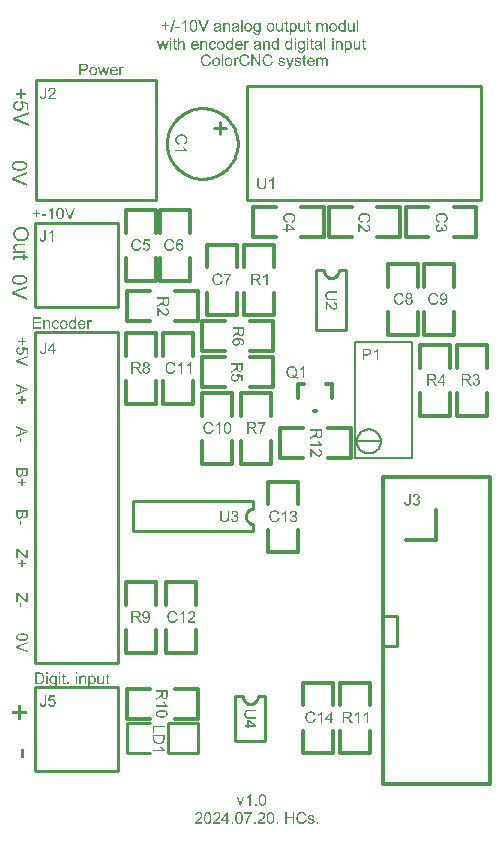
<source format=gbr>
%FSTAX23Y23*%
%MOIN*%
%SFA1B1*%

%IPPOS*%
%ADD30C,0.010000*%
%ADD31C,0.005000*%
%ADD32C,0.012000*%
%LN+-10v_stepdir_colorlight_legend_top-1*%
%LPD*%
G36*
X00992Y00174D02*
X00992D01*
X00992Y00174*
X00993Y00174*
X00993Y00173*
X00994Y00173*
X00995Y00173*
X00995Y00173*
X00996Y00173*
X00997Y00173*
X00998Y00172*
X00999Y00172*
X00999Y00172*
X01Y00171*
X01001Y00171*
X01001Y00171*
X01001Y00171*
X01001Y0017*
X01002Y0017*
X01002Y0017*
X01002Y00169*
X01003Y00169*
X01003Y00169*
X01003Y00168*
X01004Y00167*
X01004Y00167*
X01005Y00166*
X01005Y00165*
X01006Y00164*
X01006Y00163*
X01006Y00162*
X01001Y00161*
X01001Y00161*
X01001Y00161*
X01001Y00162*
X01001Y00162*
X01001Y00162*
X01001Y00163*
X01001Y00163*
X01Y00164*
X01Y00164*
X01Y00165*
X00999Y00165*
X00999Y00166*
X00999Y00166*
X00998Y00167*
X00998Y00167*
X00997Y00167*
X00997Y00167*
X00997Y00167*
X00997Y00168*
X00997Y00168*
X00997Y00168*
X00996Y00168*
X00996Y00168*
X00996Y00168*
X00995Y00169*
X00995Y00169*
X00994Y00169*
X00994Y00169*
X00993Y00169*
X00992Y00169*
X00992Y00169*
X00991Y00169*
X00991*
X00991Y00169*
X0099*
X0099Y00169*
X0099Y00169*
X00989Y00169*
X00988Y00169*
X00988Y00169*
X00987Y00169*
X00987Y00169*
X00986Y00168*
X00985Y00168*
X00985Y00168*
X00984Y00168*
X00984Y00167*
X00984Y00167*
X00984Y00167*
X00983Y00167*
X00983Y00167*
X00983Y00167*
X00983Y00166*
X00982Y00166*
X00982Y00166*
X00982Y00165*
X00981Y00165*
X00981Y00164*
X00981Y00164*
X0098Y00163*
X0098Y00163*
X0098Y00162*
X00979Y00161*
X00979Y00161*
X00979Y00161*
X00979Y00161*
X00979Y00161*
X00979Y00161*
X00979Y0016*
X00979Y0016*
X00979Y00159*
X00979Y00159*
X00979Y00158*
X00979Y00157*
X00978Y00157*
X00978Y00155*
X00978Y00155*
X00978Y00154*
Y00154*
Y00154*
Y00154*
Y00154*
Y00154*
X00978Y00153*
X00978Y00153*
X00978Y00152*
X00978Y00152*
X00978Y00151*
X00979Y00151*
X00979Y0015*
X00979Y00149*
X00979Y00148*
X00979Y00148*
X00979Y00147*
X00979Y00146*
X0098Y00146*
X0098Y00145*
X0098Y00145*
X0098Y00145*
X0098Y00145*
X0098Y00145*
X0098Y00144*
X00981Y00144*
X00981Y00143*
X00981Y00143*
X00981Y00143*
X00982Y00142*
X00982Y00142*
X00983Y00141*
X00983Y00141*
X00984Y0014*
X00984Y0014*
X00984Y0014*
X00984Y0014*
X00984Y0014*
X00985Y0014*
X00985Y0014*
X00985Y00139*
X00986Y00139*
X00986Y00139*
X00987Y00139*
X00987Y00139*
X00988Y00139*
X00988Y00139*
X00989Y00138*
X00989Y00138*
X0099Y00138*
X00991Y00138*
X00991*
X00991Y00138*
X00991Y00138*
X00992Y00138*
X00992Y00138*
X00993Y00138*
X00993Y00139*
X00994Y00139*
X00994Y00139*
X00995Y00139*
X00996Y00139*
X00996Y0014*
X00997Y0014*
X00997Y0014*
X00998Y00141*
X00998Y00141*
X00998Y00141*
X00998Y00141*
X00998Y00141*
X00999Y00141*
X00999Y00142*
X00999Y00142*
X01Y00143*
X01Y00143*
X01Y00144*
X01001Y00144*
X01001Y00145*
X01001Y00146*
X01001Y00146*
X01002Y00147*
X01002Y00148*
X01007Y00147*
Y00147*
X01007Y00147*
X01007Y00147*
X01007Y00146*
X01007Y00146*
X01007Y00146*
X01007Y00146*
X01007Y00146*
X01007Y00145*
X01006Y00145*
X01006Y00144*
X01006Y00143*
X01005Y00142*
X01005Y00142*
X01004Y00141*
X01004Y0014*
X01003Y00139*
X01003Y00139*
X01002Y00138*
X01001Y00137*
X01001Y00137*
X01001Y00137*
X01001Y00137*
X01Y00137*
X01Y00136*
X01Y00136*
X00999Y00136*
X00998Y00136*
X00998Y00135*
X00997Y00135*
X00996Y00135*
X00995Y00134*
X00994Y00134*
X00993Y00134*
X00992Y00134*
X00991Y00134*
X00991*
X0099Y00134*
X0099*
X0099Y00134*
X0099Y00134*
X00989Y00134*
X00988Y00134*
X00988Y00134*
X00987Y00134*
X00986Y00135*
X00985Y00135*
X00984Y00135*
X00983Y00135*
X00983Y00136*
X00982Y00136*
X00981Y00136*
X00981Y00136*
X00981Y00137*
X00981Y00137*
X0098Y00137*
X0098Y00137*
X0098Y00137*
X00979Y00138*
X00979Y00138*
X00978Y00139*
X00978Y00139*
X00977Y0014*
X00977Y00141*
X00976Y00141*
X00976Y00142*
X00975Y00143*
X00975Y00144*
Y00144*
X00975Y00144*
X00975Y00144*
X00975Y00144*
X00975Y00144*
X00975Y00144*
X00975Y00145*
X00975Y00145*
X00974Y00146*
X00974Y00146*
X00974Y00147*
X00974Y00148*
X00974Y00148*
X00973Y00149*
X00973Y0015*
X00973Y00151*
X00973Y00152*
X00973Y00153*
X00973Y00154*
Y00154*
Y00154*
Y00154*
Y00154*
Y00154*
X00973Y00155*
Y00155*
Y00155*
X00973Y00156*
X00973Y00156*
X00973Y00157*
X00973Y00158*
X00973Y00158*
X00974Y00159*
X00974Y0016*
X00974Y00161*
X00974Y00162*
X00975Y00163*
X00975Y00164*
X00975Y00165*
Y00165*
X00975Y00165*
X00975Y00165*
X00976Y00165*
X00976Y00165*
X00976Y00166*
X00976Y00166*
X00977Y00167*
X00977Y00167*
X00977Y00168*
X00978Y00168*
X00978Y00169*
X00979Y00169*
X0098Y0017*
X0098Y0017*
X00981Y00171*
X00982Y00171*
X00982Y00171*
X00982Y00171*
X00982Y00172*
X00983Y00172*
X00983Y00172*
X00983Y00172*
X00984Y00172*
X00985Y00172*
X00985Y00173*
X00986Y00173*
X00987Y00173*
X00988Y00173*
X00988Y00173*
X00989Y00174*
X0099Y00174*
X00991Y00174*
X00992*
X00992Y00174*
G37*
G36*
X00966Y00135D02*
X00961D01*
Y00153*
X00941*
Y00135*
X00936*
Y00173*
X00941*
Y00157*
X00961*
Y00173*
X00966*
Y00135*
G37*
G36*
X01022Y00163D02*
X01023D01*
X01023Y00163*
X01023Y00163*
X01024Y00163*
X01024Y00163*
X01025Y00163*
X01026Y00163*
X01027Y00162*
X01028Y00162*
X01028*
X01028Y00162*
X01028Y00162*
X01028Y00162*
X01028Y00162*
X01028Y00162*
X01029Y00161*
X0103Y00161*
X0103Y00161*
X01031Y0016*
X01031Y0016*
X01031Y0016*
X01031Y00159*
X01031Y00159*
X01031Y00159*
X01031Y00159*
X01032Y00159*
X01032Y00159*
X01032Y00159*
X01032Y00158*
X01032Y00158*
X01032Y00158*
X01032Y00157*
X01032Y00157*
X01033Y00157*
X01033Y00156*
X01033Y00156*
X01033Y00155*
X01028Y00155*
Y00155*
X01028Y00155*
Y00155*
X01028Y00155*
X01028Y00155*
X01028Y00155*
X01028Y00156*
X01028Y00156*
X01027Y00157*
X01027Y00157*
X01027Y00157*
X01027Y00158*
X01026Y00158*
X01026Y00158*
X01026Y00158*
X01026Y00158*
X01026Y00158*
X01026Y00158*
X01026Y00158*
X01026Y00158*
X01025Y00159*
X01025Y00159*
X01025Y00159*
X01024Y00159*
X01024Y00159*
X01024Y00159*
X01023Y00159*
X01023Y00159*
X01022Y00159*
X01022*
X01022Y00159*
X01021*
X01021Y00159*
X01021Y00159*
X0102Y00159*
X0102Y00159*
X01019Y00159*
X01018Y00159*
X01018Y00158*
X01018Y00158*
X01018Y00158*
X01017*
X01017Y00158*
X01017Y00158*
X01017Y00158*
X01017Y00157*
X01017Y00157*
X01016Y00157*
X01016Y00156*
X01016Y00156*
X01016Y00156*
Y00156*
Y00155*
X01016Y00155*
X01016Y00155*
X01016Y00155*
X01016Y00154*
X01017Y00154*
X01017Y00154*
X01017Y00154*
X01017Y00154*
X01017Y00154*
X01017Y00153*
X01017Y00153*
X01018Y00153*
X01018Y00153*
X01019Y00153*
X01019*
X01019Y00153*
X01019Y00153*
X01019Y00153*
X01019Y00153*
X01019Y00152*
X01019Y00152*
X0102Y00152*
X0102Y00152*
X0102Y00152*
X01021Y00152*
X01021Y00152*
X01022Y00152*
X01022Y00152*
X01023Y00151*
X01023*
X01023Y00151*
X01023*
X01023Y00151*
X01023Y00151*
X01024Y00151*
X01024Y00151*
X01024Y00151*
X01025Y00151*
X01025Y00151*
X01027Y0015*
X01028Y0015*
X01028Y0015*
X01029Y0015*
X01029Y00149*
X0103Y00149*
X0103*
X0103Y00149*
X0103Y00149*
X0103Y00149*
X0103Y00149*
X0103Y00149*
X01031Y00149*
X01031Y00148*
X01032Y00148*
X01032Y00147*
X01033Y00147*
X01033Y00147*
X01033Y00147*
X01033Y00147*
X01033Y00146*
X01033Y00146*
X01033Y00146*
X01033Y00146*
X01033Y00146*
X01033Y00145*
X01034Y00145*
X01034Y00145*
X01034Y00144*
X01034Y00144*
X01034Y00143*
Y00143*
Y00143*
Y00143*
Y00143*
X01034Y00142*
X01034Y00142*
X01034Y00142*
X01034Y00142*
X01034Y00141*
X01034Y00141*
X01033Y0014*
X01033Y00139*
X01033Y00139*
X01033Y00139*
X01033Y00138*
X01033Y00138*
X01032Y00138*
X01032Y00138*
X01032Y00138*
X01032Y00138*
X01032Y00138*
X01032Y00137*
X01032Y00137*
X01031Y00137*
X01031Y00137*
X01031Y00136*
X0103Y00136*
X0103Y00136*
X01029Y00136*
X01029Y00135*
X01029Y00135*
X01029*
X01028Y00135*
X01028Y00135*
X01028Y00135*
X01028Y00135*
X01028Y00135*
X01027Y00135*
X01027Y00135*
X01026Y00134*
X01026Y00134*
X01026Y00134*
X01025Y00134*
X01024Y00134*
X01024Y00134*
X01023Y00134*
X01023Y00134*
X01022*
X01022Y00134*
X01022*
X01021Y00134*
X01021Y00134*
X0102Y00134*
X0102Y00134*
X01019Y00134*
X01018Y00134*
X01018Y00135*
X01017Y00135*
X01016Y00135*
X01016Y00135*
X01015Y00136*
X01014Y00136*
X01014Y00136*
X01014Y00136*
X01014Y00136*
X01014Y00137*
X01014Y00137*
X01013Y00137*
X01013Y00137*
X01013Y00138*
X01013Y00138*
X01012Y00139*
X01012Y00139*
X01012Y0014*
X01011Y00141*
X01011Y00141*
X01011Y00142*
X01011Y00143*
X01015Y00144*
Y00144*
X01015Y00143*
X01015Y00143*
X01016Y00143*
X01016Y00143*
X01016Y00143*
X01016Y00142*
X01016Y00142*
X01016Y00141*
X01016Y00141*
X01017Y00141*
X01017Y0014*
X01017Y0014*
X01017Y0014*
X01018Y00139*
X01018Y00139*
X01018Y00139*
X01018Y00139*
X01018Y00139*
X01018Y00139*
X01018Y00139*
X01019Y00139*
X01019Y00139*
X01019Y00138*
X0102Y00138*
X0102Y00138*
X01021Y00138*
X01021Y00138*
X01022Y00138*
X01022Y00138*
X01023Y00138*
X01023*
X01023Y00138*
X01023Y00138*
X01024Y00138*
X01024Y00138*
X01024Y00138*
X01025Y00138*
X01026Y00138*
X01026Y00139*
X01027Y00139*
X01027Y00139*
X01027Y00139*
X01028Y00139*
X01028Y00139*
X01028Y00139*
X01028Y00139*
X01028Y00139*
X01028Y0014*
X01028Y0014*
X01029Y0014*
X01029Y00141*
X01029Y00141*
X01029Y00142*
X01029Y00142*
X01029Y00142*
Y00142*
Y00142*
Y00142*
X01029Y00143*
X01029Y00143*
X01029Y00143*
X01029Y00144*
X01028Y00144*
X01028Y00144*
X01028Y00144*
X01028Y00145*
X01028Y00145*
X01028Y00145*
X01028Y00145*
X01027Y00145*
X01027Y00145*
X01027Y00145*
X01027Y00145*
X01027Y00145*
X01026Y00145*
X01026Y00145*
X01026Y00146*
X01025Y00146*
X01025Y00146*
X01024Y00146*
X01024Y00146*
X01023Y00146*
X01023*
X01023Y00146*
X01023*
X01023Y00146*
X01022Y00146*
X01022Y00147*
X01022Y00147*
X01021Y00147*
X01021Y00147*
X0102Y00147*
X01019Y00147*
X01018Y00148*
X01018Y00148*
X01017Y00148*
X01017Y00148*
X01016Y00148*
X01016Y00149*
X01016*
X01016Y00149*
X01015Y00149*
X01015Y00149*
X01015Y00149*
X01015Y00149*
X01015Y00149*
X01014Y0015*
X01014Y0015*
X01013Y00151*
X01013Y00151*
Y00151*
X01013Y00151*
X01012Y00151*
X01012Y00152*
X01012Y00152*
X01012Y00152*
X01012Y00152*
X01012Y00152*
X01012Y00153*
X01012Y00154*
X01012Y00154*
X01012Y00155*
Y00155*
Y00155*
Y00155*
X01012Y00155*
Y00155*
X01012Y00156*
X01012Y00156*
X01012Y00157*
X01012Y00157*
X01012Y00158*
X01012Y00158*
Y00158*
X01012Y00159*
X01013Y00159*
X01013Y00159*
X01013Y00159*
X01013Y00159*
X01013Y0016*
X01014Y0016*
X01014Y00161*
X01015Y00161*
X01015*
X01015Y00161*
X01015Y00161*
X01015Y00161*
X01016Y00162*
X01016Y00162*
X01016Y00162*
X01017Y00162*
X01018Y00162*
X01018*
X01018Y00162*
X01018Y00163*
X01018Y00163*
X01018Y00163*
X01018Y00163*
X01019Y00163*
X01019Y00163*
X01019Y00163*
X0102Y00163*
X0102Y00163*
X01021Y00163*
X01022Y00163*
X01022*
X01022Y00163*
G37*
G36*
X01046Y00135D02*
X01041D01*
Y0014*
X01046*
Y00135*
G37*
G36*
X00912D02*
X00907D01*
Y0014*
X00912*
Y00135*
G37*
G36*
X00857Y00173D02*
X00858Y00173D01*
X00858Y00173*
X00859Y00173*
X00859Y00173*
X0086Y00173*
X00861Y00173*
X00862Y00172*
X00862Y00172*
X00863Y00172*
X00864Y00171*
X00864Y00171*
X00865Y00171*
X00866Y0017*
X00866Y0017*
X00866Y0017*
X00866Y0017*
X00866Y0017*
X00866Y00169*
X00867Y00169*
X00867Y00168*
X00867Y00168*
X00868Y00167*
X00868Y00167*
X00868Y00166*
X00868Y00166*
X00869Y00165*
X00869Y00164*
X00869Y00163*
X00869Y00162*
Y00162*
Y00162*
Y00162*
X00869Y00162*
Y00162*
X00869Y00162*
X00869Y00161*
X00869Y00161*
X00869Y00161*
X00869Y0016*
X00869Y0016*
X00868Y00159*
X00868Y00158*
Y00158*
X00868Y00158*
X00868Y00158*
X00868Y00158*
X00868Y00157*
X00868Y00157*
X00867Y00157*
X00867Y00157*
X00867Y00156*
X00867Y00156*
X00867Y00155*
X00866Y00155*
X00866Y00155*
X00866Y00154*
X00865Y00154*
X00865Y00153*
X00865Y00153*
X00865Y00153*
X00865Y00153*
X00864Y00153*
X00864Y00153*
X00864Y00152*
X00864Y00152*
X00863Y00151*
X00863Y00151*
X00862Y00151*
X00862Y0015*
X00861Y00149*
X0086Y00149*
X00859Y00148*
X00859Y00147*
X00858Y00146*
X00858Y00146*
X00857Y00146*
X00857Y00146*
X00857Y00146*
X00857Y00146*
X00856Y00145*
X00856Y00145*
X00855Y00145*
X00854Y00144*
X00854Y00143*
X00854Y00143*
X00853Y00143*
X00853Y00142*
X00852Y00142*
X00852Y00142*
X00852Y00142*
X00852Y00142*
X00852Y00142*
X00852Y00141*
X00852Y00141*
X00851Y00141*
X00851Y0014*
X00851Y0014*
X0085Y0014*
X0085Y00139*
X00869*
Y00135*
X00844*
Y00135*
Y00135*
Y00135*
Y00135*
Y00135*
Y00135*
X00844Y00136*
X00844Y00136*
X00844Y00137*
X00844Y00137*
X00844Y00138*
Y00138*
X00844Y00138*
X00844Y00138*
X00844Y00138*
X00844Y00139*
X00845Y00139*
X00845Y00139*
X00845Y00139*
X00845Y0014*
X00845Y0014*
X00846Y00141*
X00846Y00141*
X00846Y00142*
X00846Y00142*
X00847Y00142*
X00847Y00143*
X00847Y00143*
X00847Y00143*
X00847Y00143*
X00848Y00143*
X00848Y00144*
X00848Y00144*
X00848Y00144*
X00849Y00145*
X00849Y00145*
X0085Y00145*
X0085Y00146*
X00851Y00146*
X00851Y00147*
X00852Y00148*
X00853Y00148*
X00853Y00149*
X00853Y00149*
X00854Y00149*
X00854Y00149*
X00854Y00149*
X00854Y00149*
X00854Y00149*
X00854Y00149*
X00854Y0015*
X00855Y0015*
X00856Y00151*
X00856Y00151*
X00857Y00152*
X00858Y00152*
X00858Y00153*
X00859Y00154*
X0086Y00154*
X0086Y00155*
X00861Y00156*
X00861Y00156*
X00862Y00157*
X00862Y00157*
X00862Y00157*
X00862Y00157*
X00862Y00157*
X00862Y00158*
X00863Y00158*
X00863Y00158*
X00863Y00159*
X00863Y00159*
X00863Y0016*
X00864Y0016*
X00864Y00161*
X00864Y00161*
X00864Y00162*
X00864Y00162*
X00864Y00163*
Y00163*
Y00163*
X00864Y00163*
Y00163*
X00864Y00163*
X00864Y00164*
X00864Y00164*
X00864Y00164*
X00864Y00165*
X00864Y00165*
X00863Y00165*
X00863Y00166*
X00863Y00166*
X00863Y00167*
X00862Y00167*
X00862Y00167*
X00862Y00167*
X00862Y00167*
X00862Y00167*
X00862Y00168*
X00862Y00168*
X00861Y00168*
X00861Y00168*
X00861Y00168*
X0086Y00168*
X0086Y00169*
X0086Y00169*
X00859Y00169*
X00859Y00169*
X00858Y00169*
X00857Y00169*
X00857Y00169*
X00857*
X00857Y00169*
X00856*
X00856Y00169*
X00856Y00169*
X00855Y00169*
X00855Y00169*
X00854Y00169*
X00854Y00169*
X00854Y00169*
X00853Y00168*
X00853Y00168*
X00852Y00168*
X00852Y00168*
X00851Y00167*
X00851Y00167*
X00851Y00167*
X00851Y00167*
X00851Y00167*
X00851Y00167*
X00851Y00166*
X00851Y00166*
X0085Y00166*
X0085Y00165*
X0085Y00165*
X0085Y00164*
X0085Y00164*
X0085Y00163*
X00849Y00163*
X00849Y00162*
X00849Y00162*
X00844Y00162*
Y00162*
Y00162*
X00845Y00162*
Y00162*
X00845Y00162*
X00845Y00163*
X00845Y00163*
X00845Y00163*
X00845Y00164*
X00845Y00164*
X00845Y00165*
X00845Y00166*
X00846Y00166*
X00846Y00167*
X00846Y00168*
X00847Y00168*
X00847Y00169*
X00848Y0017*
X00848Y0017*
X00848Y0017*
X00848Y0017*
X00849Y00171*
X00849Y00171*
X00849Y00171*
X0085Y00171*
X0085Y00171*
X00851Y00172*
X00851Y00172*
X00852Y00172*
X00853Y00172*
X00853Y00173*
X00854Y00173*
X00855Y00173*
X00856Y00173*
X00857Y00173*
X00857*
X00857Y00173*
G37*
G36*
X00837Y00135D02*
X00832D01*
Y0014*
X00837*
Y00135*
G37*
G36*
X00825Y00169D02*
X00825Y00169D01*
X00824Y00169*
X00824Y00168*
X00824Y00168*
X00824Y00168*
X00823Y00167*
X00823Y00167*
X00822Y00166*
X00822Y00165*
X00821Y00165*
X00821Y00164*
X0082Y00163*
X00819Y00162*
X00819Y00161*
X00818Y0016*
X00817Y00158*
Y00158*
X00817Y00158*
X00817Y00158*
X00817Y00158*
X00817Y00158*
X00817Y00158*
X00817Y00158*
X00817Y00157*
X00817Y00157*
X00816Y00157*
X00816Y00156*
X00816Y00156*
X00816Y00155*
X00815Y00154*
X00815Y00153*
X00814Y00152*
X00814Y00151*
X00813Y0015*
X00813Y00149*
X00813Y00148*
X00812Y00146*
X00812Y00145*
Y00145*
X00812Y00145*
Y00145*
X00812Y00145*
X00812Y00145*
X00812Y00145*
X00812Y00144*
X00811Y00144*
X00811Y00143*
X00811Y00143*
X00811Y00142*
X00811Y00141*
X00811Y0014*
X00811Y0014*
X0081Y00139*
X0081Y00138*
X0081Y00137*
X0081Y00136*
X0081Y00135*
X00805*
Y00135*
Y00135*
Y00135*
Y00135*
X00805Y00135*
X00805Y00135*
X00805Y00136*
X00805Y00136*
X00805Y00137*
X00805Y00138*
X00805Y00138*
X00806Y00139*
X00806Y0014*
X00806Y00141*
X00806Y00142*
X00806Y00143*
X00807Y00144*
X00807Y00146*
Y00146*
X00807Y00146*
X00807Y00146*
X00807Y00146*
X00807Y00146*
X00807Y00146*
X00807Y00146*
X00807Y00147*
X00807Y00147*
X00807Y00147*
X00807Y00148*
X00808Y00148*
X00808Y00149*
X00808Y00149*
X00808Y0015*
X00809Y00151*
X00809Y00152*
X0081Y00153*
X0081Y00155*
X00811Y00156*
X00811Y00157*
X00812Y00158*
Y00158*
X00812Y00158*
X00812Y00158*
X00812Y00158*
X00812Y00158*
X00812Y00158*
X00812Y00159*
X00812Y00159*
X00813Y00159*
X00813Y0016*
X00813Y00161*
X00814Y00161*
X00814Y00162*
X00815Y00163*
X00815Y00164*
X00816Y00165*
X00817Y00166*
X00817Y00166*
X00818Y00167*
X00819Y00168*
X008*
Y00172*
X00825*
Y00169*
G37*
G36*
X00763Y00135D02*
X00757D01*
Y0014*
X00763*
Y00135*
G37*
G36*
X00745Y00148D02*
X0075D01*
Y00144*
X00745*
Y00135*
X0074*
Y00144*
X00723*
Y00148*
X00741Y00173*
X00745*
Y00148*
G37*
G36*
X00708Y00173D02*
X00709Y00173D01*
X00709Y00173*
X0071Y00173*
X0071Y00173*
X00711Y00173*
X00711Y00173*
X00712Y00172*
X00713Y00172*
X00714Y00172*
X00714Y00171*
X00715Y00171*
X00716Y00171*
X00716Y0017*
X00716Y0017*
X00717Y0017*
X00717Y0017*
X00717Y0017*
X00717Y00169*
X00717Y00169*
X00718Y00168*
X00718Y00168*
X00718Y00167*
X00719Y00167*
X00719Y00166*
X00719Y00166*
X00719Y00165*
X00719Y00164*
X0072Y00163*
X0072Y00162*
Y00162*
Y00162*
Y00162*
X0072Y00162*
Y00162*
X0072Y00162*
X0072Y00161*
X00719Y00161*
X00719Y00161*
X00719Y0016*
X00719Y0016*
X00719Y00159*
X00719Y00158*
Y00158*
X00719Y00158*
X00719Y00158*
X00718Y00158*
X00718Y00157*
X00718Y00157*
X00718Y00157*
X00718Y00157*
X00718Y00156*
X00717Y00156*
X00717Y00155*
X00717Y00155*
X00717Y00155*
X00716Y00154*
X00716Y00154*
X00716Y00153*
X00715Y00153*
X00715Y00153*
X00715Y00153*
X00715Y00153*
X00715Y00153*
X00715Y00152*
X00714Y00152*
X00714Y00151*
X00713Y00151*
X00713Y00151*
X00712Y0015*
X00712Y00149*
X00711Y00149*
X0071Y00148*
X00709Y00147*
X00708Y00146*
X00708Y00146*
X00708Y00146*
X00708Y00146*
X00708Y00146*
X00707Y00146*
X00707Y00145*
X00706Y00145*
X00706Y00145*
X00705Y00144*
X00705Y00143*
X00704Y00143*
X00704Y00143*
X00703Y00142*
X00703Y00142*
X00703Y00142*
X00703Y00142*
X00703Y00142*
X00703Y00142*
X00703Y00141*
X00702Y00141*
X00702Y00141*
X00702Y0014*
X00701Y0014*
X00701Y0014*
X00701Y00139*
X0072*
Y00135*
X00694*
Y00135*
Y00135*
Y00135*
Y00135*
Y00135*
Y00135*
X00694Y00136*
X00694Y00136*
X00694Y00137*
X00695Y00137*
X00695Y00138*
Y00138*
X00695Y00138*
X00695Y00138*
X00695Y00138*
X00695Y00139*
X00695Y00139*
X00695Y00139*
X00696Y00139*
X00696Y0014*
X00696Y0014*
X00696Y00141*
X00697Y00141*
X00697Y00142*
X00697Y00142*
X00698Y00142*
X00698Y00143*
X00698Y00143*
X00698Y00143*
X00698Y00143*
X00698Y00143*
X00699Y00144*
X00699Y00144*
X00699Y00144*
X00699Y00145*
X007Y00145*
X007Y00145*
X00701Y00146*
X00701Y00146*
X00702Y00147*
X00703Y00148*
X00703Y00148*
X00704Y00149*
X00704Y00149*
X00704Y00149*
X00704Y00149*
X00704Y00149*
X00705Y00149*
X00705Y00149*
X00705Y00149*
X00705Y0015*
X00706Y0015*
X00706Y00151*
X00707Y00151*
X00708Y00152*
X00708Y00152*
X00709Y00153*
X0071Y00154*
X0071Y00154*
X00711Y00155*
X00712Y00156*
X00712Y00156*
X00713Y00157*
X00713Y00157*
X00713Y00157*
X00713Y00157*
X00713Y00157*
X00713Y00158*
X00713Y00158*
X00713Y00158*
X00714Y00159*
X00714Y00159*
X00714Y0016*
X00714Y0016*
X00714Y00161*
X00715Y00161*
X00715Y00162*
X00715Y00162*
X00715Y00163*
Y00163*
Y00163*
X00715Y00163*
Y00163*
X00715Y00163*
X00715Y00164*
X00715Y00164*
X00715Y00164*
X00714Y00165*
X00714Y00165*
X00714Y00165*
X00714Y00166*
X00714Y00166*
X00713Y00167*
X00713Y00167*
X00713Y00167*
X00713Y00167*
X00713Y00167*
X00713Y00167*
X00712Y00168*
X00712Y00168*
X00712Y00168*
X00712Y00168*
X00711Y00168*
X00711Y00168*
X00711Y00169*
X0071Y00169*
X0071Y00169*
X00709Y00169*
X00709Y00169*
X00708Y00169*
X00708Y00169*
X00707*
X00707Y00169*
X00707*
X00707Y00169*
X00706Y00169*
X00706Y00169*
X00706Y00169*
X00705Y00169*
X00705Y00169*
X00704Y00169*
X00704Y00168*
X00703Y00168*
X00703Y00168*
X00702Y00168*
X00702Y00167*
X00702Y00167*
X00702Y00167*
X00702Y00167*
X00702Y00167*
X00702Y00167*
X00701Y00166*
X00701Y00166*
X00701Y00166*
X00701Y00165*
X00701Y00165*
X007Y00164*
X007Y00164*
X007Y00163*
X007Y00163*
X007Y00162*
X007Y00162*
X00695Y00162*
Y00162*
Y00162*
X00695Y00162*
Y00162*
X00695Y00162*
X00695Y00163*
X00695Y00163*
X00695Y00163*
X00695Y00164*
X00696Y00164*
X00696Y00165*
X00696Y00166*
X00696Y00166*
X00697Y00167*
X00697Y00168*
X00697Y00168*
X00698Y00169*
X00698Y0017*
X00699Y0017*
X00699Y0017*
X00699Y0017*
X00699Y00171*
X00699Y00171*
X007Y00171*
X007Y00171*
X00701Y00171*
X00701Y00172*
X00702Y00172*
X00702Y00172*
X00703Y00172*
X00704Y00173*
X00705Y00173*
X00706Y00173*
X00707Y00173*
X00708Y00173*
X00708*
X00708Y00173*
G37*
G36*
X00648D02*
X00649Y00173D01*
X00649Y00173*
X0065Y00173*
X0065Y00173*
X00651Y00173*
X00652Y00173*
X00652Y00172*
X00653Y00172*
X00654Y00172*
X00655Y00171*
X00655Y00171*
X00656Y00171*
X00657Y0017*
X00657Y0017*
X00657Y0017*
X00657Y0017*
X00657Y0017*
X00657Y00169*
X00658Y00169*
X00658Y00168*
X00658Y00168*
X00659Y00167*
X00659Y00167*
X00659Y00166*
X00659Y00166*
X0066Y00165*
X0066Y00164*
X0066Y00163*
X0066Y00162*
Y00162*
Y00162*
Y00162*
X0066Y00162*
Y00162*
X0066Y00162*
X0066Y00161*
X0066Y00161*
X0066Y00161*
X0066Y0016*
X00659Y0016*
X00659Y00159*
X00659Y00158*
Y00158*
X00659Y00158*
X00659Y00158*
X00659Y00158*
X00659Y00157*
X00658Y00157*
X00658Y00157*
X00658Y00157*
X00658Y00156*
X00658Y00156*
X00657Y00155*
X00657Y00155*
X00657Y00155*
X00657Y00154*
X00656Y00154*
X00656Y00153*
X00656Y00153*
X00656Y00153*
X00656Y00153*
X00655Y00153*
X00655Y00153*
X00655Y00152*
X00654Y00152*
X00654Y00151*
X00654Y00151*
X00653Y00151*
X00652Y0015*
X00652Y00149*
X00651Y00149*
X0065Y00148*
X00649Y00147*
X00649Y00146*
X00648Y00146*
X00648Y00146*
X00648Y00146*
X00648Y00146*
X00647Y00146*
X00647Y00145*
X00647Y00145*
X00646Y00145*
X00645Y00144*
X00645Y00143*
X00644Y00143*
X00644Y00143*
X00644Y00142*
X00643Y00142*
X00643Y00142*
X00643Y00142*
X00643Y00142*
X00643Y00142*
X00643Y00141*
X00643Y00141*
X00642Y00141*
X00642Y0014*
X00642Y0014*
X00641Y0014*
X00641Y00139*
X0066*
Y00135*
X00635*
Y00135*
Y00135*
Y00135*
Y00135*
Y00135*
Y00135*
X00635Y00136*
X00635Y00136*
X00635Y00137*
X00635Y00137*
X00635Y00138*
Y00138*
X00635Y00138*
X00635Y00138*
X00635Y00138*
X00635Y00139*
X00635Y00139*
X00636Y00139*
X00636Y00139*
X00636Y0014*
X00636Y0014*
X00636Y00141*
X00637Y00141*
X00637Y00142*
X00637Y00142*
X00638Y00142*
X00638Y00143*
X00638Y00143*
X00638Y00143*
X00638Y00143*
X00639Y00143*
X00639Y00144*
X00639Y00144*
X00639Y00144*
X0064Y00145*
X0064Y00145*
X00641Y00145*
X00641Y00146*
X00642Y00146*
X00642Y00147*
X00643Y00148*
X00644Y00148*
X00644Y00149*
X00644Y00149*
X00644Y00149*
X00644Y00149*
X00645Y00149*
X00645Y00149*
X00645Y00149*
X00645Y00149*
X00645Y0015*
X00646Y0015*
X00646Y00151*
X00647Y00151*
X00648Y00152*
X00648Y00152*
X00649Y00153*
X0065Y00154*
X00651Y00154*
X00651Y00155*
X00652Y00156*
X00652Y00156*
X00653Y00157*
X00653Y00157*
X00653Y00157*
X00653Y00157*
X00653Y00157*
X00653Y00158*
X00654Y00158*
X00654Y00158*
X00654Y00159*
X00654Y00159*
X00654Y0016*
X00655Y0016*
X00655Y00161*
X00655Y00161*
X00655Y00162*
X00655Y00162*
X00655Y00163*
Y00163*
Y00163*
X00655Y00163*
Y00163*
X00655Y00163*
X00655Y00164*
X00655Y00164*
X00655Y00164*
X00655Y00165*
X00655Y00165*
X00654Y00165*
X00654Y00166*
X00654Y00166*
X00654Y00167*
X00653Y00167*
X00653Y00167*
X00653Y00167*
X00653Y00167*
X00653Y00167*
X00653Y00168*
X00652Y00168*
X00652Y00168*
X00652Y00168*
X00652Y00168*
X00651Y00168*
X00651Y00169*
X0065Y00169*
X0065Y00169*
X00649Y00169*
X00649Y00169*
X00648Y00169*
X00648Y00169*
X00648*
X00647Y00169*
X00647*
X00647Y00169*
X00647Y00169*
X00646Y00169*
X00646Y00169*
X00645Y00169*
X00645Y00169*
X00644Y00169*
X00644Y00168*
X00644Y00168*
X00643Y00168*
X00643Y00168*
X00642Y00167*
X00642Y00167*
X00642Y00167*
X00642Y00167*
X00642Y00167*
X00642Y00167*
X00642Y00166*
X00641Y00166*
X00641Y00166*
X00641Y00165*
X00641Y00165*
X00641Y00164*
X00641Y00164*
X0064Y00163*
X0064Y00163*
X0064Y00162*
X0064Y00162*
X00635Y00162*
Y00162*
Y00162*
X00635Y00162*
Y00162*
X00635Y00162*
X00635Y00163*
X00636Y00163*
X00636Y00163*
X00636Y00164*
X00636Y00164*
X00636Y00165*
X00636Y00166*
X00637Y00166*
X00637Y00167*
X00637Y00168*
X00638Y00168*
X00638Y00169*
X00639Y0017*
X00639Y0017*
X00639Y0017*
X00639Y0017*
X00639Y00171*
X0064Y00171*
X0064Y00171*
X0064Y00171*
X00641Y00171*
X00641Y00172*
X00642Y00172*
X00643Y00172*
X00643Y00172*
X00644Y00173*
X00645Y00173*
X00646Y00173*
X00647Y00173*
X00648Y00173*
X00648*
X00648Y00173*
G37*
G36*
X00887D02*
X00887D01*
X00888Y00173*
X00888Y00173*
X00888Y00173*
X00889Y00173*
X00889Y00173*
X0089Y00173*
X00891Y00172*
X00891Y00172*
X00892Y00172*
X00892Y00172*
X00892Y00172*
X00892Y00172*
X00892Y00172*
X00892Y00172*
X00893Y00172*
X00893Y00171*
X00893Y00171*
X00893Y00171*
X00894Y00171*
X00894Y0017*
X00894Y0017*
X00895Y0017*
X00895Y0017*
X00895Y00169*
X00896Y00169*
X00896Y00168*
X00896Y00168*
X00896Y00168*
X00896Y00168*
X00896Y00168*
X00896Y00168*
X00896Y00167*
X00897Y00167*
X00897Y00167*
X00897Y00166*
X00897Y00166*
X00897Y00165*
X00898Y00165*
X00898Y00164*
X00898Y00164*
X00898Y00163*
X00898Y00163*
Y00163*
X00898Y00162*
X00898Y00162*
X00898Y00162*
X00898Y00162*
X00899Y00161*
X00899Y00161*
X00899Y0016*
X00899Y0016*
X00899Y00159*
X00899Y00158*
X00899Y00157*
X00899Y00156*
X00899Y00156*
X00899Y00155*
Y00154*
Y00153*
Y00153*
Y00153*
Y00153*
Y00153*
Y00153*
X00899Y00153*
Y00152*
Y00152*
X00899Y00152*
X00899Y00151*
X00899Y0015*
X00899Y0015*
X00899Y00149*
X00899Y00148*
X00899Y00146*
X00898Y00145*
X00898Y00144*
X00898Y00143*
X00898Y00143*
X00898Y00143*
X00898Y00142*
X00898Y00142*
X00897Y00142*
X00897Y00142*
X00897Y00141*
X00897Y00141*
X00897Y0014*
X00896Y0014*
X00896Y00139*
X00896Y00139*
X00895Y00138*
X00895Y00138*
X00895Y00137*
X00894Y00137*
X00894Y00136*
X00894Y00136*
X00893Y00136*
X00893Y00136*
X00893Y00136*
X00893Y00136*
X00892Y00135*
X00892Y00135*
X00892Y00135*
X00891Y00135*
X00891Y00135*
X0089Y00134*
X00889Y00134*
X00889Y00134*
X00888Y00134*
X00887Y00134*
X00887Y00134*
X00886*
X00886Y00134*
X00886*
X00886Y00134*
X00885Y00134*
X00885Y00134*
X00884Y00134*
X00883Y00134*
X00883Y00135*
X00882Y00135*
X00881Y00135*
X00881Y00136*
X0088Y00136*
X00879Y00137*
X00879Y00137*
X00878Y00138*
Y00138*
X00878Y00138*
X00878Y00138*
X00878Y00138*
X00878Y00138*
X00878Y00138*
X00877Y00139*
X00877Y00139*
X00877Y00139*
X00877Y00139*
X00877Y0014*
X00877Y0014*
X00877Y0014*
X00876Y00141*
X00876Y00141*
X00876Y00142*
X00876Y00142*
X00876Y00143*
X00875Y00143*
X00875Y00144*
X00875Y00144*
X00875Y00145*
X00875Y00146*
X00875Y00147*
X00875Y00147*
X00874Y00148*
X00874Y00149*
X00874Y0015*
X00874Y00151*
X00874Y00152*
X00874Y00153*
Y00154*
Y00154*
Y00154*
Y00154*
Y00154*
Y00154*
Y00154*
X00874Y00154*
Y00155*
Y00155*
X00874Y00155*
X00874Y00156*
X00874Y00157*
X00874Y00157*
X00874Y00158*
X00874Y00159*
X00875Y00161*
X00875Y00162*
X00875Y00163*
X00875Y00164*
X00875Y00164*
X00876Y00165*
X00876Y00165*
X00876Y00165*
X00876Y00165*
X00876Y00166*
X00876Y00166*
X00876Y00166*
X00877Y00167*
X00877Y00167*
X00877Y00168*
X00877Y00168*
X00878Y00169*
X00878Y00169*
X00879Y0017*
X00879Y0017*
X0088Y00171*
X0088Y00171*
X0088Y00171*
X0088Y00171*
X0088Y00171*
X0088Y00171*
X00881Y00172*
X00881Y00172*
X00882Y00172*
X00882Y00172*
X00883Y00172*
X00883Y00173*
X00884Y00173*
X00884Y00173*
X00885Y00173*
X00886Y00173*
X00887Y00173*
X00887*
X00887Y00173*
G37*
G36*
X00783D02*
X00783D01*
X00783Y00173*
X00784Y00173*
X00784Y00173*
X00784Y00173*
X00785Y00173*
X00786Y00173*
X00786Y00172*
X00787Y00172*
X00787Y00172*
X00787Y00172*
X00788Y00172*
X00788Y00172*
X00788Y00172*
X00788Y00172*
X00788Y00172*
X00788Y00171*
X00789Y00171*
X00789Y00171*
X00789Y00171*
X00789Y0017*
X0079Y0017*
X0079Y0017*
X0079Y0017*
X00791Y00169*
X00791Y00169*
X00791Y00168*
X00791Y00168*
X00791Y00168*
X00791Y00168*
X00792Y00168*
X00792Y00168*
X00792Y00167*
X00792Y00167*
X00792Y00167*
X00792Y00166*
X00793Y00166*
X00793Y00165*
X00793Y00165*
X00793Y00164*
X00793Y00164*
X00794Y00163*
X00794Y00163*
Y00163*
X00794Y00162*
X00794Y00162*
X00794Y00162*
X00794Y00162*
X00794Y00161*
X00794Y00161*
X00794Y0016*
X00794Y0016*
X00794Y00159*
X00794Y00158*
X00794Y00157*
X00795Y00156*
X00795Y00156*
X00795Y00155*
Y00154*
Y00153*
Y00153*
Y00153*
Y00153*
Y00153*
Y00153*
X00795Y00153*
Y00152*
Y00152*
X00795Y00152*
X00795Y00151*
X00794Y0015*
X00794Y0015*
X00794Y00149*
X00794Y00148*
X00794Y00146*
X00794Y00145*
X00794Y00144*
X00793Y00143*
X00793Y00143*
X00793Y00143*
X00793Y00142*
X00793Y00142*
X00793Y00142*
X00793Y00142*
X00793Y00141*
X00792Y00141*
X00792Y0014*
X00792Y0014*
X00792Y00139*
X00791Y00139*
X00791Y00138*
X0079Y00138*
X0079Y00137*
X0079Y00137*
X00789Y00136*
X00789Y00136*
X00789Y00136*
X00789Y00136*
X00789Y00136*
X00788Y00136*
X00788Y00135*
X00788Y00135*
X00787Y00135*
X00787Y00135*
X00786Y00135*
X00786Y00134*
X00785Y00134*
X00784Y00134*
X00784Y00134*
X00783Y00134*
X00782Y00134*
X00782*
X00782Y00134*
X00782*
X00781Y00134*
X00781Y00134*
X0078Y00134*
X0078Y00134*
X00779Y00134*
X00778Y00135*
X00777Y00135*
X00777Y00135*
X00776Y00136*
X00775Y00136*
X00775Y00137*
X00774Y00137*
X00773Y00138*
Y00138*
X00773Y00138*
X00773Y00138*
X00773Y00138*
X00773Y00138*
X00773Y00138*
X00773Y00139*
X00773Y00139*
X00773Y00139*
X00772Y00139*
X00772Y0014*
X00772Y0014*
X00772Y0014*
X00772Y00141*
X00772Y00141*
X00771Y00142*
X00771Y00142*
X00771Y00143*
X00771Y00143*
X00771Y00144*
X00771Y00144*
X0077Y00145*
X0077Y00146*
X0077Y00147*
X0077Y00147*
X0077Y00148*
X0077Y00149*
X0077Y0015*
X0077Y00151*
X0077Y00152*
X0077Y00153*
Y00154*
Y00154*
Y00154*
Y00154*
Y00154*
Y00154*
Y00154*
X0077Y00154*
Y00155*
Y00155*
X0077Y00155*
X0077Y00156*
X0077Y00157*
X0077Y00157*
X0077Y00158*
X0077Y00159*
X0077Y00161*
X0077Y00162*
X0077Y00163*
X00771Y00164*
X00771Y00164*
X00771Y00165*
X00771Y00165*
X00771Y00165*
X00771Y00165*
X00771Y00166*
X00772Y00166*
X00772Y00166*
X00772Y00167*
X00772Y00167*
X00773Y00168*
X00773Y00168*
X00773Y00169*
X00774Y00169*
X00774Y0017*
X00775Y0017*
X00775Y00171*
X00775Y00171*
X00775Y00171*
X00775Y00171*
X00776Y00171*
X00776Y00171*
X00776Y00172*
X00777Y00172*
X00777Y00172*
X00777Y00172*
X00778Y00172*
X00779Y00173*
X00779Y00173*
X0078Y00173*
X00781Y00173*
X00781Y00173*
X00782Y00173*
X00782*
X00783Y00173*
G37*
G36*
X00678D02*
X00678D01*
X00679Y00173*
X00679Y00173*
X00679Y00173*
X0068Y00173*
X0068Y00173*
X00681Y00173*
X00682Y00172*
X00682Y00172*
X00682Y00172*
X00683Y00172*
X00683Y00172*
X00683Y00172*
X00683Y00172*
X00683Y00172*
X00684Y00172*
X00684Y00171*
X00684Y00171*
X00684Y00171*
X00685Y00171*
X00685Y0017*
X00685Y0017*
X00686Y0017*
X00686Y0017*
X00686Y00169*
X00686Y00169*
X00687Y00168*
X00687Y00168*
X00687Y00168*
X00687Y00168*
X00687Y00168*
X00687Y00168*
X00687Y00167*
X00687Y00167*
X00688Y00167*
X00688Y00166*
X00688Y00166*
X00688Y00165*
X00688Y00165*
X00689Y00164*
X00689Y00164*
X00689Y00163*
X00689Y00163*
Y00163*
X00689Y00162*
X00689Y00162*
X00689Y00162*
X00689Y00162*
X00689Y00161*
X0069Y00161*
X0069Y0016*
X0069Y0016*
X0069Y00159*
X0069Y00158*
X0069Y00157*
X0069Y00156*
X0069Y00156*
X0069Y00155*
Y00154*
Y00153*
Y00153*
Y00153*
Y00153*
Y00153*
Y00153*
X0069Y00153*
Y00152*
Y00152*
X0069Y00152*
X0069Y00151*
X0069Y0015*
X0069Y0015*
X0069Y00149*
X0069Y00148*
X00689Y00146*
X00689Y00145*
X00689Y00144*
X00689Y00143*
X00689Y00143*
X00689Y00143*
X00689Y00142*
X00688Y00142*
X00688Y00142*
X00688Y00142*
X00688Y00141*
X00688Y00141*
X00688Y0014*
X00687Y0014*
X00687Y00139*
X00687Y00139*
X00686Y00138*
X00686Y00138*
X00685Y00137*
X00685Y00137*
X00684Y00136*
X00684Y00136*
X00684Y00136*
X00684Y00136*
X00684Y00136*
X00684Y00136*
X00683Y00135*
X00683Y00135*
X00683Y00135*
X00682Y00135*
X00682Y00135*
X00681Y00134*
X0068Y00134*
X0068Y00134*
X00679Y00134*
X00678Y00134*
X00678Y00134*
X00677*
X00677Y00134*
X00677*
X00677Y00134*
X00676Y00134*
X00676Y00134*
X00675Y00134*
X00674Y00134*
X00674Y00135*
X00673Y00135*
X00672Y00135*
X00671Y00136*
X00671Y00136*
X0067Y00137*
X00669Y00137*
X00669Y00138*
Y00138*
X00669Y00138*
X00669Y00138*
X00669Y00138*
X00669Y00138*
X00668Y00138*
X00668Y00139*
X00668Y00139*
X00668Y00139*
X00668Y00139*
X00668Y0014*
X00668Y0014*
X00667Y0014*
X00667Y00141*
X00667Y00141*
X00667Y00142*
X00667Y00142*
X00667Y00143*
X00666Y00143*
X00666Y00144*
X00666Y00144*
X00666Y00145*
X00666Y00146*
X00666Y00147*
X00665Y00147*
X00665Y00148*
X00665Y00149*
X00665Y0015*
X00665Y00151*
X00665Y00152*
X00665Y00153*
Y00154*
Y00154*
Y00154*
Y00154*
Y00154*
Y00154*
Y00154*
X00665Y00154*
Y00155*
Y00155*
X00665Y00155*
X00665Y00156*
X00665Y00157*
X00665Y00157*
X00665Y00158*
X00665Y00159*
X00666Y00161*
X00666Y00162*
X00666Y00163*
X00666Y00164*
X00666Y00164*
X00666Y00165*
X00666Y00165*
X00667Y00165*
X00667Y00165*
X00667Y00166*
X00667Y00166*
X00667Y00166*
X00667Y00167*
X00668Y00167*
X00668Y00168*
X00668Y00168*
X00669Y00169*
X00669Y00169*
X0067Y0017*
X0067Y0017*
X00671Y00171*
X00671Y00171*
X00671Y00171*
X00671Y00171*
X00671Y00171*
X00671Y00171*
X00672Y00172*
X00672Y00172*
X00672Y00172*
X00673Y00172*
X00673Y00172*
X00674Y00173*
X00675Y00173*
X00675Y00173*
X00676Y00173*
X00677Y00173*
X00678Y00173*
X00678*
X00678Y00173*
G37*
G36*
X00879Y02699D02*
X00879D01*
X0088Y02699*
X0088Y02699*
X00881Y02699*
X00881Y02699*
X00882Y02699*
X00883Y02699*
X00883Y02699*
X00884Y02698*
X00885Y02698*
X00886Y02698*
X00887Y02697*
X00887Y02697*
X00888Y02696*
X00888Y02696*
X00888Y02696*
X00889Y02696*
X00889Y02696*
X00889Y02695*
X0089Y02695*
X0089Y02695*
X0089Y02694*
X00891Y02694*
X00891Y02693*
X00892Y02692*
X00892Y02692*
X00893Y02691*
X00893Y0269*
X00893Y02689*
X00894Y02688*
X00889Y02687*
X00889Y02687*
X00889Y02687*
X00889Y02687*
X00888Y02688*
X00888Y02688*
X00888Y02688*
X00888Y02689*
X00888Y02689*
X00887Y0269*
X00887Y0269*
X00887Y02691*
X00887Y02691*
X00886Y02692*
X00886Y02692*
X00885Y02693*
X00885Y02693*
X00885Y02693*
X00885Y02693*
X00885Y02693*
X00884Y02693*
X00884Y02693*
X00884Y02694*
X00883Y02694*
X00883Y02694*
X00883Y02694*
X00882Y02694*
X00882Y02694*
X00881Y02695*
X0088Y02695*
X0088Y02695*
X00879Y02695*
X00878Y02695*
X00878*
X00878Y02695*
X00878*
X00877Y02695*
X00877Y02695*
X00876Y02695*
X00876Y02695*
X00875Y02695*
X00875Y02694*
X00874Y02694*
X00873Y02694*
X00873Y02694*
X00872Y02694*
X00872Y02693*
X00871Y02693*
X00871Y02693*
X00871Y02693*
X00871Y02693*
X00871Y02692*
X0087Y02692*
X0087Y02692*
X0087Y02692*
X00869Y02691*
X00869Y02691*
X00869Y0269*
X00868Y0269*
X00868Y0269*
X00868Y02689*
X00867Y02688*
X00867Y02688*
X00867Y02687*
X00867Y02687*
X00867Y02687*
X00867Y02687*
X00867Y02686*
X00867Y02686*
X00866Y02686*
X00866Y02685*
X00866Y02685*
X00866Y02684*
X00866Y02684*
X00866Y02683*
X00866Y02682*
X00866Y02681*
X00866Y0268*
X00866Y0268*
Y0268*
Y0268*
Y0268*
Y0268*
Y02679*
X00866Y02679*
X00866Y02678*
X00866Y02678*
X00866Y02677*
X00866Y02677*
X00866Y02676*
X00866Y02675*
X00866Y02675*
X00866Y02674*
X00866Y02673*
X00867Y02673*
X00867Y02672*
X00867Y02671*
X00867Y02671*
X00867Y02671*
X00867Y02671*
X00867Y02671*
X00867Y0267*
X00868Y0267*
X00868Y0267*
X00868Y02669*
X00868Y02669*
X00869Y02668*
X00869Y02668*
X0087Y02667*
X0087Y02667*
X0087Y02666*
X00871Y02666*
X00872Y02666*
X00872Y02666*
X00872Y02666*
X00872Y02666*
X00872Y02665*
X00872Y02665*
X00873Y02665*
X00873Y02665*
X00873Y02665*
X00874Y02665*
X00874Y02664*
X00875Y02664*
X00876Y02664*
X00876Y02664*
X00877Y02664*
X00877Y02664*
X00878Y02664*
X00878*
X00878Y02664*
X00879Y02664*
X00879Y02664*
X0088Y02664*
X0088Y02664*
X00881Y02664*
X00881Y02664*
X00882Y02664*
X00882Y02665*
X00883Y02665*
X00884Y02665*
X00884Y02666*
X00885Y02666*
X00885Y02666*
X00885Y02666*
X00885Y02666*
X00886Y02667*
X00886Y02667*
X00886Y02667*
X00886Y02667*
X00887Y02668*
X00887Y02668*
X00887Y02669*
X00888Y02669*
X00888Y0267*
X00888Y0267*
X00889Y02671*
X00889Y02672*
X00889Y02673*
X00889Y02674*
X00894Y02672*
Y02672*
X00894Y02672*
X00894Y02672*
X00894Y02672*
X00894Y02672*
X00894Y02672*
X00894Y02672*
X00894Y02671*
X00894Y02671*
X00894Y0267*
X00893Y0267*
X00893Y02669*
X00893Y02668*
X00892Y02667*
X00892Y02667*
X00891Y02666*
X00891Y02665*
X0089Y02664*
X00889Y02663*
X00889Y02663*
X00889Y02663*
X00888Y02663*
X00888Y02663*
X00888Y02662*
X00887Y02662*
X00887Y02662*
X00886Y02662*
X00886Y02661*
X00885Y02661*
X00884Y02661*
X00883Y0266*
X00883Y0266*
X00882Y0266*
X00881Y0266*
X0088Y0266*
X00878Y0266*
X00878*
X00878Y0266*
X00878*
X00877Y0266*
X00877Y0266*
X00876Y0266*
X00876Y0266*
X00875Y0266*
X00874Y0266*
X00873Y0266*
X00872Y0266*
X00872Y02661*
X00871Y02661*
X0087Y02661*
X00869Y02662*
X00868Y02662*
X00868Y02662*
X00868Y02662*
X00868Y02662*
X00868Y02663*
X00867Y02663*
X00867Y02663*
X00867Y02664*
X00866Y02664*
X00866Y02664*
X00865Y02665*
X00865Y02666*
X00864Y02666*
X00864Y02667*
X00863Y02668*
X00863Y02669*
X00862Y02669*
Y02669*
X00862Y02669*
X00862Y0267*
X00862Y0267*
X00862Y0267*
X00862Y0267*
X00862Y0267*
X00862Y02671*
X00862Y02671*
X00862Y02672*
X00861Y02673*
X00861Y02673*
X00861Y02674*
X00861Y02675*
X00861Y02676*
X00861Y02677*
X0086Y02678*
X0086Y02679*
X0086Y0268*
Y0268*
Y0268*
Y0268*
Y0268*
Y0268*
X0086Y0268*
Y0268*
Y02681*
X0086Y02681*
X00861Y02682*
X00861Y02683*
X00861Y02683*
X00861Y02684*
X00861Y02685*
X00861Y02686*
X00861Y02687*
X00862Y02688*
X00862Y02688*
X00862Y02689*
X00863Y0269*
Y0269*
X00863Y0269*
X00863Y0269*
X00863Y02691*
X00863Y02691*
X00863Y02691*
X00864Y02692*
X00864Y02692*
X00864Y02693*
X00865Y02693*
X00865Y02694*
X00866Y02694*
X00866Y02695*
X00867Y02695*
X00868Y02696*
X00868Y02697*
X00869Y02697*
X00869Y02697*
X00869Y02697*
X0087Y02697*
X0087Y02697*
X0087Y02698*
X00871Y02698*
X00871Y02698*
X00872Y02698*
X00873Y02698*
X00873Y02699*
X00874Y02699*
X00875Y02699*
X00876Y02699*
X00877Y02699*
X00878Y02699*
X00879Y02699*
X00879*
X00879Y02699*
G37*
G36*
X00802D02*
X00802D01*
X00802Y02699*
X00802Y02699*
X00803Y02699*
X00804Y02699*
X00804Y02699*
X00805Y02699*
X00806Y02699*
X00807Y02698*
X00808Y02698*
X00808Y02698*
X00809Y02697*
X0081Y02697*
X00811Y02696*
X00811Y02696*
X00811Y02696*
X00811Y02696*
X00811Y02696*
X00812Y02695*
X00812Y02695*
X00812Y02695*
X00813Y02694*
X00813Y02694*
X00814Y02693*
X00814Y02692*
X00815Y02692*
X00815Y02691*
X00816Y0269*
X00816Y02689*
X00816Y02688*
X00811Y02687*
X00811Y02687*
X00811Y02687*
X00811Y02687*
X00811Y02688*
X00811Y02688*
X00811Y02688*
X0081Y02689*
X0081Y02689*
X0081Y0269*
X0081Y0269*
X00809Y02691*
X00809Y02691*
X00809Y02692*
X00808Y02692*
X00808Y02693*
X00807Y02693*
X00807Y02693*
X00807Y02693*
X00807Y02693*
X00807Y02693*
X00807Y02693*
X00806Y02694*
X00806Y02694*
X00806Y02694*
X00805Y02694*
X00805Y02694*
X00804Y02694*
X00804Y02695*
X00803Y02695*
X00802Y02695*
X00802Y02695*
X00801Y02695*
X00801*
X008Y02695*
X008*
X008Y02695*
X00799Y02695*
X00799Y02695*
X00798Y02695*
X00798Y02695*
X00797Y02694*
X00797Y02694*
X00796Y02694*
X00795Y02694*
X00795Y02694*
X00794Y02693*
X00793Y02693*
X00793Y02693*
X00793Y02693*
X00793Y02693*
X00793Y02692*
X00793Y02692*
X00792Y02692*
X00792Y02692*
X00792Y02691*
X00792Y02691*
X00791Y0269*
X00791Y0269*
X0079Y0269*
X0079Y02689*
X0079Y02688*
X0079Y02688*
X00789Y02687*
X00789Y02687*
X00789Y02687*
X00789Y02687*
X00789Y02686*
X00789Y02686*
X00789Y02686*
X00789Y02685*
X00789Y02685*
X00789Y02684*
X00788Y02684*
X00788Y02683*
X00788Y02682*
X00788Y02681*
X00788Y0268*
X00788Y0268*
Y0268*
Y0268*
Y0268*
Y0268*
Y02679*
X00788Y02679*
X00788Y02678*
X00788Y02678*
X00788Y02677*
X00788Y02677*
X00788Y02676*
X00788Y02675*
X00789Y02675*
X00789Y02674*
X00789Y02673*
X00789Y02673*
X00789Y02672*
X0079Y02671*
X0079Y02671*
X0079Y02671*
X0079Y02671*
X0079Y02671*
X0079Y0267*
X0079Y0267*
X0079Y0267*
X00791Y02669*
X00791Y02669*
X00791Y02668*
X00792Y02668*
X00792Y02667*
X00792Y02667*
X00793Y02666*
X00793Y02666*
X00794Y02666*
X00794Y02666*
X00794Y02666*
X00794Y02666*
X00794Y02665*
X00795Y02665*
X00795Y02665*
X00795Y02665*
X00796Y02665*
X00796Y02665*
X00797Y02664*
X00797Y02664*
X00798Y02664*
X00799Y02664*
X00799Y02664*
X008Y02664*
X008Y02664*
X00801*
X00801Y02664*
X00801Y02664*
X00802Y02664*
X00802Y02664*
X00802Y02664*
X00803Y02664*
X00804Y02664*
X00804Y02664*
X00805Y02665*
X00805Y02665*
X00806Y02665*
X00807Y02666*
X00807Y02666*
X00808Y02666*
X00808Y02666*
X00808Y02666*
X00808Y02667*
X00808Y02667*
X00808Y02667*
X00809Y02667*
X00809Y02668*
X00809Y02668*
X0081Y02669*
X0081Y02669*
X0081Y0267*
X00811Y0267*
X00811Y02671*
X00811Y02672*
X00812Y02673*
X00812Y02674*
X00817Y02672*
Y02672*
X00817Y02672*
X00817Y02672*
X00817Y02672*
X00817Y02672*
X00817Y02672*
X00817Y02672*
X00817Y02671*
X00816Y02671*
X00816Y0267*
X00816Y0267*
X00816Y02669*
X00815Y02668*
X00815Y02667*
X00814Y02667*
X00814Y02666*
X00813Y02665*
X00813Y02664*
X00812Y02663*
X00811Y02663*
X00811Y02663*
X00811Y02663*
X00811Y02663*
X0081Y02662*
X0081Y02662*
X00809Y02662*
X00809Y02662*
X00808Y02661*
X00808Y02661*
X00807Y02661*
X00806Y0266*
X00805Y0266*
X00804Y0266*
X00803Y0266*
X00802Y0266*
X00801Y0266*
X008*
X008Y0266*
X008*
X008Y0266*
X00799Y0266*
X00799Y0266*
X00798Y0266*
X00797Y0266*
X00797Y0266*
X00796Y0266*
X00795Y0266*
X00794Y02661*
X00793Y02661*
X00792Y02661*
X00792Y02662*
X00791Y02662*
X00791Y02662*
X00791Y02662*
X0079Y02662*
X0079Y02663*
X0079Y02663*
X00789Y02663*
X00789Y02664*
X00789Y02664*
X00788Y02664*
X00788Y02665*
X00787Y02666*
X00787Y02666*
X00786Y02667*
X00786Y02668*
X00785Y02669*
X00785Y02669*
Y02669*
X00785Y02669*
X00785Y0267*
X00785Y0267*
X00785Y0267*
X00785Y0267*
X00785Y0267*
X00784Y02671*
X00784Y02671*
X00784Y02672*
X00784Y02673*
X00784Y02673*
X00783Y02674*
X00783Y02675*
X00783Y02676*
X00783Y02677*
X00783Y02678*
X00783Y02679*
X00783Y0268*
Y0268*
Y0268*
Y0268*
Y0268*
Y0268*
X00783Y0268*
Y0268*
Y02681*
X00783Y02681*
X00783Y02682*
X00783Y02683*
X00783Y02683*
X00783Y02684*
X00783Y02685*
X00784Y02686*
X00784Y02687*
X00784Y02688*
X00784Y02688*
X00785Y02689*
X00785Y0269*
Y0269*
X00785Y0269*
X00785Y0269*
X00785Y02691*
X00786Y02691*
X00786Y02691*
X00786Y02692*
X00786Y02692*
X00787Y02693*
X00787Y02693*
X00788Y02694*
X00788Y02694*
X00789Y02695*
X00789Y02695*
X0079Y02696*
X00791Y02697*
X00792Y02697*
X00792Y02697*
X00792Y02697*
X00792Y02697*
X00792Y02697*
X00793Y02698*
X00793Y02698*
X00794Y02698*
X00794Y02698*
X00795Y02698*
X00796Y02699*
X00797Y02699*
X00797Y02699*
X00798Y02699*
X00799Y02699*
X008Y02699*
X00801Y02699*
X00801*
X00802Y02699*
G37*
G36*
X00673D02*
X00673D01*
X00674Y02699*
X00674Y02699*
X00675Y02699*
X00675Y02699*
X00676Y02699*
X00677Y02699*
X00678Y02699*
X00678Y02698*
X00679Y02698*
X0068Y02698*
X00681Y02697*
X00682Y02697*
X00682Y02696*
X00682Y02696*
X00683Y02696*
X00683Y02696*
X00683Y02696*
X00683Y02695*
X00684Y02695*
X00684Y02695*
X00685Y02694*
X00685Y02694*
X00685Y02693*
X00686Y02692*
X00686Y02692*
X00687Y02691*
X00687Y0269*
X00688Y02689*
X00688Y02688*
X00683Y02687*
X00683Y02687*
X00683Y02687*
X00683Y02687*
X00683Y02688*
X00682Y02688*
X00682Y02688*
X00682Y02689*
X00682Y02689*
X00682Y0269*
X00681Y0269*
X00681Y02691*
X00681Y02691*
X0068Y02692*
X0068Y02692*
X00679Y02693*
X00679Y02693*
X00679Y02693*
X00679Y02693*
X00679Y02693*
X00679Y02693*
X00678Y02693*
X00678Y02694*
X00678Y02694*
X00677Y02694*
X00677Y02694*
X00676Y02694*
X00676Y02694*
X00675Y02695*
X00675Y02695*
X00674Y02695*
X00673Y02695*
X00673Y02695*
X00672*
X00672Y02695*
X00672*
X00671Y02695*
X00671Y02695*
X00671Y02695*
X0067Y02695*
X00669Y02695*
X00669Y02694*
X00668Y02694*
X00668Y02694*
X00667Y02694*
X00666Y02694*
X00666Y02693*
X00665Y02693*
X00665Y02693*
X00665Y02693*
X00665Y02693*
X00665Y02692*
X00664Y02692*
X00664Y02692*
X00664Y02692*
X00664Y02691*
X00663Y02691*
X00663Y0269*
X00662Y0269*
X00662Y0269*
X00662Y02689*
X00661Y02688*
X00661Y02688*
X00661Y02687*
X00661Y02687*
X00661Y02687*
X00661Y02687*
X00661Y02686*
X00661Y02686*
X00661Y02686*
X0066Y02685*
X0066Y02685*
X0066Y02684*
X0066Y02684*
X0066Y02683*
X0066Y02682*
X0066Y02681*
X0066Y0268*
X0066Y0268*
Y0268*
Y0268*
Y0268*
Y0268*
Y02679*
X0066Y02679*
X0066Y02678*
X0066Y02678*
X0066Y02677*
X0066Y02677*
X0066Y02676*
X0066Y02675*
X0066Y02675*
X0066Y02674*
X00661Y02673*
X00661Y02673*
X00661Y02672*
X00661Y02671*
X00661Y02671*
X00661Y02671*
X00661Y02671*
X00661Y02671*
X00662Y0267*
X00662Y0267*
X00662Y0267*
X00662Y02669*
X00663Y02669*
X00663Y02668*
X00663Y02668*
X00664Y02667*
X00664Y02667*
X00665Y02666*
X00665Y02666*
X00666Y02666*
X00666Y02666*
X00666Y02666*
X00666Y02666*
X00666Y02665*
X00666Y02665*
X00667Y02665*
X00667Y02665*
X00668Y02665*
X00668Y02665*
X00669Y02664*
X00669Y02664*
X0067Y02664*
X0067Y02664*
X00671Y02664*
X00672Y02664*
X00672Y02664*
X00672*
X00673Y02664*
X00673Y02664*
X00673Y02664*
X00674Y02664*
X00674Y02664*
X00675Y02664*
X00675Y02664*
X00676Y02664*
X00676Y02665*
X00677Y02665*
X00678Y02665*
X00678Y02666*
X00679Y02666*
X00679Y02666*
X00679Y02666*
X0068Y02666*
X0068Y02667*
X0068Y02667*
X0068Y02667*
X0068Y02667*
X00681Y02668*
X00681Y02668*
X00681Y02669*
X00682Y02669*
X00682Y0267*
X00682Y0267*
X00683Y02671*
X00683Y02672*
X00683Y02673*
X00683Y02674*
X00689Y02672*
Y02672*
X00688Y02672*
X00688Y02672*
X00688Y02672*
X00688Y02672*
X00688Y02672*
X00688Y02672*
X00688Y02671*
X00688Y02671*
X00688Y0267*
X00688Y0267*
X00687Y02669*
X00687Y02668*
X00686Y02667*
X00686Y02667*
X00685Y02666*
X00685Y02665*
X00684Y02664*
X00683Y02663*
X00683Y02663*
X00683Y02663*
X00683Y02663*
X00682Y02663*
X00682Y02662*
X00682Y02662*
X00681Y02662*
X00681Y02662*
X0068Y02661*
X00679Y02661*
X00678Y02661*
X00678Y0266*
X00677Y0266*
X00676Y0266*
X00675Y0266*
X00674Y0266*
X00673Y0266*
X00672*
X00672Y0266*
X00672*
X00672Y0266*
X00671Y0266*
X0067Y0266*
X0067Y0266*
X00669Y0266*
X00668Y0266*
X00667Y0266*
X00667Y0266*
X00666Y02661*
X00665Y02661*
X00664Y02661*
X00663Y02662*
X00662Y02662*
X00662Y02662*
X00662Y02662*
X00662Y02662*
X00662Y02663*
X00662Y02663*
X00661Y02663*
X00661Y02664*
X0066Y02664*
X0066Y02664*
X00659Y02665*
X00659Y02666*
X00658Y02666*
X00658Y02667*
X00657Y02668*
X00657Y02669*
X00657Y02669*
Y02669*
X00657Y02669*
X00656Y0267*
X00656Y0267*
X00656Y0267*
X00656Y0267*
X00656Y0267*
X00656Y02671*
X00656Y02671*
X00656Y02672*
X00656Y02673*
X00655Y02673*
X00655Y02674*
X00655Y02675*
X00655Y02676*
X00655Y02677*
X00655Y02678*
X00655Y02679*
X00655Y0268*
Y0268*
Y0268*
Y0268*
Y0268*
Y0268*
X00655Y0268*
Y0268*
Y02681*
X00655Y02681*
X00655Y02682*
X00655Y02683*
X00655Y02683*
X00655Y02684*
X00655Y02685*
X00655Y02686*
X00655Y02687*
X00656Y02688*
X00656Y02688*
X00656Y02689*
X00657Y0269*
Y0269*
X00657Y0269*
X00657Y0269*
X00657Y02691*
X00657Y02691*
X00657Y02691*
X00658Y02692*
X00658Y02692*
X00658Y02693*
X00659Y02693*
X00659Y02694*
X0066Y02694*
X00661Y02695*
X00661Y02695*
X00662Y02696*
X00663Y02697*
X00663Y02697*
X00663Y02697*
X00664Y02697*
X00664Y02697*
X00664Y02697*
X00664Y02698*
X00665Y02698*
X00665Y02698*
X00666Y02698*
X00667Y02698*
X00667Y02699*
X00668Y02699*
X00669Y02699*
X0067Y02699*
X00671Y02699*
X00672Y02699*
X00673Y02699*
X00673*
X00673Y02699*
G37*
G36*
X00776Y02689D02*
X00777Y02689D01*
X00777Y02689*
X00777Y02689*
X00778Y02688*
X00778Y02688*
X00778Y02688*
X00779Y02688*
X00779Y02688*
X0078Y02688*
X0078Y02688*
X0078Y02687*
X00781Y02687*
X00779Y02683*
X00779*
X00779Y02683*
X00779Y02683*
X00779Y02683*
X00779Y02683*
X00779Y02683*
X00778Y02683*
X00778Y02683*
X00778Y02683*
X00777Y02684*
X00776Y02684*
X00776Y02684*
X00776*
X00776Y02684*
X00775*
X00775Y02684*
X00775Y02684*
X00774Y02684*
X00774Y02683*
X00774Y02683*
X00773Y02683*
X00773*
X00773Y02683*
X00773Y02683*
X00773Y02682*
X00772Y02682*
X00772Y02682*
X00772Y02681*
X00772Y02681*
X00771Y0268*
Y0268*
X00771Y0268*
X00771Y0268*
X00771Y0268*
X00771Y0268*
X00771Y02679*
X00771Y02679*
X00771Y02679*
X00771Y02678*
X00771Y02678*
X00771Y02677*
X00771Y02677*
X00771Y02676*
X00771Y02675*
Y0266*
X00766*
Y02688*
X0077*
Y02684*
X0077Y02684*
X0077Y02684*
X0077Y02684*
X0077Y02684*
X0077Y02685*
X00771Y02685*
X00771Y02685*
X00771Y02685*
X00771Y02686*
X00772Y02687*
X00772Y02687*
X00773Y02687*
X00773Y02688*
X00773Y02688*
X00773*
X00773Y02688*
X00773Y02688*
X00773Y02688*
X00773Y02688*
X00774Y02688*
X00774Y02688*
X00774Y02688*
X00775Y02689*
X00775Y02689*
X00776Y02689*
X00776*
X00776Y02689*
G37*
G36*
X0107D02*
X0107D01*
X0107Y02689*
X01071Y02689*
X01071Y02688*
X01072Y02688*
X01072Y02688*
X01073Y02688*
X01073Y02688*
X01074Y02688*
X01074Y02687*
X01075Y02687*
X01075Y02687*
X01076Y02686*
X01076Y02686*
X01076Y02686*
X01076Y02686*
X01076Y02686*
X01076Y02686*
X01077Y02685*
X01077Y02685*
X01077Y02685*
X01077Y02684*
X01077Y02684*
X01078Y02683*
X01078Y02682*
X01078Y02682*
X01078Y02681*
X01078Y0268*
X01078Y02679*
Y0266*
X01073*
Y02678*
Y02678*
Y02678*
Y02678*
Y02678*
X01073Y02678*
Y02679*
X01073Y02679*
Y02679*
X01073Y0268*
X01073Y02681*
X01073Y02681*
X01073Y02682*
X01073Y02682*
Y02682*
X01073Y02682*
X01073Y02682*
X01073Y02682*
X01073Y02683*
X01072Y02683*
X01072Y02683*
X01072Y02684*
X01071Y02684*
X01071*
X01071Y02684*
X01071Y02684*
X01071Y02684*
X01071Y02684*
X0107Y02684*
X0107Y02684*
X0107Y02684*
X01069Y02685*
X01068Y02685*
X01068*
X01068Y02685*
X01068Y02685*
X01067Y02684*
X01067Y02684*
X01067Y02684*
X01066Y02684*
X01066Y02684*
X01066Y02684*
X01065Y02684*
X01065Y02684*
X01064Y02683*
X01064Y02683*
X01064Y02683*
X01063Y02683*
X01063Y02683*
X01063Y02682*
X01063Y02682*
X01063Y02682*
X01063Y02682*
X01063Y02681*
X01063Y02681*
X01062Y02681*
X01062Y0268*
X01062Y0268*
X01062Y02679*
X01062Y02679*
X01062Y02678*
X01062Y02677*
X01062Y02676*
Y0266*
X01057*
Y02678*
Y02678*
Y02678*
Y02679*
X01057Y02679*
Y02679*
X01057Y02679*
X01057Y0268*
X01057Y0268*
X01057Y02681*
X01056Y02682*
X01056Y02682*
X01056Y02683*
X01056Y02683*
X01056Y02683*
X01056Y02683*
X01056Y02683*
X01055Y02683*
X01055Y02683*
X01055Y02684*
X01055Y02684*
X01055Y02684*
X01055Y02684*
X01054Y02684*
X01054Y02684*
X01054Y02684*
X01053Y02684*
X01053Y02685*
X01052Y02685*
X01052Y02685*
X01052*
X01052Y02685*
X01051*
X01051Y02685*
X01051Y02685*
X01051Y02684*
X0105Y02684*
X0105Y02684*
X01049Y02684*
X01048Y02684*
X01048*
X01048Y02683*
X01048Y02683*
X01048Y02683*
X01048Y02683*
X01047Y02683*
X01047Y02682*
X01046Y02682*
X01046Y02681*
X01046Y0268*
Y0268*
X01046Y0268*
X01046Y0268*
X01046Y0268*
X01046Y0268*
X01046Y0268*
X01045Y02679*
X01045Y02679*
X01045Y02679*
X01045Y02678*
X01045Y02678*
X01045Y02677*
X01045Y02677*
X01045Y02676*
X01045Y02675*
Y02675*
Y0266*
X0104*
Y02688*
X01045*
Y02684*
X01045Y02684*
X01045Y02684*
X01045Y02684*
X01045Y02684*
X01045Y02685*
X01045Y02685*
X01045Y02685*
X01045Y02685*
X01046Y02686*
X01046Y02686*
X01047Y02686*
X01047Y02687*
X01048Y02687*
X01048Y02687*
X01048Y02687*
X01048Y02688*
X01048Y02688*
X01049Y02688*
X01049Y02688*
X01049Y02688*
X01049Y02688*
X0105Y02688*
X0105Y02688*
X01051Y02688*
X01051Y02688*
X01052Y02689*
X01052Y02689*
X01053Y02689*
X01053*
X01053Y02689*
X01054Y02689*
X01054Y02689*
X01054Y02689*
X01055Y02689*
X01056Y02688*
X01056Y02688*
X01057Y02688*
X01057Y02688*
X01058Y02688*
X01058Y02687*
X01058Y02687*
X01058Y02687*
X01058Y02687*
X01058Y02687*
X01059Y02687*
X01059Y02687*
X01059Y02687*
X01059Y02686*
X01059Y02686*
X0106Y02686*
X0106Y02686*
X0106Y02685*
X0106Y02685*
X0106Y02685*
X01061Y02684*
X01061Y02684*
Y02684*
X01061Y02684*
X01061Y02684*
X01061Y02684*
X01061Y02684*
X01061Y02685*
X01062Y02685*
X01062Y02685*
X01063Y02686*
X01063Y02686*
X01064Y02687*
X01064Y02687*
X01065Y02688*
X01066Y02688*
X01067Y02688*
X01068Y02688*
X01068Y02689*
X01068Y02689*
X01069Y02689*
X01069Y02689*
X0107*
X0107Y02689*
G37*
G36*
X00978D02*
X00979D01*
X00979Y02689*
X00979Y02689*
X0098Y02689*
X0098Y02689*
X00981Y02688*
X00982Y02688*
X00983Y02688*
X00984Y02688*
X00984*
X00984Y02688*
X00984Y02688*
X00984Y02688*
X00984Y02687*
X00984Y02687*
X00985Y02687*
X00986Y02687*
X00986Y02686*
X00987Y02686*
X00987Y02685*
X00987Y02685*
X00987Y02685*
X00987Y02685*
X00987Y02685*
X00987Y02685*
X00988Y02685*
X00988Y02685*
X00988Y02684*
X00988Y02684*
X00988Y02684*
X00988Y02683*
X00988Y02683*
X00988Y02683*
X00989Y02682*
X00989Y02682*
X00989Y02681*
X00989Y02681*
X00984Y0268*
Y0268*
X00984Y0268*
Y0268*
X00984Y02681*
X00984Y02681*
X00984Y02681*
X00984Y02681*
X00984Y02682*
X00983Y02683*
X00983Y02683*
X00983Y02683*
X00983Y02683*
X00982Y02684*
X00982Y02684*
X00982Y02684*
X00982Y02684*
X00982Y02684*
X00982Y02684*
X00982Y02684*
X00982Y02684*
X00981Y02684*
X00981Y02684*
X00981Y02684*
X0098Y02685*
X0098Y02685*
X0098Y02685*
X00979Y02685*
X00979Y02685*
X00978Y02685*
X00978*
X00978Y02685*
X00977*
X00977Y02685*
X00977Y02685*
X00976Y02685*
X00976Y02685*
X00975Y02684*
X00974Y02684*
X00974Y02684*
X00974Y02684*
X00974Y02684*
X00973*
X00973Y02684*
X00973Y02684*
X00973Y02683*
X00973Y02683*
X00973Y02683*
X00972Y02682*
X00972Y02682*
X00972Y02681*
X00972Y02681*
Y02681*
Y02681*
X00972Y02681*
X00972Y02681*
X00972Y0268*
X00972Y0268*
X00973Y0268*
X00973Y0268*
X00973Y0268*
X00973Y02679*
X00973Y02679*
X00973Y02679*
X00973Y02679*
X00974Y02679*
X00974Y02678*
X00975Y02678*
X00975*
X00975Y02678*
X00975Y02678*
X00975Y02678*
X00975Y02678*
X00975Y02678*
X00975Y02678*
X00976Y02678*
X00976Y02678*
X00976Y02678*
X00977Y02678*
X00977Y02678*
X00978Y02677*
X00978Y02677*
X00979Y02677*
X00979*
X00979Y02677*
X00979*
X00979Y02677*
X00979Y02677*
X0098Y02677*
X0098Y02677*
X0098Y02677*
X00981Y02676*
X00981Y02676*
X00983Y02676*
X00984Y02676*
X00984Y02675*
X00985Y02675*
X00985Y02675*
X00986Y02675*
X00986*
X00986Y02675*
X00986Y02675*
X00986Y02675*
X00986Y02675*
X00986Y02675*
X00987Y02674*
X00987Y02674*
X00988Y02673*
X00988Y02673*
X00989Y02672*
X00989Y02672*
X00989Y02672*
X00989Y02672*
X00989Y02672*
X00989Y02672*
X00989Y02672*
X00989Y02672*
X00989Y02671*
X00989Y02671*
X0099Y02671*
X0099Y0267*
X0099Y0267*
X0099Y02669*
X0099Y02669*
Y02668*
Y02668*
Y02668*
Y02668*
X0099Y02668*
X0099Y02668*
X0099Y02668*
X0099Y02667*
X0099Y02667*
X0099Y02666*
X00989Y02666*
X00989Y02665*
X00989Y02665*
X00989Y02664*
X00989Y02664*
X00989Y02664*
X00988Y02664*
X00988Y02664*
X00988Y02664*
X00988Y02663*
X00988Y02663*
X00988Y02663*
X00988Y02663*
X00987Y02663*
X00987Y02662*
X00987Y02662*
X00986Y02662*
X00986Y02661*
X00985Y02661*
X00985Y02661*
X00985Y02661*
X00985*
X00984Y02661*
X00984Y02661*
X00984Y02661*
X00984Y0266*
X00984Y0266*
X00983Y0266*
X00983Y0266*
X00982Y0266*
X00982Y0266*
X00982Y0266*
X00981Y0266*
X0098Y0266*
X0098Y0266*
X00979Y0266*
X00979Y0266*
X00978*
X00978Y0266*
X00978*
X00977Y0266*
X00977Y0266*
X00976Y0266*
X00976Y0266*
X00975Y0266*
X00974Y0266*
X00974Y0266*
X00973Y02661*
X00972Y02661*
X00972Y02661*
X00971Y02661*
X0097Y02662*
X0097Y02662*
X0097Y02662*
X0097Y02662*
X0097Y02662*
X0097Y02662*
X00969Y02663*
X00969Y02663*
X00969Y02664*
X00969Y02664*
X00968Y02664*
X00968Y02665*
X00968Y02666*
X00967Y02666*
X00967Y02667*
X00967Y02668*
X00967Y02669*
X00971Y02669*
Y02669*
X00971Y02669*
X00971Y02669*
X00972Y02669*
X00972Y02669*
X00972Y02668*
X00972Y02668*
X00972Y02668*
X00972Y02667*
X00972Y02667*
X00973Y02666*
X00973Y02666*
X00973Y02666*
X00973Y02665*
X00974Y02665*
X00974Y02665*
X00974Y02665*
X00974Y02665*
X00974Y02665*
X00974Y02665*
X00974Y02664*
X00975Y02664*
X00975Y02664*
X00975Y02664*
X00976Y02664*
X00976Y02664*
X00977Y02664*
X00977Y02664*
X00978Y02664*
X00978Y02663*
X00979Y02663*
X00979*
X00979Y02663*
X00979Y02664*
X0098Y02664*
X0098Y02664*
X0098Y02664*
X00981Y02664*
X00982Y02664*
X00982Y02664*
X00983Y02664*
X00983Y02665*
X00983Y02665*
X00984Y02665*
X00984Y02665*
X00984Y02665*
X00984Y02665*
X00984Y02665*
X00984Y02665*
X00984Y02666*
X00985Y02666*
X00985Y02667*
X00985Y02667*
X00985Y02667*
X00985Y02668*
X00985Y02668*
Y02668*
Y02668*
Y02668*
X00985Y02668*
X00985Y02668*
X00985Y02669*
X00985Y02669*
X00984Y0267*
X00984Y0267*
X00984Y0267*
X00984Y0267*
X00984Y0267*
X00984Y0267*
X00984Y0267*
X00983Y02671*
X00983Y02671*
X00983Y02671*
X00983Y02671*
X00983Y02671*
X00982Y02671*
X00982Y02671*
X00982Y02671*
X00981Y02671*
X00981Y02671*
X0098Y02672*
X0098Y02672*
X00979Y02672*
X00979*
X00979Y02672*
X00979*
X00979Y02672*
X00978Y02672*
X00978Y02672*
X00978Y02672*
X00977Y02672*
X00977Y02673*
X00976Y02673*
X00975Y02673*
X00974Y02673*
X00974Y02674*
X00973Y02674*
X00973Y02674*
X00972Y02674*
X00972Y02674*
X00972*
X00972Y02674*
X00971Y02674*
X00971Y02674*
X00971Y02675*
X00971Y02675*
X00971Y02675*
X0097Y02675*
X0097Y02676*
X00969Y02676*
X00969Y02677*
Y02677*
X00969Y02677*
X00968Y02677*
X00968Y02677*
X00968Y02677*
X00968Y02678*
X00968Y02678*
X00968Y02678*
X00968Y02679*
X00968Y02679*
X00968Y0268*
X00968Y02681*
Y02681*
Y02681*
Y02681*
X00968Y02681*
Y02681*
X00968Y02681*
X00968Y02682*
X00968Y02682*
X00968Y02683*
X00968Y02683*
X00968Y02684*
Y02684*
X00968Y02684*
X00969Y02684*
X00969Y02684*
X00969Y02685*
X00969Y02685*
X00969Y02685*
X0097Y02686*
X0097Y02686*
X00971Y02687*
X00971*
X00971Y02687*
X00971Y02687*
X00971Y02687*
X00972Y02687*
X00972Y02687*
X00972Y02688*
X00973Y02688*
X00974Y02688*
X00974*
X00974Y02688*
X00974Y02688*
X00974Y02688*
X00974Y02688*
X00974Y02688*
X00975Y02688*
X00975Y02688*
X00975Y02688*
X00976Y02689*
X00976Y02689*
X00977Y02689*
X00978Y02689*
X00978*
X00978Y02689*
G37*
G36*
X00925D02*
X00925D01*
X00925Y02689*
X00926Y02689*
X00926Y02689*
X00926Y02689*
X00927Y02688*
X00928Y02688*
X00929Y02688*
X0093Y02688*
X0093*
X0093Y02688*
X0093Y02688*
X0093Y02688*
X0093Y02687*
X00931Y02687*
X00931Y02687*
X00932Y02687*
X00932Y02686*
X00933Y02686*
X00933Y02685*
X00934Y02685*
X00934Y02685*
X00934Y02685*
X00934Y02685*
X00934Y02685*
X00934Y02685*
X00934Y02685*
X00934Y02684*
X00934Y02684*
X00934Y02684*
X00934Y02683*
X00935Y02683*
X00935Y02683*
X00935Y02682*
X00935Y02682*
X00935Y02681*
X00935Y02681*
X00931Y0268*
Y0268*
X00931Y0268*
Y0268*
X0093Y02681*
X0093Y02681*
X0093Y02681*
X0093Y02681*
X0093Y02682*
X0093Y02683*
X00929Y02683*
X00929Y02683*
X00929Y02683*
X00929Y02684*
X00929Y02684*
X00929Y02684*
X00929Y02684*
X00928Y02684*
X00928Y02684*
X00928Y02684*
X00928Y02684*
X00928Y02684*
X00927Y02684*
X00927Y02684*
X00927Y02685*
X00926Y02685*
X00926Y02685*
X00925Y02685*
X00925Y02685*
X00924Y02685*
X00924*
X00924Y02685*
X00924*
X00923Y02685*
X00923Y02685*
X00923Y02685*
X00922Y02685*
X00921Y02684*
X00921Y02684*
X0092Y02684*
X0092Y02684*
X0092Y02684*
X0092*
X0092Y02684*
X0092Y02684*
X00919Y02683*
X00919Y02683*
X00919Y02683*
X00919Y02682*
X00918Y02682*
X00918Y02681*
X00918Y02681*
Y02681*
Y02681*
X00918Y02681*
X00919Y02681*
X00919Y0268*
X00919Y0268*
X00919Y0268*
X00919Y0268*
X00919Y0268*
X00919Y02679*
X00919Y02679*
X00919Y02679*
X0092Y02679*
X0092Y02679*
X0092Y02678*
X00921Y02678*
X00921*
X00921Y02678*
X00921Y02678*
X00921Y02678*
X00921Y02678*
X00921Y02678*
X00922Y02678*
X00922Y02678*
X00922Y02678*
X00922Y02678*
X00923Y02678*
X00923Y02678*
X00924Y02677*
X00924Y02677*
X00925Y02677*
X00925*
X00925Y02677*
X00925*
X00925Y02677*
X00925Y02677*
X00926Y02677*
X00926Y02677*
X00927Y02677*
X00927Y02676*
X00928Y02676*
X00929Y02676*
X0093Y02676*
X00931Y02675*
X00931Y02675*
X00932Y02675*
X00932Y02675*
X00932*
X00932Y02675*
X00932Y02675*
X00932Y02675*
X00932Y02675*
X00933Y02675*
X00933Y02674*
X00934Y02674*
X00934Y02673*
X00935Y02673*
X00935Y02672*
X00935Y02672*
X00935Y02672*
X00935Y02672*
X00935Y02672*
X00935Y02672*
X00935Y02672*
X00936Y02672*
X00936Y02671*
X00936Y02671*
X00936Y02671*
X00936Y0267*
X00936Y0267*
X00936Y02669*
X00936Y02669*
Y02668*
Y02668*
Y02668*
Y02668*
X00936Y02668*
X00936Y02668*
X00936Y02668*
X00936Y02667*
X00936Y02667*
X00936Y02666*
X00936Y02666*
X00935Y02665*
X00935Y02665*
X00935Y02664*
X00935Y02664*
X00935Y02664*
X00935Y02664*
X00935Y02664*
X00935Y02664*
X00934Y02663*
X00934Y02663*
X00934Y02663*
X00934Y02663*
X00934Y02663*
X00933Y02662*
X00933Y02662*
X00933Y02662*
X00932Y02661*
X00932Y02661*
X00931Y02661*
X00931Y02661*
X00931*
X00931Y02661*
X00931Y02661*
X0093Y02661*
X0093Y0266*
X0093Y0266*
X0093Y0266*
X00929Y0266*
X00929Y0266*
X00928Y0266*
X00928Y0266*
X00927Y0266*
X00927Y0266*
X00926Y0266*
X00926Y0266*
X00925Y0266*
X00925*
X00924Y0266*
X00924*
X00924Y0266*
X00923Y0266*
X00923Y0266*
X00922Y0266*
X00921Y0266*
X00921Y0266*
X0092Y0266*
X00919Y02661*
X00919Y02661*
X00918Y02661*
X00917Y02661*
X00917Y02662*
X00917Y02662*
X00917Y02662*
X00916Y02662*
X00916Y02662*
X00916Y02662*
X00916Y02663*
X00915Y02663*
X00915Y02664*
X00915Y02664*
X00915Y02664*
X00914Y02665*
X00914Y02666*
X00914Y02666*
X00913Y02667*
X00913Y02668*
X00913Y02669*
X00918Y02669*
Y02669*
X00918Y02669*
X00918Y02669*
X00918Y02669*
X00918Y02669*
X00918Y02668*
X00918Y02668*
X00918Y02668*
X00918Y02667*
X00919Y02667*
X00919Y02666*
X00919Y02666*
X00919Y02666*
X0092Y02665*
X0092Y02665*
X0092Y02665*
X0092Y02665*
X0092Y02665*
X0092Y02665*
X0092Y02665*
X00921Y02664*
X00921Y02664*
X00921Y02664*
X00922Y02664*
X00922Y02664*
X00922Y02664*
X00923Y02664*
X00923Y02664*
X00924Y02664*
X00924Y02663*
X00925Y02663*
X00925*
X00925Y02663*
X00926Y02664*
X00926Y02664*
X00926Y02664*
X00927Y02664*
X00928Y02664*
X00928Y02664*
X00929Y02664*
X00929Y02664*
X00929Y02665*
X0093Y02665*
X0093Y02665*
X0093Y02665*
X0093Y02665*
X0093Y02665*
X0093Y02665*
X0093Y02665*
X00931Y02666*
X00931Y02666*
X00931Y02667*
X00931Y02667*
X00931Y02667*
X00931Y02668*
X00931Y02668*
Y02668*
Y02668*
Y02668*
X00931Y02668*
X00931Y02668*
X00931Y02669*
X00931Y02669*
X00931Y0267*
X00931Y0267*
X0093Y0267*
X0093Y0267*
X0093Y0267*
X0093Y0267*
X0093Y0267*
X0093Y02671*
X0093Y02671*
X00929Y02671*
X00929Y02671*
X00929Y02671*
X00929Y02671*
X00928Y02671*
X00928Y02671*
X00928Y02671*
X00927Y02671*
X00926Y02672*
X00926Y02672*
X00925Y02672*
X00925*
X00925Y02672*
X00925*
X00925Y02672*
X00925Y02672*
X00924Y02672*
X00924Y02672*
X00923Y02672*
X00923Y02673*
X00922Y02673*
X00921Y02673*
X0092Y02673*
X0092Y02674*
X00919Y02674*
X00919Y02674*
X00918Y02674*
X00918Y02674*
X00918*
X00918Y02674*
X00918Y02674*
X00918Y02674*
X00917Y02675*
X00917Y02675*
X00917Y02675*
X00916Y02675*
X00916Y02676*
X00915Y02676*
X00915Y02677*
Y02677*
X00915Y02677*
X00915Y02677*
X00915Y02677*
X00915Y02677*
X00915Y02678*
X00914Y02678*
X00914Y02678*
X00914Y02679*
X00914Y02679*
X00914Y0268*
X00914Y02681*
Y02681*
Y02681*
Y02681*
X00914Y02681*
Y02681*
X00914Y02681*
X00914Y02682*
X00914Y02682*
X00914Y02683*
X00914Y02683*
X00915Y02684*
Y02684*
X00915Y02684*
X00915Y02684*
X00915Y02684*
X00915Y02685*
X00915Y02685*
X00916Y02685*
X00916Y02686*
X00917Y02686*
X00917Y02687*
X00917*
X00917Y02687*
X00917Y02687*
X00917Y02687*
X00918Y02687*
X00918Y02687*
X00919Y02688*
X00919Y02688*
X0092Y02688*
X0092*
X0092Y02688*
X0092Y02688*
X0092Y02688*
X00921Y02688*
X00921Y02688*
X00921Y02688*
X00921Y02688*
X00922Y02688*
X00922Y02689*
X00923Y02689*
X00923Y02689*
X00924Y02689*
X00924*
X00925Y02689*
G37*
G36*
X00853Y0266D02*
X00848D01*
X00828Y0269*
Y0266*
X00823*
Y02699*
X00828*
X00848Y02668*
Y02699*
X00853*
Y0266*
G37*
G36*
X00954Y0266D02*
X00954Y0266D01*
X00954Y0266*
X00954Y02659*
X00954Y02659*
X00954Y02659*
X00953Y02658*
X00953Y02658*
X00953Y02657*
X00953Y02656*
X00952Y02655*
X00952Y02655*
X00952Y02654*
X00952Y02654*
X00951Y02653*
X00951Y02653*
X00951Y02653*
X00951Y02653*
X00951Y02653*
X00951Y02653*
X00951Y02653*
X00951Y02652*
X0095Y02652*
X0095Y02651*
X00949Y0265*
X00949Y0265*
X00949Y0265*
X00949*
X00948Y0265*
X00948Y0265*
X00948Y0265*
X00948Y0265*
X00948Y0265*
X00948Y0265*
X00947Y02649*
X00947Y02649*
X00947Y02649*
X00946Y02649*
X00945Y02649*
X00945Y02649*
X00945Y02649*
X00944*
X00944Y02649*
X00944*
X00944Y02649*
X00943Y02649*
X00943Y02649*
X00942Y02649*
X00942Y0265*
X00941Y02654*
X00941*
X00941Y02654*
X00941Y02654*
X00941Y02654*
X00942Y02654*
X00942Y02654*
X00942Y02654*
X00943Y02654*
X00943Y02654*
X00944Y02654*
X00944*
X00944Y02654*
X00945Y02654*
X00945Y02654*
X00946Y02654*
X00946Y02654*
X00946Y02654*
X00946Y02654*
X00946Y02654*
X00947Y02654*
X00947Y02654*
X00947Y02655*
X00947Y02655*
X00948Y02655*
X00948Y02656*
X00948Y02656*
X00948Y02656*
X00948Y02656*
X00948Y02656*
X00948Y02656*
X00948Y02656*
X00948Y02656*
X00948Y02657*
X00949Y02657*
X00949Y02657*
X00949Y02658*
X00949Y02658*
X00949Y02659*
X00949Y02659*
Y02659*
X00949Y02659*
X00949Y02659*
X00949Y02659*
X00949Y02659*
X0095Y0266*
X0095Y0266*
X0095Y0266*
X00939Y02688*
X00944*
X0095Y02672*
X0095Y02672*
X0095Y02672*
X0095Y02672*
X0095Y02671*
X0095Y02671*
X0095Y02671*
X00951Y0267*
X00951Y0267*
X00951Y02669*
X00951Y02669*
X00951Y02668*
X00951Y02668*
X00952Y02667*
X00952Y02665*
Y02666*
X00952Y02666*
X00952Y02666*
X00952Y02666*
X00952Y02666*
X00952Y02667*
X00952Y02667*
X00953Y02667*
X00953Y02668*
X00953Y02668*
X00953Y02669*
X00953Y0267*
X00954Y02671*
X00954Y02672*
X0096Y02688*
X00965*
X00954Y0266*
G37*
G36*
X00729Y0266D02*
X00724D01*
Y02699*
X00729*
Y0266*
G37*
G36*
X01001Y02688D02*
X01006D01*
Y02684*
X01001*
Y02668*
Y02668*
Y02668*
Y02668*
Y02668*
Y02668*
X01001Y02667*
Y02667*
X01001Y02667*
X01001Y02666*
X01001Y02666*
X01001Y02666*
X01001Y02665*
X01001Y02665*
X01001Y02665*
X01001Y02665*
X01002Y02665*
X01002Y02665*
X01002Y02665*
X01002Y02665*
X01002Y02665*
X01002Y02665*
X01002Y02665*
X01002Y02664*
X01003Y02664*
X01003Y02664*
X01003Y02664*
X01003Y02664*
X01004Y02664*
X01004*
X01004Y02664*
X01005Y02664*
X01005Y02664*
X01005Y02664*
X01006Y02664*
X01007Y0266*
X01006*
X01006Y0266*
X01006*
X01006Y0266*
X01006Y0266*
X01006Y0266*
X01006Y0266*
X01005Y0266*
X01005Y0266*
X01004Y0266*
X01004Y0266*
X01003Y0266*
X01003*
X01003Y0266*
X01002*
X01002Y0266*
X01002Y0266*
X01001Y0266*
X01001Y0266*
X01Y0266*
X01Y0266*
X00999Y02661*
X00999Y02661*
X00999*
X00999Y02661*
X00999Y02661*
X00999Y02661*
X00998Y02661*
X00998Y02661*
X00998Y02662*
X00998Y02662*
X00997Y02662*
X00997Y02663*
Y02663*
X00997Y02663*
X00997Y02663*
X00997Y02663*
X00997Y02663*
X00997Y02663*
X00997Y02664*
X00997Y02664*
X00997Y02664*
X00997Y02665*
X00997Y02665*
X00996Y02666*
X00996Y02666*
X00996Y02667*
X00996Y02668*
Y02668*
Y02684*
X00993*
Y02688*
X00996*
Y02695*
X01001Y02698*
Y02688*
G37*
G36*
X01022Y02689D02*
X01022D01*
X01023Y02689*
X01023Y02689*
X01024Y02688*
X01024Y02688*
X01025Y02688*
X01026Y02688*
X01027Y02688*
X01027Y02687*
X01028Y02687*
X01029Y02687*
X0103Y02686*
X0103Y02686*
X01031Y02685*
X01031Y02685*
X01031Y02685*
X01031Y02684*
X01032Y02684*
X01032Y02684*
X01032Y02683*
X01032Y02683*
X01033Y02682*
X01033Y02681*
X01033Y02681*
X01034Y0268*
X01034Y02679*
X01034Y02678*
X01034Y02677*
X01034Y02675*
X01035Y02674*
Y02674*
Y02674*
Y02674*
Y02674*
Y02674*
Y02673*
X01035Y02673*
Y02673*
X01014*
Y02673*
X01014Y02673*
X01014Y02672*
X01014Y02672*
X01014Y02672*
X01014Y02671*
X01014Y02671*
X01014Y0267*
X01014Y0267*
X01014Y02669*
X01015Y02669*
X01015Y02668*
X01015Y02667*
X01016Y02667*
X01016Y02666*
X01016Y02666*
X01016Y02666*
X01016Y02666*
X01017Y02666*
X01017Y02666*
X01017Y02665*
X01017Y02665*
X01018Y02665*
X01018Y02665*
X01018Y02664*
X01019Y02664*
X01019Y02664*
X0102Y02664*
X0102Y02664*
X01021Y02664*
X01022Y02663*
X01022Y02663*
X01022*
X01023Y02663*
X01023Y02664*
X01023Y02664*
X01023Y02664*
X01024Y02664*
X01024Y02664*
X01025Y02664*
X01026Y02664*
X01026Y02664*
X01026Y02665*
X01027Y02665*
X01027Y02665*
X01027Y02665*
X01027Y02665*
X01027Y02665*
X01027Y02665*
X01027Y02665*
X01027Y02666*
X01028Y02666*
X01028Y02666*
X01028Y02666*
X01028Y02667*
X01029Y02667*
X01029Y02668*
X01029Y02668*
X01029Y02669*
X0103Y02669*
X01034Y02669*
X01034Y02669*
X01034Y02668*
X01034Y02668*
X01034Y02668*
X01034Y02668*
X01034Y02667*
X01034Y02667*
X01033Y02666*
X01033Y02666*
X01033Y02665*
X01032Y02665*
X01032Y02664*
X01032Y02663*
X01031Y02663*
X01031Y02662*
X0103Y02662*
X0103Y02662*
X0103Y02662*
X0103Y02662*
X0103Y02662*
X01029Y02661*
X01029Y02661*
X01028Y02661*
X01028Y02661*
X01027Y02661*
X01027Y0266*
X01026Y0266*
X01025Y0266*
X01025Y0266*
X01024Y0266*
X01023Y0266*
X01022Y0266*
X01022*
X01022Y0266*
X01022*
X01021Y0266*
X01021*
X01021Y0266*
X0102Y0266*
X01019Y0266*
X01019Y0266*
X01018Y0266*
X01017Y02661*
X01016Y02661*
X01015Y02661*
X01015Y02662*
X01014Y02662*
X01013Y02663*
X01012Y02663*
X01012Y02663*
X01012Y02664*
X01012Y02664*
X01012Y02664*
X01012Y02664*
X01011Y02665*
X01011Y02665*
X01011Y02666*
X0101Y02667*
X0101Y02668*
X0101Y02668*
X01009Y02669*
X01009Y0267*
X01009Y02671*
X01009Y02673*
X01009Y02674*
Y02674*
Y02674*
Y02674*
Y02674*
X01009Y02674*
Y02675*
X01009Y02675*
Y02675*
X01009Y02675*
X01009Y02676*
X01009Y02676*
X01009Y02677*
X01009Y02678*
X0101Y02679*
X0101Y0268*
X0101Y02681*
X0101Y02681*
X01011Y02682*
X01011Y02683*
X01012Y02684*
X01012Y02685*
X01013Y02685*
X01013Y02685*
X01013Y02685*
X01013Y02685*
X01014Y02686*
X01014Y02686*
X01014Y02686*
X01015Y02687*
X01016Y02687*
X01016Y02687*
X01017Y02688*
X01018Y02688*
X01019Y02688*
X0102Y02689*
X01021Y02689*
X01022Y02689*
X01022*
X01022Y02689*
G37*
G36*
X00748D02*
X00748D01*
X00748Y02689*
X00748*
X00749Y02689*
X00749Y02688*
X0075Y02688*
X00751Y02688*
X00751Y02688*
X00752Y02688*
X00753Y02687*
X00754Y02687*
X00754Y02687*
X00755Y02686*
X00756Y02686*
X00757Y02685*
X00757Y02685*
X00757Y02685*
X00757Y02685*
X00757Y02684*
X00757Y02684*
X00758Y02683*
X00758Y02683*
X00758Y02682*
X00759Y02682*
X00759Y02681*
X00759Y0268*
X0076Y02679*
X0076Y02678*
X0076Y02677*
X0076Y02676*
X0076Y02675*
Y02674*
Y02674*
Y02674*
Y02674*
Y02674*
Y02674*
X0076Y02674*
X0076Y02673*
X0076Y02673*
X0076Y02672*
X0076Y02671*
X0076Y02671*
X0076Y0267*
X0076Y02669*
X0076Y02669*
X00759Y02668*
X00759Y02667*
X00759Y02667*
X00759Y02666*
X00759Y02666*
X00759Y02666*
X00758Y02666*
X00758Y02666*
X00758Y02665*
X00758Y02665*
X00758Y02665*
X00757Y02664*
X00757Y02664*
X00757Y02664*
X00756Y02663*
X00756Y02663*
X00756Y02662*
X00755Y02662*
X00755Y02662*
X00754Y02661*
X00754Y02661*
X00754Y02661*
X00754Y02661*
X00753Y02661*
X00753Y02661*
X00753Y02661*
X00752Y02661*
X00752Y0266*
X00752Y0266*
X00751Y0266*
X0075Y0266*
X0075Y0266*
X00749Y0266*
X00749Y0266*
X00748Y0266*
X00747Y0266*
X00747*
X00747Y0266*
X00747*
X00747Y0266*
X00746*
X00746Y0266*
X00745Y0266*
X00745Y0266*
X00744Y0266*
X00743Y0266*
X00742Y0266*
X00742Y02661*
X00741Y02661*
X0074Y02662*
X00739Y02662*
X00739Y02663*
X00738Y02663*
X00738Y02663*
X00738Y02663*
X00737Y02664*
X00737Y02664*
X00737Y02664*
X00737Y02665*
X00736Y02665*
X00736Y02666*
X00736Y02667*
X00735Y02668*
X00735Y02668*
X00735Y02669*
X00735Y0267*
X00734Y02672*
X00734Y02673*
X00734Y02674*
Y02674*
Y02674*
Y02674*
Y02674*
X00734Y02675*
Y02675*
X00734Y02675*
X00734Y02675*
X00734Y02676*
X00734Y02676*
X00734Y02677*
X00735Y02678*
X00735Y02678*
X00735Y02679*
X00735Y0268*
X00736Y02681*
X00736Y02682*
X00737Y02683*
X00737Y02684*
X00738Y02685*
X00738Y02685*
X00739Y02686*
X00739Y02686*
X00739Y02686*
X00739Y02686*
X00739Y02686*
X0074Y02686*
X0074Y02687*
X0074Y02687*
X00741Y02687*
X00742Y02687*
X00742Y02688*
X00743Y02688*
X00744Y02688*
X00745Y02688*
X00745Y02689*
X00746Y02689*
X00747Y02689*
X00748*
X00748Y02689*
G37*
G36*
X00706D02*
X00706D01*
X00706Y02689*
X00706*
X00707Y02689*
X00707Y02688*
X00708Y02688*
X00709Y02688*
X0071Y02688*
X0071Y02688*
X00711Y02687*
X00712Y02687*
X00713Y02687*
X00713Y02686*
X00714Y02686*
X00715Y02685*
X00715Y02685*
X00715Y02685*
X00715Y02685*
X00715Y02684*
X00716Y02684*
X00716Y02683*
X00716Y02683*
X00717Y02682*
X00717Y02682*
X00717Y02681*
X00718Y0268*
X00718Y02679*
X00718Y02678*
X00718Y02677*
X00718Y02676*
X00718Y02675*
Y02674*
Y02674*
Y02674*
Y02674*
Y02674*
Y02674*
X00718Y02674*
X00718Y02673*
X00718Y02673*
X00718Y02672*
X00718Y02671*
X00718Y02671*
X00718Y0267*
X00718Y02669*
X00718Y02669*
X00718Y02668*
X00717Y02667*
X00717Y02667*
X00717Y02666*
X00717Y02666*
X00717Y02666*
X00717Y02666*
X00717Y02666*
X00716Y02665*
X00716Y02665*
X00716Y02665*
X00716Y02664*
X00715Y02664*
X00715Y02664*
X00715Y02663*
X00714Y02663*
X00714Y02662*
X00713Y02662*
X00713Y02662*
X00712Y02661*
X00712Y02661*
X00712Y02661*
X00712Y02661*
X00712Y02661*
X00711Y02661*
X00711Y02661*
X00711Y02661*
X0071Y0266*
X0071Y0266*
X00709Y0266*
X00709Y0266*
X00708Y0266*
X00707Y0266*
X00707Y0266*
X00706Y0266*
X00705Y0266*
X00705*
X00705Y0266*
X00705*
X00705Y0266*
X00704*
X00704Y0266*
X00703Y0266*
X00703Y0266*
X00702Y0266*
X00701Y0266*
X00701Y0266*
X007Y02661*
X00699Y02661*
X00698Y02662*
X00697Y02662*
X00697Y02663*
X00696Y02663*
X00696Y02663*
X00696Y02663*
X00696Y02664*
X00695Y02664*
X00695Y02664*
X00695Y02665*
X00695Y02665*
X00694Y02666*
X00694Y02667*
X00694Y02668*
X00693Y02668*
X00693Y02669*
X00693Y0267*
X00693Y02672*
X00692Y02673*
X00692Y02674*
Y02674*
Y02674*
Y02674*
Y02674*
X00692Y02675*
Y02675*
X00692Y02675*
X00692Y02675*
X00693Y02676*
X00693Y02676*
X00693Y02677*
X00693Y02678*
X00693Y02678*
X00693Y02679*
X00693Y0268*
X00694Y02681*
X00694Y02682*
X00695Y02683*
X00695Y02684*
X00696Y02685*
X00696Y02685*
X00697Y02686*
X00697Y02686*
X00697Y02686*
X00697Y02686*
X00697Y02686*
X00698Y02686*
X00698Y02687*
X00699Y02687*
X00699Y02687*
X007Y02687*
X007Y02688*
X00701Y02688*
X00702Y02688*
X00703Y02688*
X00704Y02689*
X00705Y02689*
X00705Y02689*
X00706*
X00706Y02689*
G37*
G36*
X01097Y02748D02*
X01092D01*
Y02754*
X01097*
Y02748*
G37*
G36*
X01013D02*
X01009D01*
Y02754*
X01013*
Y02748*
G37*
G36*
X00972D02*
X00967D01*
Y02754*
X00972*
Y02748*
G37*
G36*
X00556D02*
X00552D01*
Y02754*
X00556*
Y02748*
G37*
G36*
X00959Y02715D02*
X00955D01*
Y02719*
X00955Y02719*
X00955Y02719*
X00955Y02718*
X00954Y02718*
X00954Y02718*
X00954Y02717*
X00953Y02717*
X00953Y02717*
X00952Y02716*
X00952Y02716*
X00951Y02716*
X00951Y02715*
X0095Y02715*
X00949Y02715*
X00948Y02715*
X00947Y02715*
X00947*
X00947Y02715*
X00947*
X00946Y02715*
X00946Y02715*
X00946Y02715*
X00945Y02715*
X00945Y02715*
X00944Y02715*
X00944Y02715*
X00943Y02715*
X00943Y02716*
X00942Y02716*
X00942Y02716*
X00941Y02716*
X00941Y02716*
X00941Y02716*
X00941Y02717*
X00941Y02717*
X0094Y02717*
X0094Y02717*
X0094Y02717*
X00939Y02718*
X00939Y02718*
X00939Y02718*
X00938Y02719*
X00938Y02719*
X00938Y0272*
X00937Y0272*
X00937Y02721*
X00937Y02722*
X00937Y02722*
X00937Y02722*
X00937Y02722*
X00936Y02722*
X00936Y02722*
X00936Y02723*
X00936Y02723*
X00936Y02724*
X00936Y02724*
X00936Y02725*
X00936Y02725*
X00935Y02726*
X00935Y02727*
X00935Y02728*
X00935Y02728*
X00935Y02729*
Y02729*
Y02729*
Y02729*
X00935Y0273*
X00935Y0273*
X00935Y02731*
X00935Y02731*
X00935Y02732*
X00935Y02732*
X00936Y02733*
X00936Y02733*
X00936Y02734*
X00936Y02735*
X00936Y02735*
X00936Y02736*
X00937Y02737*
X00937Y02737*
X00937Y02737*
X00937Y02737*
X00937Y02737*
X00937Y02738*
X00937Y02738*
X00937Y02738*
X00938Y02739*
X00938Y02739*
X00938Y02739*
X00939Y0274*
X00939Y0274*
X00939Y02741*
X0094Y02741*
X0094Y02742*
X00941Y02742*
X00941Y02742*
X00941Y02742*
X00941Y02742*
X00941Y02742*
X00941Y02742*
X00942Y02742*
X00942Y02743*
X00943Y02743*
X00943Y02743*
X00943Y02743*
X00944Y02743*
X00945Y02743*
X00945Y02744*
X00946Y02744*
X00946Y02744*
X00947Y02744*
X00947*
X00947Y02744*
X00948*
X00948Y02744*
X00948Y02744*
X00948Y02744*
X00949Y02743*
X0095Y02743*
X00951Y02743*
X00951Y02743*
X00951Y02743*
X00951*
X00952Y02743*
X00952Y02743*
X00952Y02742*
X00952Y02742*
X00952Y02742*
X00953Y02742*
X00953Y02741*
X00954Y02741*
X00954Y0274*
X00955Y0274*
Y02754*
X00959*
Y02715*
G37*
G36*
X00915D02*
X0091D01*
Y02719*
X0091Y02719*
X0091Y02719*
X0091Y02718*
X0091Y02718*
X00909Y02718*
X00909Y02717*
X00909Y02717*
X00908Y02717*
X00908Y02716*
X00907Y02716*
X00906Y02716*
X00906Y02715*
X00905Y02715*
X00904Y02715*
X00903Y02715*
X00902Y02715*
X00902*
X00902Y02715*
X00902*
X00902Y02715*
X00901Y02715*
X00901Y02715*
X009Y02715*
X009Y02715*
X00899Y02715*
X00899Y02715*
X00898Y02715*
X00898Y02716*
X00897Y02716*
X00897Y02716*
X00896Y02716*
X00896Y02716*
X00896Y02716*
X00896Y02717*
X00896Y02717*
X00896Y02717*
X00895Y02717*
X00895Y02717*
X00895Y02718*
X00894Y02718*
X00894Y02718*
X00894Y02719*
X00893Y02719*
X00893Y0272*
X00893Y0272*
X00892Y02721*
X00892Y02722*
X00892Y02722*
X00892Y02722*
X00892Y02722*
X00892Y02722*
X00892Y02722*
X00891Y02723*
X00891Y02723*
X00891Y02724*
X00891Y02724*
X00891Y02725*
X00891Y02725*
X00891Y02726*
X00891Y02727*
X0089Y02728*
X0089Y02728*
X0089Y02729*
Y02729*
Y02729*
Y02729*
X0089Y0273*
X0089Y0273*
X0089Y02731*
X00891Y02731*
X00891Y02732*
X00891Y02732*
X00891Y02733*
X00891Y02733*
X00891Y02734*
X00891Y02735*
X00891Y02735*
X00892Y02736*
X00892Y02737*
X00892Y02737*
X00892Y02737*
X00892Y02737*
X00892Y02737*
X00892Y02738*
X00892Y02738*
X00893Y02738*
X00893Y02739*
X00893Y02739*
X00893Y02739*
X00894Y0274*
X00894Y0274*
X00895Y02741*
X00895Y02741*
X00895Y02742*
X00896Y02742*
X00896Y02742*
X00896Y02742*
X00896Y02742*
X00896Y02742*
X00897Y02742*
X00897Y02742*
X00897Y02743*
X00898Y02743*
X00898Y02743*
X00899Y02743*
X00899Y02743*
X009Y02743*
X009Y02744*
X00901Y02744*
X00902Y02744*
X00902Y02744*
X00902*
X00903Y02744*
X00903*
X00903Y02744*
X00903Y02744*
X00904Y02744*
X00904Y02743*
X00905Y02743*
X00906Y02743*
X00906Y02743*
X00907Y02743*
X00907*
X00907Y02743*
X00907Y02743*
X00907Y02742*
X00907Y02742*
X00907Y02742*
X00908Y02742*
X00908Y02741*
X00909Y02741*
X00909Y0274*
X0091Y0274*
Y02754*
X00915*
Y02715*
G37*
G36*
X00762D02*
X00758D01*
Y02719*
X00758Y02719*
X00758Y02719*
X00758Y02718*
X00757Y02718*
X00757Y02718*
X00757Y02717*
X00756Y02717*
X00756Y02717*
X00755Y02716*
X00755Y02716*
X00754Y02716*
X00753Y02715*
X00753Y02715*
X00752Y02715*
X00751Y02715*
X0075Y02715*
X0075*
X0075Y02715*
X0075*
X00749Y02715*
X00749Y02715*
X00748Y02715*
X00748Y02715*
X00748Y02715*
X00747Y02715*
X00747Y02715*
X00746Y02715*
X00746Y02716*
X00745Y02716*
X00744Y02716*
X00744Y02716*
X00744Y02716*
X00744Y02716*
X00744Y02717*
X00743Y02717*
X00743Y02717*
X00743Y02717*
X00743Y02717*
X00742Y02718*
X00742Y02718*
X00742Y02718*
X00741Y02719*
X00741Y02719*
X00741Y0272*
X0074Y0272*
X0074Y02721*
X0074Y02722*
X0074Y02722*
X0074Y02722*
X00739Y02722*
X00739Y02722*
X00739Y02722*
X00739Y02723*
X00739Y02723*
X00739Y02724*
X00739Y02724*
X00739Y02725*
X00738Y02725*
X00738Y02726*
X00738Y02727*
X00738Y02728*
X00738Y02728*
X00738Y02729*
Y02729*
Y02729*
Y02729*
X00738Y0273*
X00738Y0273*
X00738Y02731*
X00738Y02731*
X00738Y02732*
X00738Y02732*
X00738Y02733*
X00739Y02733*
X00739Y02734*
X00739Y02735*
X00739Y02735*
X00739Y02736*
X00739Y02737*
X00739Y02737*
X0074Y02737*
X0074Y02737*
X0074Y02737*
X0074Y02738*
X0074Y02738*
X0074Y02738*
X00741Y02739*
X00741Y02739*
X00741Y02739*
X00741Y0274*
X00742Y0274*
X00742Y02741*
X00743Y02741*
X00743Y02742*
X00744Y02742*
X00744Y02742*
X00744Y02742*
X00744Y02742*
X00744Y02742*
X00744Y02742*
X00745Y02742*
X00745Y02743*
X00745Y02743*
X00746Y02743*
X00746Y02743*
X00747Y02743*
X00747Y02743*
X00748Y02744*
X00749Y02744*
X00749Y02744*
X0075Y02744*
X0075*
X0075Y02744*
X00751*
X00751Y02744*
X00751Y02744*
X00751Y02744*
X00752Y02743*
X00753Y02743*
X00754Y02743*
X00754Y02743*
X00754Y02743*
X00754*
X00754Y02743*
X00755Y02743*
X00755Y02742*
X00755Y02742*
X00755Y02742*
X00755Y02742*
X00756Y02741*
X00757Y02741*
X00757Y0274*
X00758Y0274*
Y02754*
X00762*
Y02715*
G37*
G36*
X01147Y02744D02*
X01147Y02744D01*
X01148Y02744*
X01148Y02744*
X01148Y02743*
X01149Y02743*
X01149Y02743*
X0115Y02743*
X0115Y02743*
X01151Y02743*
X01152Y02742*
X01152Y02742*
X01153Y02742*
X01153Y02742*
X01153Y02742*
X01153Y02742*
X01153Y02742*
X01153Y02741*
X01154Y02741*
X01154Y02741*
X01154Y02741*
X01154Y0274*
X01155Y0274*
X01155Y02739*
X01155Y02739*
X01156Y02738*
X01156Y02738*
X01156Y02737*
X01157Y02737*
X01157Y02737*
X01157Y02737*
X01157Y02736*
X01157Y02736*
X01157Y02736*
X01157Y02735*
X01157Y02735*
X01157Y02734*
X01158Y02734*
X01158Y02733*
X01158Y02733*
X01158Y02732*
X01158Y02731*
X01158Y02731*
X01158Y0273*
X01158Y02729*
Y02729*
Y02729*
Y02729*
X01158Y02729*
X01158Y02728*
X01158Y02728*
X01158Y02727*
X01158Y02727*
X01158Y02726*
X01158Y02726*
X01158Y02725*
X01157Y02724*
X01157Y02724*
X01157Y02723*
X01157Y02722*
X01157Y02722*
X01157Y02722*
X01156Y02721*
X01156Y02721*
X01156Y02721*
X01156Y02721*
X01156Y0272*
X01156Y0272*
X01155Y0272*
X01155Y02719*
X01155Y02719*
X01154Y02718*
X01154Y02718*
X01154Y02718*
X01153Y02717*
X01153Y02717*
X01152Y02716*
X01152Y02716*
X01152Y02716*
X01152Y02716*
X01152Y02716*
X01151Y02716*
X01151Y02716*
X01151Y02716*
X0115Y02715*
X0115Y02715*
X01149Y02715*
X01149Y02715*
X01148Y02715*
X01148Y02715*
X01147Y02715*
X01147Y02715*
X01146Y02715*
X01146*
X01146Y02715*
X01145*
X01145Y02715*
X01145Y02715*
X01145Y02715*
X01144Y02715*
X01143Y02715*
X01142Y02715*
X01142Y02716*
X01142*
X01142Y02716*
X01142Y02716*
X01141Y02716*
X01141Y02716*
X01141Y02716*
X01141Y02716*
X0114Y02717*
X0114Y02717*
X01139Y02718*
X01139Y02718*
Y02705*
X01134*
Y02743*
X01138*
Y02739*
X01138Y02739*
X01138Y0274*
X01138Y0274*
X01139Y0274*
X01139Y0274*
X01139Y0274*
X01139Y0274*
X01139Y02741*
X0114Y02741*
X0114Y02742*
X01141Y02742*
X01141Y02742*
X01142Y02743*
X01142Y02743*
X01142Y02743*
X01142Y02743*
X01142Y02743*
X01142Y02743*
X01142Y02743*
X01143Y02743*
X01143Y02743*
X01143Y02743*
X01144Y02743*
X01144Y02743*
X01144Y02744*
X01145Y02744*
X01145Y02744*
X01146Y02744*
X01147*
X01147Y02744*
G37*
G36*
X01118D02*
X01118D01*
X01118Y02744*
X01118Y02744*
X01119Y02744*
X01119Y02743*
X0112Y02743*
X01121Y02743*
X01122Y02743*
X01122*
X01122Y02743*
X01122Y02743*
X01122Y02743*
X01122Y02743*
X01123Y02742*
X01123Y02742*
X01123Y02742*
X01124Y02741*
X01125Y02741*
X01125Y02741*
X01125Y0274*
X01125Y0274*
X01125Y0274*
X01125Y0274*
X01125Y0274*
X01125Y0274*
X01125Y0274*
X01125Y0274*
X01126Y02739*
X01126Y02739*
X01126Y02738*
X01126Y02738*
X01126Y02737*
Y02737*
Y02737*
X01126Y02737*
X01126Y02737*
Y02737*
X01127Y02736*
X01127Y02736*
X01127Y02736*
X01127Y02736*
X01127Y02735*
X01127Y02735*
Y02734*
X01127Y02734*
X01127Y02733*
Y02733*
Y02732*
Y02715*
X01122*
Y02732*
Y02732*
Y02732*
Y02732*
Y02733*
X01122Y02733*
Y02733*
X01122Y02733*
X01122Y02734*
X01122Y02734*
X01122Y02735*
X01122Y02736*
X01122Y02736*
X01121Y02736*
Y02736*
X01121Y02737*
X01121Y02737*
X01121Y02737*
X01121Y02737*
X01121Y02737*
X01121Y02738*
X0112Y02738*
X0112Y02738*
X01119Y02739*
X01119*
X01119Y02739*
X01119Y02739*
X01119Y02739*
X01119Y02739*
X01119Y02739*
X01119Y02739*
X01118Y02739*
X01117Y02739*
X01117Y0274*
X01116Y0274*
X01116*
X01116Y0274*
X01115Y0274*
X01115Y02739*
X01115Y02739*
X01114Y02739*
X01114Y02739*
X01114Y02739*
X01113Y02739*
X01113Y02739*
X01112Y02739*
X01112Y02738*
X01111Y02738*
X01111Y02738*
X01111Y02738*
X01111Y02738*
X01111Y02737*
X01111Y02737*
X0111Y02737*
X0111Y02737*
X0111Y02736*
X0111Y02736*
X0111Y02736*
X01109Y02735*
X01109Y02734*
X01109Y02734*
X01109Y02733*
X01109Y02732*
X01109Y02731*
X01109Y0273*
Y02715*
X01104*
Y02743*
X01108*
Y02739*
X01108Y02739*
X01108Y02739*
X01109Y0274*
X01109Y0274*
X01109Y0274*
X0111Y02741*
X0111Y02741*
X01111Y02741*
X01111Y02742*
X01112Y02742*
X01113Y02743*
X01113Y02743*
X01114Y02743*
X01115Y02743*
X01116Y02744*
X01117Y02744*
X01117*
X01118Y02744*
G37*
G36*
X00876D02*
X00876D01*
X00876Y02744*
X00877Y02744*
X00877Y02744*
X00878Y02743*
X00878Y02743*
X00879Y02743*
X0088Y02743*
X0088*
X0088Y02743*
X0088Y02743*
X0088Y02743*
X0088Y02743*
X00881Y02742*
X00881Y02742*
X00882Y02742*
X00882Y02741*
X00883Y02741*
X00883Y02741*
X00883Y0274*
X00883Y0274*
X00883Y0274*
X00883Y0274*
X00883Y0274*
X00883Y0274*
X00883Y0274*
X00884Y0274*
X00884Y02739*
X00884Y02739*
X00884Y02738*
X00884Y02738*
X00885Y02737*
Y02737*
Y02737*
X00885Y02737*
X00885Y02737*
Y02737*
X00885Y02736*
X00885Y02736*
X00885Y02736*
X00885Y02736*
X00885Y02735*
X00885Y02735*
Y02734*
X00885Y02734*
X00885Y02733*
Y02733*
Y02732*
Y02715*
X0088*
Y02732*
Y02732*
Y02732*
Y02732*
Y02733*
X0088Y02733*
Y02733*
X0088Y02733*
X0088Y02734*
X0088Y02734*
X0088Y02735*
X0088Y02736*
X0088Y02736*
X0088Y02736*
Y02736*
X0088Y02737*
X0088Y02737*
X00879Y02737*
X00879Y02737*
X00879Y02737*
X00879Y02738*
X00879Y02738*
X00878Y02738*
X00878Y02739*
X00878*
X00878Y02739*
X00877Y02739*
X00877Y02739*
X00877Y02739*
X00877Y02739*
X00877Y02739*
X00876Y02739*
X00876Y02739*
X00875Y0274*
X00874Y0274*
X00874*
X00874Y0274*
X00874Y0274*
X00873Y02739*
X00873Y02739*
X00873Y02739*
X00872Y02739*
X00872Y02739*
X00871Y02739*
X00871Y02739*
X0087Y02739*
X0087Y02738*
X0087Y02738*
X00869Y02738*
X00869Y02738*
X00869Y02738*
X00869Y02737*
X00869Y02737*
X00869Y02737*
X00868Y02737*
X00868Y02736*
X00868Y02736*
X00868Y02736*
X00868Y02735*
X00867Y02734*
X00867Y02734*
X00867Y02733*
X00867Y02732*
X00867Y02731*
X00867Y0273*
Y02715*
X00862*
Y02743*
X00866*
Y02739*
X00866Y02739*
X00867Y02739*
X00867Y0274*
X00867Y0274*
X00867Y0274*
X00868Y02741*
X00868Y02741*
X00869Y02741*
X00869Y02742*
X0087Y02742*
X00871Y02743*
X00872Y02743*
X00872Y02743*
X00873Y02743*
X00874Y02744*
X00875Y02744*
X00876*
X00876Y02744*
G37*
G36*
X00667D02*
X00667D01*
X00667Y02744*
X00668Y02744*
X00668Y02744*
X00669Y02743*
X00669Y02743*
X0067Y02743*
X00671Y02743*
X00671*
X00671Y02743*
X00671Y02743*
X00671Y02743*
X00671Y02743*
X00672Y02742*
X00672Y02742*
X00673Y02742*
X00673Y02741*
X00674Y02741*
X00674Y02741*
X00674Y0274*
X00674Y0274*
X00674Y0274*
X00674Y0274*
X00674Y0274*
X00674Y0274*
X00674Y0274*
X00675Y0274*
X00675Y02739*
X00675Y02739*
X00675Y02738*
X00675Y02738*
X00676Y02737*
Y02737*
Y02737*
X00676Y02737*
X00676Y02737*
Y02737*
X00676Y02736*
X00676Y02736*
X00676Y02736*
X00676Y02736*
X00676Y02735*
X00676Y02735*
Y02734*
X00676Y02734*
X00676Y02733*
Y02733*
Y02732*
Y02715*
X00671*
Y02732*
Y02732*
Y02732*
Y02732*
Y02733*
X00671Y02733*
Y02733*
X00671Y02733*
X00671Y02734*
X00671Y02734*
X00671Y02735*
X00671Y02736*
X00671Y02736*
X00671Y02736*
Y02736*
X00671Y02737*
X0067Y02737*
X0067Y02737*
X0067Y02737*
X0067Y02737*
X0067Y02738*
X00669Y02738*
X00669Y02738*
X00669Y02739*
X00669*
X00669Y02739*
X00668Y02739*
X00668Y02739*
X00668Y02739*
X00668Y02739*
X00668Y02739*
X00667Y02739*
X00667Y02739*
X00666Y0274*
X00665Y0274*
X00665*
X00665Y0274*
X00665Y0274*
X00664Y02739*
X00664Y02739*
X00664Y02739*
X00663Y02739*
X00663Y02739*
X00662Y02739*
X00662Y02739*
X00661Y02739*
X00661Y02738*
X00661Y02738*
X0066Y02738*
X0066Y02738*
X0066Y02738*
X0066Y02737*
X0066Y02737*
X0066Y02737*
X00659Y02737*
X00659Y02736*
X00659Y02736*
X00659Y02736*
X00659Y02735*
X00658Y02734*
X00658Y02734*
X00658Y02733*
X00658Y02732*
X00658Y02731*
X00658Y0273*
Y02715*
X00653*
Y02743*
X00657*
Y02739*
X00657Y02739*
X00658Y02739*
X00658Y0274*
X00658Y0274*
X00658Y0274*
X00659Y02741*
X00659Y02741*
X0066Y02741*
X0066Y02742*
X00661Y02742*
X00662Y02743*
X00662Y02743*
X00663Y02743*
X00664Y02743*
X00665Y02744*
X00666Y02744*
X00667*
X00667Y02744*
G37*
G36*
X0081D02*
X0081Y02744D01*
X00811Y02744*
X00811Y02744*
X00811Y02743*
X00812Y02743*
X00812Y02743*
X00812Y02743*
X00813Y02743*
X00813Y02743*
X00814Y02743*
X00814Y02742*
X00815Y02742*
X00813Y02738*
X00813*
X00813Y02738*
X00813Y02738*
X00813Y02738*
X00813Y02738*
X00812Y02738*
X00812Y02738*
X00812Y02738*
X00811Y02738*
X00811Y02739*
X0081Y02739*
X0081Y02739*
X00809*
X00809Y02739*
X00809*
X00809Y02739*
X00809Y02739*
X00808Y02739*
X00808Y02738*
X00807Y02738*
X00807Y02738*
X00807*
X00807Y02738*
X00807Y02738*
X00806Y02737*
X00806Y02737*
X00806Y02737*
X00805Y02736*
X00805Y02736*
X00805Y02735*
Y02735*
X00805Y02735*
X00805Y02735*
X00805Y02735*
X00805Y02735*
X00805Y02734*
X00805Y02734*
X00805Y02734*
X00805Y02733*
X00804Y02733*
X00804Y02732*
X00804Y02732*
X00804Y02731*
X00804Y0273*
Y02715*
X00799*
Y02743*
X00804*
Y02739*
X00804Y02739*
X00804Y02739*
X00804Y02739*
X00804Y02739*
X00804Y0274*
X00804Y0274*
X00805Y0274*
X00805Y0274*
X00805Y02741*
X00806Y02742*
X00806Y02742*
X00806Y02742*
X00806Y02743*
X00807Y02743*
X00807*
X00807Y02743*
X00807Y02743*
X00807Y02743*
X00807Y02743*
X00807Y02743*
X00808Y02743*
X00808Y02743*
X00809Y02744*
X00809Y02744*
X0081Y02744*
X0081*
X0081Y02744*
G37*
G36*
X00695D02*
X00695D01*
X00695Y02744*
X00696Y02744*
X00696Y02743*
X00697Y02743*
X00698Y02743*
X00698Y02743*
X00699Y02743*
X00699Y02743*
X007Y02742*
X00701Y02742*
X00701Y02742*
X00702Y02741*
X00702Y02741*
X00702Y02741*
X00702Y02741*
X00702Y02741*
X00702Y02741*
X00703Y0274*
X00703Y0274*
X00703Y0274*
X00704Y02739*
X00704Y02739*
X00704Y02738*
X00705Y02738*
X00705Y02737*
X00705Y02736*
X00705Y02736*
X00705Y02735*
X00701Y02734*
Y02734*
X00701Y02734*
X00701Y02734*
X00701Y02735*
X00701Y02735*
X00701Y02735*
X007Y02735*
X007Y02736*
X007Y02736*
X007Y02737*
X00699Y02738*
X00699Y02738*
X00699Y02738*
X00698Y02738*
X00698Y02738*
X00698Y02738*
X00698Y02739*
X00698Y02739*
X00698Y02739*
X00698Y02739*
X00697Y02739*
X00697Y02739*
X00697Y02739*
X00696Y02739*
X00696Y0274*
X00696Y0274*
X00695Y0274*
X00695Y0274*
X00694Y0274*
X00694*
X00694Y0274*
X00694Y0274*
X00694Y0274*
X00693Y0274*
X00693Y0274*
X00692Y02739*
X00692Y02739*
X00692Y02739*
X00691Y02739*
X00691Y02739*
X0069Y02738*
X0069Y02738*
X00689Y02738*
X00689Y02737*
X00689Y02737*
X00689Y02737*
X00688Y02737*
X00688Y02737*
X00688Y02736*
X00688Y02736*
X00688Y02736*
X00688Y02735*
X00687Y02735*
X00687Y02734*
X00687Y02733*
X00687Y02733*
X00687Y02732*
X00687Y02731*
X00686Y0273*
X00686Y02729*
Y02729*
Y02729*
Y02729*
Y02729*
Y02729*
X00686Y02729*
Y02728*
X00687Y02728*
X00687Y02727*
X00687Y02727*
X00687Y02726*
X00687Y02725*
X00687Y02725*
X00687Y02724*
X00687Y02723*
X00688Y02723*
X00688Y02722*
X00688Y02722*
X00689Y02721*
X00689Y02721*
X00689Y02721*
X00689Y02721*
X00689Y02721*
X00689Y0272*
X00689Y0272*
X0069Y0272*
X0069Y0272*
X00691Y02719*
X00691Y02719*
X00691Y02719*
X00692Y02719*
X00692Y02719*
X00693Y02719*
X00694Y02718*
X00694Y02718*
X00695*
X00695Y02718*
X00695Y02719*
X00695Y02719*
X00696Y02719*
X00696Y02719*
X00697Y02719*
X00697Y02719*
X00697Y02719*
X00698Y02719*
X00698Y0272*
X00699Y0272*
X00699Y0272*
X00699Y0272*
X00699Y0272*
X00699Y0272*
X00699Y0272*
X00699Y02721*
X00699Y02721*
X007Y02721*
X007Y02721*
X007Y02722*
X007Y02722*
X007Y02723*
X00701Y02723*
X00701Y02724*
X00701Y02724*
X00701Y02725*
X00701Y02725*
X00706Y02725*
Y02725*
Y02725*
X00706Y02725*
X00706Y02725*
X00706Y02724*
X00706Y02724*
X00706Y02724*
X00705Y02723*
X00705Y02723*
X00705Y02722*
X00705Y02721*
X00705Y02721*
X00704Y0272*
X00704Y0272*
X00703Y02719*
X00703Y02718*
X00703Y02718*
X00702Y02717*
X00702Y02717*
X00702Y02717*
X00702Y02717*
X00701Y02717*
X00701Y02717*
X00701Y02716*
X007Y02716*
X007Y02716*
X00699Y02716*
X00699Y02715*
X00698Y02715*
X00697Y02715*
X00697Y02715*
X00696Y02715*
X00695Y02715*
X00694Y02715*
X00694*
X00694Y02715*
X00694*
X00693Y02715*
X00693Y02715*
X00692Y02715*
X00692Y02715*
X00691Y02715*
X0069Y02715*
X0069Y02715*
X00689Y02716*
X00688Y02716*
X00687Y02717*
X00686Y02717*
X00686Y02718*
X00685Y02718*
X00685Y02718*
X00685Y02718*
X00685Y02719*
X00685Y02719*
X00684Y02719*
X00684Y0272*
X00684Y0272*
X00683Y02721*
X00683Y02722*
X00683Y02723*
X00682Y02723*
X00682Y02724*
X00682Y02725*
X00682Y02727*
X00682Y02728*
X00682Y02729*
Y02729*
Y02729*
Y02729*
Y02729*
X00682Y0273*
X00682Y0273*
X00682Y02731*
X00682Y02731*
X00682Y02732*
X00682Y02732*
X00682Y02733*
X00682Y02734*
X00682Y02734*
X00682Y02735*
X00683Y02736*
X00683Y02736*
X00683Y02737*
X00683Y02737*
X00683Y02737*
X00683Y02737*
X00683Y02737*
X00684Y02738*
X00684Y02738*
X00684Y02738*
X00684Y02739*
X00685Y02739*
X00685Y0274*
X00685Y0274*
X00686Y0274*
X00686Y02741*
X00687Y02741*
X00687Y02742*
X00688Y02742*
X00688Y02742*
X00688Y02742*
X00688Y02742*
X00688Y02742*
X00688Y02742*
X00689Y02743*
X00689Y02743*
X0069Y02743*
X0069Y02743*
X00691Y02743*
X00691Y02743*
X00692Y02743*
X00692Y02744*
X00693Y02744*
X00694Y02744*
X00694Y02744*
X00695*
X00695Y02744*
G37*
G36*
X00539Y02715D02*
X00534D01*
X0053Y02732*
X00529Y02737*
X00523Y02715*
X00518*
X0051Y02743*
X00514*
X00519Y02727*
X0052Y02721*
Y02721*
X0052Y02721*
X00521Y02721*
X00521Y02721*
X00521Y02721*
X00521Y02722*
X00521Y02722*
X00521Y02722*
X00521Y02723*
X00521Y02723*
X00521Y02724*
X00521Y02724*
X00521Y02725*
X00521Y02725*
X00522Y02725*
X00522Y02726*
X00522Y02726*
X00522Y02727*
X00526Y02743*
X00531*
X00535Y02727*
X00537Y02722*
X00538Y02727*
X00543Y02743*
X00548*
X00539Y02715*
G37*
G36*
X01186D02*
X01182D01*
Y02719*
X01182Y02719*
X01182Y02719*
X01182Y02719*
X01181Y02719*
X01181Y02718*
X01181Y02718*
X0118Y02717*
X0118Y02717*
X01179Y02716*
X01178Y02716*
X01178Y02716*
X01177Y02715*
X01176Y02715*
X01175Y02715*
X01174Y02715*
X01174Y02715*
X01173Y02715*
X01173*
X01173Y02715*
X01173*
X01172Y02715*
X01172Y02715*
X01172Y02715*
X01171Y02715*
X01171Y02715*
X0117Y02715*
X01169Y02715*
X01169Y02716*
X01169*
X01169Y02716*
X01168Y02716*
X01168Y02716*
X01168Y02716*
X01168Y02716*
X01167Y02716*
X01167Y02717*
X01166Y02717*
X01166Y02717*
X01166Y02718*
X01165Y02718*
Y02718*
X01165Y02718*
X01165Y02718*
X01165Y02718*
X01165Y02718*
X01165Y02718*
X01165Y02719*
X01165Y02719*
X01165Y02719*
X01164Y0272*
X01164Y02721*
X01164Y02721*
Y02721*
Y02721*
X01164Y02722*
X01164Y02722*
X01164Y02722*
Y02722*
X01164Y02722*
X01164Y02722*
X01164Y02723*
X01164Y02723*
X01164Y02723*
X01164Y02724*
X01164Y02724*
Y02725*
X01164Y02725*
Y02726*
Y02743*
X01168*
Y02728*
Y02728*
Y02727*
Y02727*
Y02727*
Y02727*
X01168Y02726*
Y02726*
Y02726*
X01169Y02725*
X01169Y02724*
X01169Y02724*
X01169Y02723*
X01169Y02723*
X01169Y02723*
Y02723*
X01169Y02723*
X01169Y02722*
X01169Y02722*
X01169Y02722*
X01169Y02722*
X01169Y02722*
X01169Y02721*
X0117Y02721*
X0117Y0272*
X01171Y0272*
X01171*
X01171Y0272*
X01171Y0272*
X01171Y0272*
X01171Y02719*
X01171Y02719*
X01171Y02719*
X01172Y02719*
X01172Y02719*
X01173Y02719*
X01173Y02719*
X01174Y02719*
X01174*
X01175Y02719*
X01175*
X01175Y02719*
X01175Y02719*
X01175Y02719*
X01176Y02719*
X01177Y02719*
X01177Y02719*
X01178Y0272*
X01178Y0272*
X01178Y0272*
X01178Y0272*
X01178Y0272*
X01178Y0272*
X01179Y0272*
X01179Y0272*
X01179Y0272*
X0118Y02721*
X0118Y02721*
X0118Y02722*
X01181Y02722*
X01181Y02723*
Y02723*
X01181Y02723*
X01181Y02723*
X01181Y02723*
X01181Y02723*
X01181Y02723*
X01181Y02724*
X01181Y02724*
X01181Y02724*
X01181Y02725*
X01181Y02725*
X01181Y02726*
X01181Y02726*
X01182Y02727*
X01182Y02727*
Y02728*
Y02743*
X01186*
Y02715*
G37*
G36*
X01097D02*
X01092D01*
Y02743*
X01097*
Y02715*
G37*
G36*
X0107D02*
X01065D01*
Y02754*
X0107*
Y02715*
G37*
G36*
X01048Y02744D02*
X01048Y02744D01*
X01049Y02744*
X01049Y02744*
X0105Y02744*
X0105Y02743*
X01051Y02743*
X01052Y02743*
X01053Y02743*
X01053Y02743*
X01053*
X01053Y02743*
X01053Y02743*
X01053Y02743*
X01054Y02743*
X01054Y02743*
X01054Y02742*
X01055Y02742*
X01055Y02742*
X01056Y02741*
X01056Y02741*
X01056Y02741*
X01056Y02741*
X01056Y02741*
X01056Y02741*
X01056Y0274*
X01057Y0274*
X01057Y0274*
X01057Y0274*
X01057Y02739*
X01057Y02739*
X01058Y02738*
X01058Y02738*
Y02737*
Y02737*
X01058Y02737*
Y02737*
X01058Y02737*
X01058Y02737*
X01058Y02737*
X01058Y02737*
Y02736*
X01058Y02736*
X01058Y02736*
X01058Y02735*
Y02735*
X01058Y02734*
Y02734*
Y02733*
Y02727*
Y02727*
Y02727*
Y02727*
Y02727*
Y02726*
Y02726*
Y02726*
Y02726*
Y02725*
X01058Y02725*
Y02724*
X01058Y02723*
X01058Y02722*
X01058Y02721*
X01058Y02721*
X01058Y0272*
X01058Y02719*
X01058Y02719*
X01058Y02719*
X01058Y02719*
Y02719*
X01058Y02718*
Y02718*
X01058Y02718*
X01058Y02718*
X01058Y02718*
X01059Y02717*
X01059Y02717*
X01059Y02716*
X01059Y02716*
X01059Y02715*
X01055*
Y02715*
X01055Y02715*
X01054Y02715*
X01054Y02715*
X01054Y02716*
X01054Y02716*
X01054Y02716*
X01054Y02716*
X01054Y02717*
X01054Y02717*
X01054Y02718*
X01054Y02719*
X01054Y02719*
X01053Y02719*
X01053Y02718*
X01053Y02718*
X01053Y02718*
X01053Y02718*
X01052Y02718*
X01052Y02717*
X01052Y02717*
X01051Y02717*
X0105Y02716*
X01049Y02716*
X01049Y02716*
X01049Y02715*
X01049*
X01048Y02715*
X01048Y02715*
X01048Y02715*
X01048Y02715*
X01048Y02715*
X01047Y02715*
X01047Y02715*
X01047Y02715*
X01046Y02715*
X01046Y02715*
X01045Y02715*
X01044Y02715*
X01043Y02715*
X01043*
X01043Y02715*
X01043*
X01042Y02715*
X01042Y02715*
X01041Y02715*
X01041Y02715*
X0104Y02715*
X0104Y02715*
X01039Y02715*
X01038Y02716*
X01038Y02716*
X01037Y02716*
X01037Y02716*
X01036Y02717*
X01036Y02717*
X01036Y02717*
X01036Y02717*
X01036Y02717*
X01036Y02717*
X01035Y02718*
X01035Y02718*
X01035Y02718*
X01035Y02719*
X01035Y02719*
X01034Y0272*
X01034Y0272*
X01034Y02721*
X01034Y02721*
X01034Y02722*
X01034Y02723*
Y02723*
Y02723*
Y02723*
X01034Y02723*
Y02723*
X01034Y02723*
X01034Y02724*
X01034Y02724*
X01034Y02724*
X01034Y02725*
X01034Y02726*
X01035Y02726*
Y02726*
X01035Y02726*
X01035Y02726*
X01035Y02727*
X01035Y02727*
X01035Y02727*
X01035Y02727*
X01036Y02728*
X01036Y02728*
X01037Y02729*
X01037Y02729*
X01037*
X01037Y02729*
X01037Y02729*
X01037Y02729*
X01038Y02729*
X01038Y02729*
X01038Y02729*
X01038Y0273*
X01039Y0273*
X01039Y0273*
X0104Y0273*
X01041Y02731*
X01041*
X01041Y02731*
X01041Y02731*
X01041Y02731*
X01041Y02731*
X01041Y02731*
X01041Y02731*
X01042Y02731*
X01042Y02731*
X01042Y02731*
X01043Y02731*
X01043Y02731*
X01043Y02731*
X01044Y02731*
X01044Y02731*
X01045Y02731*
X01045*
X01045Y02731*
X01045*
X01045Y02731*
X01045Y02731*
X01046Y02731*
X01046Y02731*
X01047Y02732*
X01047Y02732*
X01048Y02732*
X01049Y02732*
X01049Y02732*
X01051Y02732*
X01051Y02732*
X01052Y02733*
X01053Y02733*
X01053Y02733*
Y02733*
Y02733*
Y02733*
X01053Y02733*
Y02734*
Y02734*
Y02734*
Y02734*
Y02734*
Y02734*
Y02734*
X01053Y02735*
X01053Y02735*
X01053Y02735*
X01053Y02735*
X01053Y02736*
X01053Y02736*
X01053Y02737*
X01053Y02737*
X01052Y02738*
X01052Y02738*
X01052Y02738*
X01052Y02738*
X01052Y02738*
X01052Y02738*
X01052Y02738*
X01051Y02739*
X01051Y02739*
X01051Y02739*
X01051Y02739*
X0105Y02739*
X0105Y02739*
X01049Y02739*
X01049Y0274*
X01048Y0274*
X01048Y0274*
X01047Y0274*
X01047Y0274*
X01046*
X01046Y0274*
X01046*
X01045Y0274*
X01045Y0274*
X01045Y0274*
X01044Y02739*
X01043Y02739*
X01043Y02739*
X01042Y02739*
X01042Y02739*
X01042Y02739*
X01042Y02739*
X01042Y02739*
X01041Y02738*
X01041Y02738*
X01041Y02738*
X01041Y02738*
X01041Y02738*
X01041Y02738*
X01041Y02737*
X0104Y02737*
X0104Y02737*
X0104Y02736*
X0104Y02736*
X0104Y02735*
X01039Y02735*
X01039Y02734*
X01035Y02735*
Y02735*
X01035Y02735*
X01035Y02735*
X01035Y02736*
X01035Y02736*
X01035Y02736*
X01035Y02736*
X01035Y02737*
X01035Y02738*
X01036Y02738*
X01036Y02739*
X01036Y0274*
X01037Y0274*
X01037Y0274*
X01037Y0274*
X01037Y0274*
X01037Y0274*
X01037Y0274*
X01037Y02741*
X01038Y02741*
X01038Y02741*
X01038Y02741*
X01038Y02741*
X01039Y02742*
X01039Y02742*
X01039Y02742*
X0104Y02742*
X0104Y02742*
X01041Y02743*
X01041*
X01041Y02743*
X01041Y02743*
X01041Y02743*
X01042Y02743*
X01042Y02743*
X01042Y02743*
X01043Y02743*
X01043Y02743*
X01044Y02743*
X01044Y02743*
X01045Y02744*
X01045Y02744*
X01046Y02744*
X01047Y02744*
X01048*
X01048Y02744*
G37*
G36*
X01013Y02715D02*
X01009D01*
Y02743*
X01013*
Y02715*
G37*
G36*
X00972D02*
X00967D01*
Y02743*
X00972*
Y02715*
G37*
G36*
X00845Y02744D02*
X00845Y02744D01*
X00846Y02744*
X00846Y02744*
X00847Y02744*
X00847Y02743*
X00848Y02743*
X00849Y02743*
X00849Y02743*
X0085Y02743*
X0085*
X0085Y02743*
X0085Y02743*
X0085Y02743*
X0085Y02743*
X00851Y02743*
X00851Y02742*
X00852Y02742*
X00852Y02742*
X00853Y02741*
X00853Y02741*
X00853Y02741*
X00853Y02741*
X00853Y02741*
X00853Y02741*
X00853Y0274*
X00853Y0274*
X00854Y0274*
X00854Y0274*
X00854Y02739*
X00854Y02739*
X00854Y02738*
X00855Y02738*
Y02737*
Y02737*
X00855Y02737*
Y02737*
X00855Y02737*
X00855Y02737*
X00855Y02737*
X00855Y02737*
Y02736*
X00855Y02736*
X00855Y02736*
X00855Y02735*
Y02735*
X00855Y02734*
Y02734*
Y02733*
Y02727*
Y02727*
Y02727*
Y02727*
Y02727*
Y02726*
Y02726*
Y02726*
Y02726*
Y02725*
X00855Y02725*
Y02724*
X00855Y02723*
X00855Y02722*
X00855Y02721*
X00855Y02721*
X00855Y0272*
X00855Y02719*
X00855Y02719*
X00855Y02719*
X00855Y02719*
Y02719*
X00855Y02718*
Y02718*
X00855Y02718*
X00855Y02718*
X00855Y02718*
X00855Y02717*
X00856Y02717*
X00856Y02716*
X00856Y02716*
X00856Y02715*
X00851*
Y02715*
X00851Y02715*
X00851Y02715*
X00851Y02715*
X00851Y02716*
X00851Y02716*
X00851Y02716*
X00851Y02716*
X00851Y02717*
X00851Y02717*
X00851Y02718*
X00851Y02719*
X0085Y02719*
X0085Y02719*
X0085Y02718*
X0085Y02718*
X0085Y02718*
X0085Y02718*
X00849Y02718*
X00849Y02717*
X00849Y02717*
X00848Y02717*
X00847Y02716*
X00846Y02716*
X00846Y02716*
X00845Y02715*
X00845*
X00845Y02715*
X00845Y02715*
X00845Y02715*
X00845Y02715*
X00845Y02715*
X00844Y02715*
X00844Y02715*
X00844Y02715*
X00843Y02715*
X00843Y02715*
X00842Y02715*
X00841Y02715*
X0084Y02715*
X0084*
X0084Y02715*
X0084*
X00839Y02715*
X00839Y02715*
X00838Y02715*
X00838Y02715*
X00837Y02715*
X00837Y02715*
X00836Y02715*
X00835Y02716*
X00835Y02716*
X00834Y02716*
X00834Y02716*
X00833Y02717*
X00833Y02717*
X00833Y02717*
X00833Y02717*
X00833Y02717*
X00833Y02717*
X00832Y02718*
X00832Y02718*
X00832Y02718*
X00832Y02719*
X00832Y02719*
X00831Y0272*
X00831Y0272*
X00831Y02721*
X00831Y02721*
X00831Y02722*
X00831Y02723*
Y02723*
Y02723*
Y02723*
X00831Y02723*
Y02723*
X00831Y02723*
X00831Y02724*
X00831Y02724*
X00831Y02724*
X00831Y02725*
X00831Y02726*
X00832Y02726*
Y02726*
X00832Y02726*
X00832Y02726*
X00832Y02727*
X00832Y02727*
X00832Y02727*
X00832Y02727*
X00833Y02728*
X00833Y02728*
X00834Y02729*
X00834Y02729*
X00834*
X00834Y02729*
X00834Y02729*
X00834Y02729*
X00835Y02729*
X00835Y02729*
X00835Y02729*
X00835Y0273*
X00836Y0273*
X00836Y0273*
X00837Y0273*
X00838Y02731*
X00838*
X00838Y02731*
X00838Y02731*
X00838Y02731*
X00838Y02731*
X00838Y02731*
X00838Y02731*
X00839Y02731*
X00839Y02731*
X00839Y02731*
X00839Y02731*
X0084Y02731*
X0084Y02731*
X00841Y02731*
X00841Y02731*
X00842Y02731*
X00842*
X00842Y02731*
X00842*
X00842Y02731*
X00842Y02731*
X00843Y02731*
X00843Y02731*
X00844Y02732*
X00844Y02732*
X00845Y02732*
X00846Y02732*
X00846Y02732*
X00848Y02732*
X00848Y02732*
X00849Y02733*
X0085Y02733*
X0085Y02733*
Y02733*
Y02733*
Y02733*
X0085Y02733*
Y02734*
Y02734*
Y02734*
Y02734*
Y02734*
Y02734*
Y02734*
X0085Y02735*
X0085Y02735*
X0085Y02735*
X0085Y02735*
X0085Y02736*
X0085Y02736*
X0085Y02737*
X00849Y02737*
X00849Y02738*
X00849Y02738*
X00849Y02738*
X00849Y02738*
X00849Y02738*
X00849Y02738*
X00848Y02738*
X00848Y02739*
X00848Y02739*
X00848Y02739*
X00847Y02739*
X00847Y02739*
X00847Y02739*
X00846Y02739*
X00846Y0274*
X00845Y0274*
X00845Y0274*
X00844Y0274*
X00843Y0274*
X00843*
X00843Y0274*
X00843*
X00842Y0274*
X00842Y0274*
X00842Y0274*
X00841Y02739*
X0084Y02739*
X0084Y02739*
X00839Y02739*
X00839Y02739*
X00839Y02739*
X00838Y02739*
X00838Y02739*
X00838Y02738*
X00838Y02738*
X00838Y02738*
X00838Y02738*
X00838Y02738*
X00838Y02738*
X00837Y02737*
X00837Y02737*
X00837Y02737*
X00837Y02736*
X00837Y02736*
X00836Y02735*
X00836Y02735*
X00836Y02734*
X00832Y02735*
Y02735*
X00832Y02735*
X00832Y02735*
X00832Y02736*
X00832Y02736*
X00832Y02736*
X00832Y02736*
X00832Y02737*
X00832Y02738*
X00833Y02738*
X00833Y02739*
X00833Y0274*
X00834Y0274*
X00834Y0274*
X00834Y0274*
X00834Y0274*
X00834Y0274*
X00834Y0274*
X00834Y02741*
X00834Y02741*
X00835Y02741*
X00835Y02741*
X00835Y02741*
X00836Y02742*
X00836Y02742*
X00836Y02742*
X00837Y02742*
X00837Y02742*
X00838Y02743*
X00838*
X00838Y02743*
X00838Y02743*
X00838Y02743*
X00839Y02743*
X00839Y02743*
X00839Y02743*
X0084Y02743*
X0084Y02743*
X00841Y02743*
X00841Y02743*
X00842Y02744*
X00842Y02744*
X00843Y02744*
X00843Y02744*
X00845*
X00845Y02744*
G37*
G36*
X00583Y0274D02*
X00583Y0274D01*
X00583Y0274*
X00584Y0274*
X00584Y0274*
X00584Y02741*
X00585Y02741*
X00585Y02741*
X00586Y02742*
X00586Y02742*
X00587Y02742*
X00587Y02743*
X00588Y02743*
X00589Y02743*
X0059Y02744*
X00591Y02744*
X00592Y02744*
X00592*
X00592Y02744*
X00592*
X00593Y02744*
X00593Y02744*
X00593Y02744*
X00594Y02743*
X00594Y02743*
X00595Y02743*
X00596Y02743*
X00596Y02743*
X00597Y02743*
X00597Y02742*
X00597Y02742*
X00597Y02742*
X00597Y02742*
X00597Y02742*
X00598Y02742*
X00598Y02742*
X00598Y02742*
X00598Y02742*
X00598Y02741*
X00599Y02741*
X00599Y02741*
X006Y0274*
X006Y02739*
X006Y02739*
Y02739*
X006Y02739*
X006Y02739*
X006Y02739*
X006Y02738*
X00601Y02738*
X00601Y02738*
X00601Y02738*
X00601Y02737*
X00601Y02737*
X00601Y02736*
X00601Y02736*
X00601Y02735*
X00601Y02734*
X00601Y02734*
Y02733*
Y02715*
X00596*
Y02733*
Y02733*
Y02733*
Y02733*
X00596Y02733*
X00596Y02734*
X00596Y02734*
X00596Y02734*
X00596Y02735*
X00596Y02736*
X00596Y02736*
X00596Y02737*
X00596Y02737*
X00595Y02737*
X00595Y02738*
X00595Y02738*
X00595Y02738*
X00595Y02738*
X00595Y02738*
X00595Y02738*
X00594Y02738*
X00594Y02739*
X00594Y02739*
X00594Y02739*
X00594Y02739*
X00593Y02739*
X00593Y02739*
X00592Y02739*
X00592Y02739*
X00592Y0274*
X00591Y0274*
X00591Y0274*
X0059*
X0059Y0274*
X0059*
X0059Y0274*
X0059Y0274*
X00589Y02739*
X00589Y02739*
X00588Y02739*
X00587Y02739*
X00587Y02739*
X00587Y02739*
X00587*
X00587Y02738*
X00586Y02738*
X00586Y02738*
X00586Y02738*
X00586Y02738*
X00586Y02738*
X00585Y02737*
X00585Y02737*
X00584Y02736*
X00584Y02736*
Y02736*
X00584Y02735*
X00584Y02735*
X00584Y02735*
X00584Y02735*
X00584Y02735*
X00584Y02735*
X00584Y02734*
X00584Y02734*
X00583Y02733*
X00583Y02733*
X00583Y02733*
X00583Y02732*
X00583Y02732*
X00583Y02731*
Y0273*
Y02715*
X00579*
Y02754*
X00583*
Y0274*
G37*
G36*
X00556Y02715D02*
X00552D01*
Y02743*
X00556*
Y02715*
G37*
G36*
X01199Y02743D02*
X01204D01*
Y02739*
X01199*
Y02723*
Y02723*
Y02723*
Y02723*
Y02723*
Y02723*
X01199Y02722*
Y02722*
X01199Y02722*
X01199Y02721*
X01199Y02721*
X01199Y02721*
X01199Y0272*
X012Y0272*
X012Y0272*
X012Y0272*
X012Y0272*
X012Y0272*
X012Y0272*
X012Y0272*
X012Y0272*
X012Y0272*
X012Y0272*
X01201Y02719*
X01201Y02719*
X01201Y02719*
X01201Y02719*
X01202Y02719*
X01202Y02719*
X01202*
X01202Y02719*
X01203Y02719*
X01203Y02719*
X01204Y02719*
X01204Y02719*
X01205Y02715*
X01205*
X01205Y02715*
X01204*
X01204Y02715*
X01204Y02715*
X01204Y02715*
X01204Y02715*
X01203Y02715*
X01203Y02715*
X01202Y02715*
X01202Y02715*
X01201Y02715*
X01201*
X01201Y02715*
X012*
X012Y02715*
X012Y02715*
X012Y02715*
X01199Y02715*
X01198Y02715*
X01198Y02715*
X01197Y02716*
X01197Y02716*
X01197*
X01197Y02716*
X01197Y02716*
X01197Y02716*
X01197Y02716*
X01196Y02716*
X01196Y02717*
X01196Y02717*
X01195Y02717*
X01195Y02718*
Y02718*
X01195Y02718*
X01195Y02718*
X01195Y02718*
X01195Y02718*
X01195Y02718*
X01195Y02719*
X01195Y02719*
X01195Y02719*
X01195Y0272*
X01195Y0272*
X01195Y02721*
X01195Y02721*
X01195Y02722*
X01195Y02723*
Y02723*
Y02739*
X01191*
Y02743*
X01195*
Y0275*
X01199Y02753*
Y02743*
G37*
G36*
X01026D02*
X01031D01*
Y02739*
X01026*
Y02723*
Y02723*
Y02723*
Y02723*
Y02723*
Y02723*
X01026Y02722*
Y02722*
X01026Y02722*
X01026Y02721*
X01026Y02721*
X01026Y02721*
X01026Y0272*
X01026Y0272*
X01026Y0272*
X01026Y0272*
X01026Y0272*
X01027Y0272*
X01027Y0272*
X01027Y0272*
X01027Y0272*
X01027Y0272*
X01027Y0272*
X01027Y02719*
X01028Y02719*
X01028Y02719*
X01028Y02719*
X01028Y02719*
X01029Y02719*
X01029*
X01029Y02719*
X0103Y02719*
X0103Y02719*
X0103Y02719*
X01031Y02719*
X01031Y02715*
X01031*
X01031Y02715*
X01031*
X01031Y02715*
X01031Y02715*
X01031Y02715*
X01031Y02715*
X0103Y02715*
X0103Y02715*
X01029Y02715*
X01029Y02715*
X01028Y02715*
X01028*
X01027Y02715*
X01027*
X01027Y02715*
X01027Y02715*
X01026Y02715*
X01026Y02715*
X01025Y02715*
X01024Y02715*
X01024Y02716*
X01024Y02716*
X01024*
X01024Y02716*
X01024Y02716*
X01024Y02716*
X01023Y02716*
X01023Y02716*
X01023Y02717*
X01022Y02717*
X01022Y02717*
X01022Y02718*
Y02718*
X01022Y02718*
X01022Y02718*
X01022Y02718*
X01022Y02718*
X01022Y02718*
X01022Y02719*
X01022Y02719*
X01022Y02719*
X01022Y0272*
X01021Y0272*
X01021Y02721*
X01021Y02721*
X01021Y02722*
X01021Y02723*
Y02723*
Y02739*
X01018*
Y02743*
X01021*
Y0275*
X01026Y02753*
Y02743*
G37*
G36*
X00569D02*
X00574D01*
Y02739*
X00569*
Y02723*
Y02723*
Y02723*
Y02723*
Y02723*
Y02723*
X00569Y02722*
Y02722*
X00569Y02722*
X00569Y02721*
X00569Y02721*
X00569Y02721*
X00569Y0272*
X00569Y0272*
X00569Y0272*
X00569Y0272*
X0057Y0272*
X0057Y0272*
X0057Y0272*
X0057Y0272*
X0057Y0272*
X0057Y0272*
X0057Y0272*
X0057Y02719*
X00571Y02719*
X00571Y02719*
X00571Y02719*
X00571Y02719*
X00572Y02719*
X00572*
X00572Y02719*
X00573Y02719*
X00573Y02719*
X00573Y02719*
X00574Y02719*
X00575Y02715*
X00575*
X00574Y02715*
X00574*
X00574Y02715*
X00574Y02715*
X00574Y02715*
X00574Y02715*
X00573Y02715*
X00573Y02715*
X00572Y02715*
X00572Y02715*
X00571Y02715*
X00571*
X00571Y02715*
X0057*
X0057Y02715*
X0057Y02715*
X0057Y02715*
X00569Y02715*
X00568Y02715*
X00568Y02715*
X00567Y02716*
X00567Y02716*
X00567*
X00567Y02716*
X00567Y02716*
X00567Y02716*
X00567Y02716*
X00566Y02716*
X00566Y02717*
X00566Y02717*
X00565Y02717*
X00565Y02718*
Y02718*
X00565Y02718*
X00565Y02718*
X00565Y02718*
X00565Y02718*
X00565Y02718*
X00565Y02719*
X00565Y02719*
X00565Y02719*
X00565Y0272*
X00565Y0272*
X00565Y02721*
X00565Y02721*
X00564Y02722*
X00564Y02723*
Y02723*
Y02739*
X00561*
Y02743*
X00564*
Y0275*
X00569Y02753*
Y02743*
G37*
G36*
X00781Y02744D02*
X00782D01*
X00782Y02744*
X00782Y02744*
X00783Y02743*
X00784Y02743*
X00784Y02743*
X00785Y02743*
X00786Y02743*
X00787Y02742*
X00787Y02742*
X00788Y02742*
X00789Y02741*
X0079Y02741*
X0079Y0274*
X0079Y0274*
X0079Y0274*
X00791Y02739*
X00791Y02739*
X00791Y02739*
X00791Y02738*
X00792Y02738*
X00792Y02737*
X00792Y02736*
X00793Y02736*
X00793Y02735*
X00793Y02734*
X00793Y02733*
X00794Y02732*
X00794Y0273*
X00794Y02729*
Y02729*
Y02729*
Y02729*
Y02729*
Y02729*
Y02728*
X00794Y02728*
Y02728*
X00773*
Y02728*
X00773Y02728*
X00773Y02727*
X00773Y02727*
X00773Y02727*
X00773Y02726*
X00773Y02726*
X00773Y02725*
X00774Y02725*
X00774Y02724*
X00774Y02724*
X00774Y02723*
X00774Y02722*
X00775Y02722*
X00775Y02721*
X00776Y02721*
X00776Y02721*
X00776Y02721*
X00776Y02721*
X00776Y02721*
X00776Y0272*
X00776Y0272*
X00777Y0272*
X00777Y0272*
X00778Y02719*
X00778Y02719*
X00778Y02719*
X00779Y02719*
X0078Y02719*
X0078Y02719*
X00781Y02718*
X00781Y02718*
X00782*
X00782Y02718*
X00782Y02719*
X00782Y02719*
X00783Y02719*
X00783Y02719*
X00784Y02719*
X00784Y02719*
X00785Y02719*
X00785Y02719*
X00785Y0272*
X00786Y0272*
X00786Y0272*
X00786Y0272*
X00786Y0272*
X00786Y0272*
X00786Y0272*
X00786Y0272*
X00787Y02721*
X00787Y02721*
X00787Y02721*
X00787Y02721*
X00788Y02722*
X00788Y02722*
X00788Y02723*
X00788Y02723*
X00789Y02724*
X00789Y02724*
X00794Y02724*
X00794Y02724*
X00794Y02723*
X00793Y02723*
X00793Y02723*
X00793Y02723*
X00793Y02722*
X00793Y02722*
X00793Y02721*
X00792Y02721*
X00792Y0272*
X00792Y0272*
X00791Y02719*
X00791Y02718*
X0079Y02718*
X0079Y02717*
X00789Y02717*
X00789Y02717*
X00789Y02717*
X00789Y02717*
X00789Y02717*
X00788Y02716*
X00788Y02716*
X00788Y02716*
X00787Y02716*
X00787Y02716*
X00786Y02715*
X00785Y02715*
X00785Y02715*
X00784Y02715*
X00783Y02715*
X00782Y02715*
X00781Y02715*
X00781*
X00781Y02715*
X00781*
X00781Y02715*
X0078*
X0078Y02715*
X00779Y02715*
X00779Y02715*
X00778Y02715*
X00777Y02715*
X00776Y02716*
X00776Y02716*
X00775Y02716*
X00774Y02717*
X00773Y02717*
X00772Y02718*
X00772Y02718*
X00772Y02718*
X00772Y02719*
X00771Y02719*
X00771Y02719*
X00771Y02719*
X00771Y0272*
X0077Y0272*
X0077Y02721*
X0077Y02722*
X00769Y02723*
X00769Y02723*
X00769Y02724*
X00768Y02725*
X00768Y02726*
X00768Y02728*
X00768Y02729*
Y02729*
Y02729*
Y02729*
Y02729*
X00768Y02729*
Y0273*
X00768Y0273*
Y0273*
X00768Y0273*
X00768Y02731*
X00768Y02731*
X00768Y02732*
X00769Y02733*
X00769Y02734*
X00769Y02735*
X00769Y02736*
X0077Y02736*
X0077Y02737*
X00771Y02738*
X00771Y02739*
X00772Y0274*
X00772Y0274*
X00772Y0274*
X00772Y0274*
X00772Y0274*
X00773Y02741*
X00773Y02741*
X00774Y02741*
X00774Y02742*
X00775Y02742*
X00776Y02742*
X00776Y02743*
X00777Y02743*
X00778Y02743*
X00779Y02744*
X0078Y02744*
X00781Y02744*
X00781*
X00781Y02744*
G37*
G36*
X00722D02*
X00722D01*
X00722Y02744*
X00722*
X00723Y02744*
X00723Y02743*
X00724Y02743*
X00725Y02743*
X00725Y02743*
X00726Y02743*
X00727Y02742*
X00728Y02742*
X00728Y02742*
X00729Y02741*
X0073Y02741*
X00731Y0274*
X00731Y0274*
X00731Y0274*
X00731Y0274*
X00731Y02739*
X00731Y02739*
X00732Y02738*
X00732Y02738*
X00732Y02737*
X00733Y02737*
X00733Y02736*
X00733Y02735*
X00734Y02734*
X00734Y02733*
X00734Y02732*
X00734Y02731*
X00734Y0273*
Y02729*
Y02729*
Y02729*
Y02729*
Y02729*
Y02729*
X00734Y02729*
X00734Y02728*
X00734Y02728*
X00734Y02727*
X00734Y02726*
X00734Y02726*
X00734Y02725*
X00734Y02724*
X00734Y02724*
X00733Y02723*
X00733Y02722*
X00733Y02722*
X00733Y02721*
X00733Y02721*
X00733Y02721*
X00732Y02721*
X00732Y02721*
X00732Y0272*
X00732Y0272*
X00732Y0272*
X00731Y02719*
X00731Y02719*
X00731Y02719*
X0073Y02718*
X0073Y02718*
X0073Y02717*
X00729Y02717*
X00728Y02717*
X00728Y02716*
X00728Y02716*
X00728Y02716*
X00728Y02716*
X00727Y02716*
X00727Y02716*
X00727Y02716*
X00726Y02716*
X00726Y02715*
X00725Y02715*
X00725Y02715*
X00724Y02715*
X00724Y02715*
X00723Y02715*
X00723Y02715*
X00722Y02715*
X00721Y02715*
X00721*
X00721Y02715*
X00721*
X0072Y02715*
X0072*
X0072Y02715*
X00719Y02715*
X00719Y02715*
X00718Y02715*
X00717Y02715*
X00716Y02715*
X00716Y02716*
X00715Y02716*
X00714Y02717*
X00713Y02717*
X00712Y02718*
X00712Y02718*
X00712Y02718*
X00712Y02718*
X00711Y02719*
X00711Y02719*
X00711Y02719*
X00711Y0272*
X0071Y0272*
X0071Y02721*
X0071Y02722*
X00709Y02723*
X00709Y02723*
X00709Y02724*
X00708Y02725*
X00708Y02727*
X00708Y02728*
X00708Y02729*
Y02729*
Y02729*
Y02729*
Y02729*
X00708Y0273*
Y0273*
X00708Y0273*
X00708Y0273*
X00708Y02731*
X00708Y02731*
X00708Y02732*
X00709Y02733*
X00709Y02733*
X00709Y02734*
X00709Y02735*
X0071Y02736*
X0071Y02737*
X0071Y02738*
X00711Y02739*
X00712Y0274*
X00712Y0274*
X00712Y02741*
X00713Y02741*
X00713Y02741*
X00713Y02741*
X00713Y02741*
X00713Y02741*
X00714Y02742*
X00714Y02742*
X00715Y02742*
X00716Y02742*
X00716Y02743*
X00717Y02743*
X00718Y02743*
X00718Y02743*
X00719Y02744*
X0072Y02744*
X00721Y02744*
X00721*
X00722Y02744*
G37*
G36*
X00635D02*
X00635D01*
X00636Y02744*
X00636Y02744*
X00637Y02743*
X00637Y02743*
X00638Y02743*
X00639Y02743*
X00639Y02743*
X0064Y02742*
X00641Y02742*
X00642Y02742*
X00642Y02741*
X00643Y02741*
X00644Y0274*
X00644Y0274*
X00644Y0274*
X00644Y02739*
X00644Y02739*
X00645Y02739*
X00645Y02738*
X00645Y02738*
X00646Y02737*
X00646Y02736*
X00646Y02736*
X00647Y02735*
X00647Y02734*
X00647Y02733*
X00647Y02732*
X00647Y0273*
X00647Y02729*
Y02729*
Y02729*
Y02729*
Y02729*
Y02729*
Y02728*
X00647Y02728*
Y02728*
X00627*
Y02728*
X00627Y02728*
X00627Y02727*
X00627Y02727*
X00627Y02727*
X00627Y02726*
X00627Y02726*
X00627Y02725*
X00627Y02725*
X00627Y02724*
X00628Y02724*
X00628Y02723*
X00628Y02722*
X00628Y02722*
X00629Y02721*
X00629Y02721*
X00629Y02721*
X00629Y02721*
X00629Y02721*
X0063Y02721*
X0063Y0272*
X0063Y0272*
X0063Y0272*
X00631Y0272*
X00631Y02719*
X00632Y02719*
X00632Y02719*
X00633Y02719*
X00633Y02719*
X00634Y02719*
X00634Y02718*
X00635Y02718*
X00635*
X00635Y02718*
X00636Y02719*
X00636Y02719*
X00636Y02719*
X00637Y02719*
X00637Y02719*
X00638Y02719*
X00638Y02719*
X00639Y02719*
X00639Y0272*
X00639Y0272*
X00639Y0272*
X0064Y0272*
X0064Y0272*
X0064Y0272*
X0064Y0272*
X0064Y0272*
X0064Y02721*
X00641Y02721*
X00641Y02721*
X00641Y02721*
X00641Y02722*
X00641Y02722*
X00642Y02723*
X00642Y02723*
X00642Y02724*
X00642Y02724*
X00647Y02724*
X00647Y02724*
X00647Y02723*
X00647Y02723*
X00647Y02723*
X00647Y02723*
X00647Y02722*
X00647Y02722*
X00646Y02721*
X00646Y02721*
X00646Y0272*
X00645Y0272*
X00645Y02719*
X00645Y02718*
X00644Y02718*
X00644Y02717*
X00643Y02717*
X00643Y02717*
X00643Y02717*
X00643Y02717*
X00642Y02717*
X00642Y02716*
X00642Y02716*
X00641Y02716*
X00641Y02716*
X0064Y02716*
X0064Y02715*
X00639Y02715*
X00638Y02715*
X00638Y02715*
X00637Y02715*
X00636Y02715*
X00635Y02715*
X00635*
X00635Y02715*
X00634*
X00634Y02715*
X00634*
X00633Y02715*
X00633Y02715*
X00632Y02715*
X00632Y02715*
X00631Y02715*
X0063Y02716*
X00629Y02716*
X00628Y02716*
X00628Y02717*
X00627Y02717*
X00626Y02718*
X00625Y02718*
X00625Y02718*
X00625Y02719*
X00625Y02719*
X00625Y02719*
X00624Y02719*
X00624Y0272*
X00624Y0272*
X00624Y02721*
X00623Y02722*
X00623Y02723*
X00623Y02723*
X00622Y02724*
X00622Y02725*
X00622Y02726*
X00622Y02728*
X00622Y02729*
Y02729*
Y02729*
Y02729*
Y02729*
X00622Y02729*
Y0273*
X00622Y0273*
Y0273*
X00622Y0273*
X00622Y02731*
X00622Y02731*
X00622Y02732*
X00622Y02733*
X00622Y02734*
X00623Y02735*
X00623Y02736*
X00623Y02736*
X00624Y02737*
X00624Y02738*
X00625Y02739*
X00625Y0274*
X00625Y0274*
X00626Y0274*
X00626Y0274*
X00626Y0274*
X00626Y02741*
X00627Y02741*
X00627Y02741*
X00628Y02742*
X00629Y02742*
X00629Y02742*
X0063Y02743*
X00631Y02743*
X00632Y02743*
X00633Y02744*
X00634Y02744*
X00635Y02744*
X00635*
X00635Y02744*
G37*
G36*
X00989D02*
X0099Y02744D01*
X0099Y02744*
X00991Y02743*
X00991Y02743*
X00992Y02743*
X00992Y02743*
X00993Y02743*
X00994Y02742*
X00994Y02742*
X00995Y02742*
X00996Y02741*
X00996Y0274*
X00997Y0274*
Y02743*
X01001*
Y02719*
Y02719*
Y02719*
Y02719*
Y02719*
Y02719*
Y02718*
X01001Y02718*
Y02718*
X01001Y02717*
X01001Y02717*
X01001Y02716*
X01001Y02715*
X01001Y02715*
X01001Y02714*
X01001Y02713*
X01001Y02712*
X01001Y02712*
X01001Y02711*
X01Y0271*
X01Y0271*
X01Y0271*
X01Y0271*
X01Y0271*
X01Y02709*
X01Y02709*
X01Y02709*
X00999Y02709*
X00999Y02708*
X00999Y02708*
X00998Y02708*
X00998Y02707*
X00998Y02707*
X00997Y02706*
X00997Y02706*
X00996Y02706*
X00996Y02705*
X00996Y02705*
X00996Y02705*
X00996Y02705*
X00995Y02705*
X00995Y02705*
X00995Y02705*
X00994Y02705*
X00994Y02705*
X00993Y02705*
X00993Y02704*
X00992Y02704*
X00992Y02704*
X00991Y02704*
X0099Y02704*
X0099Y02704*
X00989Y02704*
X00989*
X00988Y02704*
X00988*
X00988Y02704*
X00987Y02704*
X00987Y02704*
X00986Y02704*
X00985Y02704*
X00985Y02704*
X00984Y02705*
X00983Y02705*
X00983Y02705*
X00982Y02705*
X00981Y02706*
X00981Y02706*
X00981Y02706*
X00981Y02706*
X00981Y02706*
X0098Y02707*
X0098Y02707*
X0098Y02707*
X0098Y02707*
X00979Y02708*
X00979Y02708*
X00979Y02709*
X00978Y02709*
X00978Y0271*
X00978Y02711*
X00978Y02711*
X00978Y02712*
X00978Y02713*
X00982Y02712*
Y02712*
X00982Y02712*
Y02712*
X00982Y02712*
X00983Y02712*
X00983Y02712*
X00983Y02711*
X00983Y02711*
X00983Y0271*
X00984Y0271*
X00984Y02709*
X00984Y02709*
X00984Y02709*
X00984Y02709*
X00984Y02709*
X00984Y02709*
X00985Y02709*
X00985Y02709*
X00985Y02709*
X00985Y02708*
X00986Y02708*
X00986Y02708*
X00986Y02708*
X00987Y02708*
X00987Y02708*
X00988Y02708*
X00988Y02708*
X00989Y02708*
X00989*
X00989Y02708*
X0099Y02708*
X0099Y02708*
X0099Y02708*
X00991Y02708*
X00991Y02708*
X00992Y02708*
X00993Y02709*
X00993Y02709*
X00994Y02709*
X00994Y02709*
X00994Y02709*
X00994Y02709*
X00994Y02709*
X00994Y02709*
X00994Y0271*
X00994Y0271*
X00995Y0271*
X00995Y0271*
X00995Y0271*
X00995Y02711*
X00995Y02711*
X00996Y02711*
X00996Y02712*
X00996Y02712*
X00996Y02712*
X00996Y02713*
Y02713*
X00996Y02713*
Y02713*
X00996Y02713*
X00996Y02713*
X00996Y02714*
X00996Y02714*
X00996Y02714*
X00997Y02714*
X00997Y02715*
X00997Y02715*
X00997Y02716*
X00997Y02717*
Y02717*
Y02718*
Y02719*
X00997Y02719*
X00996Y02719*
X00996Y02719*
X00996Y02718*
X00996Y02718*
X00995Y02718*
X00995Y02717*
X00994Y02717*
X00994Y02717*
X00993Y02716*
X00993Y02716*
X00992Y02716*
X00991Y02716*
X00991Y02715*
X0099Y02715*
X00989Y02715*
X00989*
X00989Y02715*
X00988*
X00988Y02715*
X00987Y02715*
X00987Y02715*
X00986Y02716*
X00986Y02716*
X00985Y02716*
X00984Y02716*
X00983Y02717*
X00983Y02717*
X00982Y02717*
X00981Y02718*
X00981Y02719*
X0098Y02719*
X0098Y02719*
X0098Y0272*
X0098Y0272*
X0098Y0272*
X00979Y0272*
X00979Y02721*
X00979Y02722*
X00978Y02722*
X00978Y02723*
X00978Y02724*
X00978Y02724*
X00977Y02725*
X00977Y02726*
X00977Y02727*
X00977Y02728*
X00977Y02729*
Y02729*
Y02729*
Y0273*
X00977Y0273*
X00977Y0273*
X00977Y02731*
X00977Y02731*
X00977Y02732*
X00977Y02732*
X00977Y02733*
X00977Y02733*
X00977Y02734*
X00978Y02735*
X00978Y02735*
X00978Y02736*
X00978Y02737*
X00978Y02737*
X00978Y02737*
X00978Y02737*
X00979Y02737*
X00979Y02737*
X00979Y02738*
X00979Y02738*
X00979Y02739*
X0098Y02739*
X0098Y02739*
X0098Y0274*
X00981Y0274*
X00981Y02741*
X00982Y02741*
X00982Y02741*
X00982Y02742*
X00983Y02742*
X00983Y02742*
X00983Y02742*
X00983Y02742*
X00983Y02742*
X00984Y02742*
X00984Y02743*
X00984Y02743*
X00985Y02743*
X00985Y02743*
X00986Y02743*
X00986Y02743*
X00987Y02744*
X00988Y02744*
X00988Y02744*
X00989Y02744*
X00989*
X00989Y02744*
G37*
G36*
X0079Y00195D02*
X00785D01*
X00775Y00222*
X00779*
X00785Y00206*
Y00206*
X00786Y00206*
X00786Y00205*
X00786Y00205*
X00786Y00205*
X00786Y00205*
X00786Y00204*
X00786Y00204*
X00786Y00204*
X00786Y00203*
X00786Y00203*
X00787Y00202*
X00787Y00201*
X00787Y002*
Y002*
X00787Y002*
X00787Y002*
X00787Y00201*
X00787Y00201*
X00788Y00201*
X00788Y00201*
X00788Y00202*
X00788Y00202*
X00788Y00202*
X00788Y00203*
X00788Y00203*
X00788Y00204*
X00789Y00204*
X00789Y00205*
X00795Y00222*
X008*
X0079Y00195*
G37*
G36*
X00841D02*
X00835D01*
Y002*
X00841*
Y00195*
G37*
G36*
X00821D02*
X00816D01*
Y00225*
X00816Y00225*
X00816Y00225*
X00816Y00224*
X00816Y00224*
X00815Y00224*
X00815Y00224*
X00815Y00224*
X00815Y00224*
X00814Y00223*
X00814Y00223*
X00814Y00223*
X00813Y00223*
X00813Y00222*
X00812Y00222*
X00812Y00222*
X00811Y00221*
X00811Y00221*
X00811Y00221*
X00811Y00221*
X00811Y00221*
X00811Y00221*
X0081Y00221*
X0081Y00221*
X0081Y0022*
X00809Y0022*
X00809Y0022*
X00808Y0022*
X00807Y00219*
X00807Y00219*
Y00223*
X00807Y00224*
X00807Y00224*
X00807Y00224*
X00807Y00224*
X00808Y00224*
X00808Y00224*
X00808Y00224*
X00809Y00225*
X00809Y00225*
X0081Y00225*
X00811Y00226*
X00811Y00226*
X00812Y00227*
X00813Y00228*
X00813Y00228*
X00814Y00228*
X00814Y00228*
X00814Y00228*
X00814Y00229*
X00814Y00229*
X00815Y00229*
X00815Y0023*
X00815Y0023*
X00816Y0023*
X00816Y00231*
X00817Y00232*
X00817Y00232*
X00817Y00233*
X00818Y00233*
X00821*
Y00195*
G37*
G36*
X00861Y00233D02*
X00861D01*
X00861Y00233*
X00862Y00233*
X00862Y00233*
X00862Y00233*
X00863Y00233*
X00864Y00233*
X00864Y00232*
X00865Y00232*
X00865Y00232*
X00866Y00232*
X00866Y00232*
X00866Y00232*
X00866Y00232*
X00866Y00232*
X00866Y00232*
X00866Y00231*
X00867Y00231*
X00867Y00231*
X00867Y00231*
X00868Y0023*
X00868Y0023*
X00868Y0023*
X00869Y0023*
X00869Y00229*
X00869Y00229*
X0087Y00228*
X0087Y00228*
X0087Y00228*
X0087Y00228*
X0087Y00228*
X0087Y00228*
X0087Y00227*
X0087Y00227*
X0087Y00227*
X00871Y00226*
X00871Y00226*
X00871Y00225*
X00871Y00225*
X00871Y00224*
X00872Y00224*
X00872Y00223*
X00872Y00223*
Y00223*
X00872Y00222*
X00872Y00222*
X00872Y00222*
X00872Y00222*
X00872Y00221*
X00872Y00221*
X00872Y0022*
X00872Y0022*
X00872Y00219*
X00873Y00218*
X00873Y00217*
X00873Y00216*
X00873Y00216*
X00873Y00215*
Y00214*
Y00213*
Y00213*
Y00213*
Y00213*
Y00213*
Y00213*
X00873Y00213*
Y00212*
Y00212*
X00873Y00212*
X00873Y00211*
X00873Y0021*
X00873Y0021*
X00873Y00209*
X00872Y00208*
X00872Y00206*
X00872Y00205*
X00872Y00204*
X00872Y00203*
X00871Y00203*
X00871Y00203*
X00871Y00202*
X00871Y00202*
X00871Y00202*
X00871Y00202*
X00871Y00201*
X00871Y00201*
X0087Y002*
X0087Y002*
X0087Y00199*
X00869Y00199*
X00869Y00198*
X00869Y00198*
X00868Y00197*
X00868Y00197*
X00867Y00196*
X00867Y00196*
X00867Y00196*
X00867Y00196*
X00867Y00196*
X00866Y00196*
X00866Y00195*
X00866Y00195*
X00865Y00195*
X00865Y00195*
X00864Y00195*
X00864Y00194*
X00863Y00194*
X00862Y00194*
X00862Y00194*
X00861Y00194*
X0086Y00194*
X0086*
X0086Y00194*
X0086*
X00859Y00194*
X00859Y00194*
X00858Y00194*
X00858Y00194*
X00857Y00194*
X00856Y00195*
X00856Y00195*
X00855Y00195*
X00854Y00196*
X00853Y00196*
X00853Y00197*
X00852Y00197*
X00852Y00198*
Y00198*
X00851Y00198*
X00851Y00198*
X00851Y00198*
X00851Y00198*
X00851Y00198*
X00851Y00199*
X00851Y00199*
X00851Y00199*
X00851Y00199*
X0085Y002*
X0085Y002*
X0085Y002*
X0085Y00201*
X0085Y00201*
X0085Y00202*
X00849Y00202*
X00849Y00203*
X00849Y00203*
X00849Y00204*
X00849Y00204*
X00849Y00205*
X00848Y00206*
X00848Y00207*
X00848Y00207*
X00848Y00208*
X00848Y00209*
X00848Y0021*
X00848Y00211*
X00848Y00212*
X00848Y00213*
Y00214*
Y00214*
Y00214*
Y00214*
Y00214*
Y00214*
Y00214*
X00848Y00214*
Y00215*
Y00215*
X00848Y00215*
X00848Y00216*
X00848Y00217*
X00848Y00217*
X00848Y00218*
X00848Y00219*
X00848Y00221*
X00848Y00222*
X00849Y00223*
X00849Y00224*
X00849Y00224*
X00849Y00225*
X00849Y00225*
X00849Y00225*
X00849Y00225*
X0085Y00226*
X0085Y00226*
X0085Y00226*
X0085Y00227*
X0085Y00227*
X00851Y00228*
X00851Y00228*
X00851Y00229*
X00852Y00229*
X00852Y0023*
X00853Y0023*
X00853Y00231*
X00853Y00231*
X00853Y00231*
X00854Y00231*
X00854Y00231*
X00854Y00231*
X00854Y00232*
X00855Y00232*
X00855Y00232*
X00856Y00232*
X00856Y00232*
X00857Y00233*
X00857Y00233*
X00858Y00233*
X00859Y00233*
X00859Y00233*
X0086Y00233*
X00861*
X00861Y00233*
G37*
G36*
X01137Y02775D02*
X01133D01*
Y02779*
X01133Y02779*
X01133Y02779*
X01133Y02778*
X01132Y02778*
X01132Y02778*
X01132Y02777*
X01131Y02777*
X01131Y02777*
X0113Y02776*
X0113Y02776*
X01129Y02776*
X01128Y02775*
X01128Y02775*
X01127Y02775*
X01126Y02775*
X01125Y02775*
X01125*
X01125Y02775*
X01125*
X01124Y02775*
X01124Y02775*
X01124Y02775*
X01123Y02775*
X01123Y02775*
X01122Y02775*
X01122Y02775*
X01121Y02775*
X01121Y02776*
X0112Y02776*
X01119Y02776*
X01119Y02776*
X01119Y02776*
X01119Y02776*
X01119Y02777*
X01119Y02777*
X01118Y02777*
X01118Y02777*
X01118Y02777*
X01117Y02778*
X01117Y02778*
X01117Y02778*
X01116Y02779*
X01116Y02779*
X01116Y0278*
X01115Y0278*
X01115Y02781*
X01115Y02782*
X01115Y02782*
X01115Y02782*
X01114Y02782*
X01114Y02782*
X01114Y02782*
X01114Y02783*
X01114Y02783*
X01114Y02784*
X01114Y02784*
X01114Y02785*
X01113Y02785*
X01113Y02786*
X01113Y02787*
X01113Y02788*
X01113Y02788*
X01113Y02789*
Y02789*
Y02789*
Y02789*
X01113Y0279*
X01113Y0279*
X01113Y02791*
X01113Y02791*
X01113Y02792*
X01113Y02792*
X01113Y02793*
X01114Y02793*
X01114Y02794*
X01114Y02795*
X01114Y02795*
X01114Y02796*
X01114Y02797*
X01115Y02797*
X01115Y02797*
X01115Y02797*
X01115Y02797*
X01115Y02798*
X01115Y02798*
X01115Y02798*
X01116Y02799*
X01116Y02799*
X01116Y02799*
X01116Y028*
X01117Y028*
X01117Y02801*
X01118Y02801*
X01118Y02802*
X01119Y02802*
X01119Y02802*
X01119Y02802*
X01119Y02802*
X01119Y02802*
X01119Y02802*
X0112Y02802*
X0112Y02803*
X0112Y02803*
X01121Y02803*
X01121Y02803*
X01122Y02803*
X01122Y02803*
X01123Y02804*
X01124Y02804*
X01124Y02804*
X01125Y02804*
X01125*
X01125Y02804*
X01126*
X01126Y02804*
X01126Y02804*
X01126Y02804*
X01127Y02803*
X01128Y02803*
X01129Y02803*
X01129Y02803*
X01129Y02803*
X01129*
X01129Y02803*
X0113Y02803*
X0113Y02802*
X0113Y02802*
X0113Y02802*
X01131Y02802*
X01131Y02801*
X01132Y02801*
X01132Y028*
X01133Y028*
Y02814*
X01137*
Y02775*
G37*
G36*
X00964Y02804D02*
X00964Y02804D01*
X00964Y02804*
X00965Y02804*
X00965Y02803*
X00966Y02803*
X00966Y02803*
X00967Y02803*
X00967Y02803*
X00968Y02803*
X00968Y02802*
X00969Y02802*
X00969Y02802*
X00969Y02802*
X00969Y02802*
X0097Y02802*
X0097Y02802*
X0097Y02801*
X0097Y02801*
X00971Y02801*
X00971Y02801*
X00971Y028*
X00971Y028*
X00972Y02799*
X00972Y02799*
X00972Y02798*
X00973Y02798*
X00973Y02797*
X00973Y02797*
X00973Y02797*
X00973Y02797*
X00974Y02796*
X00974Y02796*
X00974Y02796*
X00974Y02795*
X00974Y02795*
X00974Y02794*
X00974Y02794*
X00974Y02793*
X00974Y02793*
X00975Y02792*
X00975Y02791*
X00975Y02791*
X00975Y0279*
X00975Y02789*
Y02789*
Y02789*
Y02789*
X00975Y02789*
X00975Y02788*
X00975Y02788*
X00975Y02787*
X00975Y02787*
X00975Y02786*
X00974Y02786*
X00974Y02785*
X00974Y02784*
X00974Y02784*
X00974Y02783*
X00974Y02782*
X00973Y02782*
X00973Y02782*
X00973Y02781*
X00973Y02781*
X00973Y02781*
X00973Y02781*
X00973Y0278*
X00972Y0278*
X00972Y0278*
X00972Y02779*
X00971Y02779*
X00971Y02778*
X00971Y02778*
X0097Y02778*
X0097Y02777*
X00969Y02777*
X00969Y02776*
X00969Y02776*
X00969Y02776*
X00968Y02776*
X00968Y02776*
X00968Y02776*
X00968Y02776*
X00967Y02776*
X00967Y02775*
X00966Y02775*
X00966Y02775*
X00966Y02775*
X00965Y02775*
X00964Y02775*
X00964Y02775*
X00963Y02775*
X00963Y02775*
X00962*
X00962Y02775*
X00962*
X00962Y02775*
X00962Y02775*
X00961Y02775*
X00961Y02775*
X0096Y02775*
X00959Y02775*
X00958Y02776*
X00958*
X00958Y02776*
X00958Y02776*
X00958Y02776*
X00958Y02776*
X00958Y02776*
X00957Y02776*
X00957Y02777*
X00956Y02777*
X00956Y02778*
X00955Y02778*
Y02765*
X00951*
Y02803*
X00955*
Y02799*
X00955Y02799*
X00955Y028*
X00955Y028*
X00955Y028*
X00955Y028*
X00955Y028*
X00956Y028*
X00956Y02801*
X00956Y02801*
X00957Y02802*
X00958Y02802*
X00958Y02802*
X00958Y02803*
X00958Y02803*
X00958Y02803*
X00959Y02803*
X00959Y02803*
X00959Y02803*
X00959Y02803*
X00959Y02803*
X0096Y02803*
X0096Y02803*
X0096Y02803*
X00961Y02803*
X00961Y02804*
X00962Y02804*
X00962Y02804*
X00962Y02804*
X00963*
X00964Y02804*
G37*
G36*
X00743D02*
X00743D01*
X00744Y02804*
X00744Y02804*
X00744Y02804*
X00745Y02803*
X00746Y02803*
X00747Y02803*
X00747Y02803*
X00747*
X00747Y02803*
X00748Y02803*
X00748Y02803*
X00748Y02803*
X00748Y02802*
X00749Y02802*
X00749Y02802*
X0075Y02801*
X0075Y02801*
X0075Y02801*
X0075Y028*
X00751Y028*
X00751Y028*
X00751Y028*
X00751Y028*
X00751Y028*
X00751Y028*
X00751Y028*
X00751Y02799*
X00751Y02799*
X00752Y02798*
X00752Y02798*
X00752Y02797*
Y02797*
Y02797*
X00752Y02797*
X00752Y02797*
Y02797*
X00752Y02796*
X00752Y02796*
X00752Y02796*
X00752Y02796*
X00752Y02795*
X00752Y02795*
Y02794*
X00752Y02794*
X00752Y02793*
Y02793*
Y02792*
Y02775*
X00747*
Y02792*
Y02792*
Y02792*
Y02792*
Y02793*
X00747Y02793*
Y02793*
X00747Y02793*
X00747Y02794*
X00747Y02794*
X00747Y02795*
X00747Y02796*
X00747Y02796*
X00747Y02796*
Y02796*
X00747Y02797*
X00747Y02797*
X00747Y02797*
X00747Y02797*
X00746Y02797*
X00746Y02798*
X00746Y02798*
X00745Y02798*
X00745Y02799*
X00745*
X00745Y02799*
X00745Y02799*
X00745Y02799*
X00745Y02799*
X00744Y02799*
X00744Y02799*
X00744Y02799*
X00743Y02799*
X00742Y028*
X00742Y028*
X00741*
X00741Y028*
X00741Y028*
X00741Y02799*
X0074Y02799*
X0074Y02799*
X0074Y02799*
X00739Y02799*
X00739Y02799*
X00738Y02799*
X00738Y02799*
X00737Y02798*
X00737Y02798*
X00736Y02798*
X00736Y02798*
X00736Y02798*
X00736Y02797*
X00736Y02797*
X00736Y02797*
X00736Y02797*
X00736Y02796*
X00735Y02796*
X00735Y02796*
X00735Y02795*
X00735Y02794*
X00735Y02794*
X00735Y02793*
X00734Y02792*
X00734Y02791*
X00734Y0279*
Y02775*
X0073*
Y02803*
X00734*
Y02799*
X00734Y02799*
X00734Y02799*
X00734Y028*
X00734Y028*
X00735Y028*
X00735Y02801*
X00736Y02801*
X00736Y02801*
X00737Y02802*
X00737Y02802*
X00738Y02803*
X00739Y02803*
X0074Y02803*
X00741Y02803*
X00742Y02804*
X00742Y02804*
X00743*
X00743Y02804*
G37*
G36*
X0107D02*
X0107D01*
X0107Y02804*
X01071Y02804*
X01071Y02803*
X01072Y02803*
X01072Y02803*
X01073Y02803*
X01073Y02803*
X01074Y02803*
X01074Y02802*
X01075Y02802*
X01075Y02802*
X01076Y02801*
X01076Y02801*
X01076Y02801*
X01076Y02801*
X01076Y02801*
X01076Y02801*
X01076Y028*
X01077Y028*
X01077Y028*
X01077Y02799*
X01077Y02799*
X01077Y02798*
X01078Y02797*
X01078Y02797*
X01078Y02796*
X01078Y02795*
X01078Y02794*
Y02775*
X01073*
Y02793*
Y02793*
Y02793*
Y02793*
Y02793*
X01073Y02793*
Y02794*
X01073Y02794*
Y02794*
X01073Y02795*
X01073Y02796*
X01073Y02796*
X01073Y02797*
X01073Y02797*
Y02797*
X01073Y02797*
X01073Y02797*
X01073Y02797*
X01072Y02798*
X01072Y02798*
X01072Y02798*
X01072Y02799*
X01071Y02799*
X01071*
X01071Y02799*
X01071Y02799*
X01071Y02799*
X01071Y02799*
X0107Y02799*
X0107Y02799*
X01069Y02799*
X01069Y028*
X01068Y028*
X01068*
X01068Y028*
X01068Y028*
X01067Y02799*
X01067Y02799*
X01067Y02799*
X01066Y02799*
X01066Y02799*
X01065Y02799*
X01065Y02799*
X01065Y02799*
X01064Y02798*
X01064Y02798*
X01063Y02798*
X01063Y02798*
X01063Y02798*
X01063Y02797*
X01063Y02797*
X01063Y02797*
X01063Y02797*
X01063Y02796*
X01062Y02796*
X01062Y02796*
X01062Y02795*
X01062Y02795*
X01062Y02794*
X01062Y02794*
X01062Y02793*
X01062Y02792*
X01061Y02791*
Y02775*
X01057*
Y02793*
Y02793*
Y02793*
Y02794*
X01057Y02794*
Y02794*
X01057Y02794*
X01057Y02795*
X01057Y02795*
X01056Y02796*
X01056Y02797*
X01056Y02797*
X01056Y02798*
X01056Y02798*
X01056Y02798*
X01056Y02798*
X01055Y02798*
X01055Y02798*
X01055Y02798*
X01055Y02799*
X01055Y02799*
X01055Y02799*
X01054Y02799*
X01054Y02799*
X01054Y02799*
X01054Y02799*
X01053Y02799*
X01053Y028*
X01052Y028*
X01052Y028*
X01052*
X01051Y028*
X01051*
X01051Y028*
X01051Y028*
X01051Y02799*
X0105Y02799*
X01049Y02799*
X01049Y02799*
X01048Y02799*
X01048*
X01048Y02798*
X01048Y02798*
X01048Y02798*
X01048Y02798*
X01047Y02798*
X01047Y02797*
X01046Y02797*
X01046Y02796*
X01046Y02795*
Y02795*
X01046Y02795*
X01046Y02795*
X01046Y02795*
X01046Y02795*
X01045Y02795*
X01045Y02794*
X01045Y02794*
X01045Y02794*
X01045Y02793*
X01045Y02793*
X01045Y02792*
X01045Y02792*
X01045Y02791*
X01045Y0279*
Y0279*
Y02775*
X0104*
Y02803*
X01044*
Y02799*
X01044Y02799*
X01044Y02799*
X01045Y02799*
X01045Y02799*
X01045Y028*
X01045Y028*
X01045Y028*
X01045Y028*
X01046Y02801*
X01046Y02801*
X01046Y02801*
X01047Y02802*
X01048Y02802*
X01048Y02802*
X01048Y02802*
X01048Y02803*
X01048Y02803*
X01049Y02803*
X01049Y02803*
X01049Y02803*
X01049Y02803*
X0105Y02803*
X0105Y02803*
X01051Y02803*
X01051Y02803*
X01052Y02804*
X01052Y02804*
X01053Y02804*
X01053*
X01053Y02804*
X01054Y02804*
X01054Y02804*
X01054Y02804*
X01055Y02804*
X01055Y02803*
X01056Y02803*
X01057Y02803*
X01057Y02803*
X01058Y02803*
X01058Y02802*
X01058Y02802*
X01058Y02802*
X01058Y02802*
X01058Y02802*
X01058Y02802*
X01059Y02802*
X01059Y02802*
X01059Y02801*
X01059Y02801*
X0106Y02801*
X0106Y02801*
X0106Y028*
X0106Y028*
X0106Y028*
X01061Y02799*
X01061Y02799*
Y02799*
X01061Y02799*
X01061Y02799*
X01061Y02799*
X01061Y02799*
X01061Y028*
X01062Y028*
X01062Y028*
X01063Y02801*
X01063Y02801*
X01064Y02802*
X01064Y02802*
X01065Y02803*
X01066Y02803*
X01067Y02803*
X01067Y02803*
X01068Y02804*
X01068Y02804*
X01069Y02804*
X01069Y02804*
X0107*
X0107Y02804*
G37*
G36*
X00584Y02787D02*
X0057D01*
Y02791*
X00584*
Y02787*
G37*
G36*
X00539Y02796D02*
X0055D01*
Y02792*
X00539*
Y02781*
X00535*
Y02792*
X00525*
Y02796*
X00535*
Y02807*
X00539*
Y02796*
G37*
G36*
X00666Y02775D02*
X00661D01*
X00646Y02814*
X00651*
X00661Y02786*
X00661Y02786*
X00661Y02786*
X00661Y02785*
X00661Y02785*
X00661Y02785*
X00662Y02784*
X00662Y02784*
X00662Y02784*
X00662Y02783*
X00662Y02783*
X00663Y02782*
X00663Y02781*
X00663Y02779*
Y02779*
X00663Y0278*
X00663Y0278*
X00663Y0278*
X00663Y0278*
X00664Y02781*
X00664Y02781*
X00664Y02781*
X00664Y02782*
X00664Y02782*
X00664Y02783*
X00664Y02783*
X00665Y02785*
X00665Y02786*
X00676Y02814*
X00681*
X00666Y02775*
G37*
G36*
X01167D02*
X01163D01*
Y02779*
X01163Y02779*
X01163Y02779*
X01163Y02779*
X01162Y02779*
X01162Y02778*
X01162Y02778*
X01161Y02777*
X01161Y02777*
X0116Y02776*
X01159Y02776*
X01159Y02776*
X01158Y02775*
X01157Y02775*
X01156Y02775*
X01155Y02775*
X01155Y02775*
X01154Y02775*
X01154*
X01154Y02775*
X01153*
X01153Y02775*
X01153Y02775*
X01153Y02775*
X01152Y02775*
X01152Y02775*
X01151Y02775*
X0115Y02775*
X01149Y02776*
X01149*
X01149Y02776*
X01149Y02776*
X01149Y02776*
X01149Y02776*
X01149Y02776*
X01148Y02776*
X01148Y02777*
X01147Y02777*
X01147Y02777*
X01147Y02778*
X01146Y02778*
Y02778*
X01146Y02778*
X01146Y02778*
X01146Y02778*
X01146Y02778*
X01146Y02778*
X01146Y02779*
X01146Y02779*
X01146Y02779*
X01145Y0278*
X01145Y02781*
X01145Y02781*
Y02781*
Y02781*
X01145Y02782*
X01145Y02782*
X01145Y02782*
Y02782*
X01145Y02782*
X01145Y02782*
X01145Y02783*
X01145Y02783*
X01145Y02783*
X01145Y02784*
X01145Y02784*
Y02785*
X01145Y02785*
Y02786*
Y02803*
X01149*
Y02788*
Y02788*
Y02787*
Y02787*
Y02787*
Y02787*
X01149Y02786*
Y02786*
Y02786*
X01149Y02785*
X01149Y02784*
X01149Y02784*
X01149Y02783*
X0115Y02783*
X0115Y02783*
Y02783*
X0115Y02783*
X0115Y02782*
X0115Y02782*
X0115Y02782*
X0115Y02782*
X0115Y02782*
X0115Y02781*
X01151Y02781*
X01151Y0278*
X01151Y0278*
X01151*
X01152Y0278*
X01152Y0278*
X01152Y0278*
X01152Y02779*
X01152Y02779*
X01152Y02779*
X01152Y02779*
X01153Y02779*
X01154Y02779*
X01154Y02779*
X01155Y02779*
X01155*
X01155Y02779*
X01156*
X01156Y02779*
X01156Y02779*
X01156Y02779*
X01157Y02779*
X01158Y02779*
X01158Y02779*
X01159Y0278*
X01159Y0278*
X01159Y0278*
X01159Y0278*
X01159Y0278*
X01159Y0278*
X01159Y0278*
X0116Y0278*
X0116Y0278*
X0116Y02781*
X01161Y02781*
X01161Y02782*
X01162Y02782*
X01162Y02783*
Y02783*
X01162Y02783*
X01162Y02783*
X01162Y02783*
X01162Y02783*
X01162Y02783*
X01162Y02784*
X01162Y02784*
X01162Y02784*
X01162Y02785*
X01162Y02785*
X01162Y02786*
X01162Y02786*
X01162Y02787*
X01162Y02787*
Y02788*
Y02803*
X01167*
Y02775*
G37*
G36*
X01003D02*
X00999D01*
Y02779*
X00999Y02779*
X00999Y02779*
X00998Y02779*
X00998Y02779*
X00998Y02778*
X00997Y02778*
X00997Y02777*
X00996Y02777*
X00996Y02776*
X00995Y02776*
X00994Y02776*
X00994Y02775*
X00993Y02775*
X00992Y02775*
X00991Y02775*
X0099Y02775*
X0099Y02775*
X0099*
X00989Y02775*
X00989*
X00989Y02775*
X00989Y02775*
X00988Y02775*
X00988Y02775*
X00988Y02775*
X00987Y02775*
X00986Y02775*
X00985Y02776*
X00985*
X00985Y02776*
X00985Y02776*
X00985Y02776*
X00985Y02776*
X00985Y02776*
X00984Y02776*
X00984Y02777*
X00983Y02777*
X00983Y02777*
X00982Y02778*
X00982Y02778*
Y02778*
X00982Y02778*
X00982Y02778*
X00982Y02778*
X00982Y02778*
X00982Y02778*
X00982Y02779*
X00982Y02779*
X00981Y02779*
X00981Y0278*
X00981Y02781*
X00981Y02781*
Y02781*
Y02781*
X00981Y02782*
X00981Y02782*
X00981Y02782*
Y02782*
X00981Y02782*
X00981Y02782*
X00981Y02783*
X0098Y02783*
X0098Y02783*
X0098Y02784*
X0098Y02784*
Y02785*
X0098Y02785*
Y02786*
Y02803*
X00985*
Y02788*
Y02788*
Y02787*
Y02787*
Y02787*
Y02787*
X00985Y02786*
Y02786*
Y02786*
X00985Y02785*
X00985Y02784*
X00985Y02784*
X00985Y02783*
X00985Y02783*
X00985Y02783*
Y02783*
X00985Y02783*
X00985Y02782*
X00985Y02782*
X00986Y02782*
X00986Y02782*
X00986Y02782*
X00986Y02781*
X00986Y02781*
X00987Y0278*
X00987Y0278*
X00987*
X00987Y0278*
X00987Y0278*
X00988Y0278*
X00988Y02779*
X00988Y02779*
X00988Y02779*
X00988Y02779*
X00989Y02779*
X00989Y02779*
X0099Y02779*
X00991Y02779*
X00991*
X00991Y02779*
X00991*
X00992Y02779*
X00992Y02779*
X00992Y02779*
X00993Y02779*
X00993Y02779*
X00994Y02779*
X00994Y0278*
X00995Y0278*
X00995Y0278*
X00995Y0278*
X00995Y0278*
X00995Y0278*
X00995Y0278*
X00995Y0278*
X00996Y0278*
X00996Y02781*
X00997Y02781*
X00997Y02782*
X00997Y02782*
X00997Y02783*
Y02783*
X00997Y02783*
X00998Y02783*
X00998Y02783*
X00998Y02783*
X00998Y02783*
X00998Y02784*
X00998Y02784*
X00998Y02784*
X00998Y02785*
X00998Y02785*
X00998Y02786*
X00998Y02786*
X00998Y02787*
X00998Y02787*
Y02788*
Y02803*
X01003*
Y02775*
G37*
G36*
X00928D02*
X00924D01*
Y02779*
X00924Y02779*
X00924Y02779*
X00924Y02779*
X00923Y02779*
X00923Y02778*
X00923Y02778*
X00922Y02777*
X00922Y02777*
X00921Y02776*
X0092Y02776*
X0092Y02776*
X00919Y02775*
X00918Y02775*
X00917Y02775*
X00916Y02775*
X00916Y02775*
X00915Y02775*
X00915*
X00915Y02775*
X00915*
X00914Y02775*
X00914Y02775*
X00914Y02775*
X00913Y02775*
X00913Y02775*
X00912Y02775*
X00911Y02775*
X00911Y02776*
X00911*
X00911Y02776*
X0091Y02776*
X0091Y02776*
X0091Y02776*
X0091Y02776*
X00909Y02776*
X00909Y02777*
X00908Y02777*
X00908Y02777*
X00908Y02778*
X00907Y02778*
Y02778*
X00907Y02778*
X00907Y02778*
X00907Y02778*
X00907Y02778*
X00907Y02778*
X00907Y02779*
X00907Y02779*
X00907Y02779*
X00906Y0278*
X00906Y02781*
X00906Y02781*
Y02781*
Y02781*
X00906Y02782*
X00906Y02782*
X00906Y02782*
Y02782*
X00906Y02782*
X00906Y02782*
X00906Y02783*
X00906Y02783*
X00906Y02783*
X00906Y02784*
X00906Y02784*
Y02785*
X00906Y02785*
Y02786*
Y02803*
X0091*
Y02788*
Y02788*
Y02787*
Y02787*
Y02787*
Y02787*
X0091Y02786*
Y02786*
Y02786*
X00911Y02785*
X00911Y02784*
X00911Y02784*
X00911Y02783*
X00911Y02783*
X00911Y02783*
Y02783*
X00911Y02783*
X00911Y02782*
X00911Y02782*
X00911Y02782*
X00911Y02782*
X00911Y02782*
X00911Y02781*
X00912Y02781*
X00912Y0278*
X00913Y0278*
X00913*
X00913Y0278*
X00913Y0278*
X00913Y0278*
X00913Y02779*
X00913Y02779*
X00913Y02779*
X00914Y02779*
X00914Y02779*
X00915Y02779*
X00915Y02779*
X00916Y02779*
X00916*
X00917Y02779*
X00917*
X00917Y02779*
X00917Y02779*
X00917Y02779*
X00918Y02779*
X00919Y02779*
X00919Y02779*
X0092Y0278*
X0092Y0278*
X0092Y0278*
X0092Y0278*
X0092Y0278*
X0092Y0278*
X00921Y0278*
X00921Y0278*
X00921Y0278*
X00922Y02781*
X00922Y02781*
X00922Y02782*
X00923Y02782*
X00923Y02783*
Y02783*
X00923Y02783*
X00923Y02783*
X00923Y02783*
X00923Y02783*
X00923Y02783*
X00923Y02784*
X00923Y02784*
X00923Y02784*
X00923Y02785*
X00923Y02785*
X00923Y02786*
X00923Y02786*
X00924Y02787*
X00924Y02787*
Y02788*
Y02803*
X00928*
Y02775*
G37*
G36*
X01179D02*
X01174D01*
Y02814*
X01179*
Y02775*
G37*
G36*
X00794D02*
X00789D01*
Y02814*
X00794*
Y02775*
G37*
G36*
X00772Y02804D02*
X00772Y02804D01*
X00773Y02804*
X00773Y02804*
X00774Y02804*
X00774Y02803*
X00775Y02803*
X00776Y02803*
X00777Y02803*
X00777Y02803*
X00777*
X00777Y02803*
X00777Y02803*
X00777Y02803*
X00778Y02803*
X00778Y02803*
X00778Y02802*
X00779Y02802*
X00779Y02802*
X0078Y02801*
X0078Y02801*
X0078Y02801*
X0078Y02801*
X0078Y02801*
X0078Y02801*
X0078Y028*
X00781Y028*
X00781Y028*
X00781Y028*
X00781Y02799*
X00781Y02799*
X00782Y02798*
X00782Y02798*
Y02797*
Y02797*
X00782Y02797*
Y02797*
X00782Y02797*
X00782Y02797*
X00782Y02797*
X00782Y02797*
Y02796*
X00782Y02796*
X00782Y02796*
X00782Y02795*
Y02795*
X00782Y02794*
Y02794*
Y02793*
Y02787*
Y02787*
Y02787*
Y02787*
Y02787*
Y02786*
Y02786*
Y02786*
Y02786*
Y02785*
X00782Y02785*
Y02784*
X00782Y02783*
X00782Y02782*
X00782Y02781*
X00782Y02781*
X00782Y0278*
X00782Y02779*
X00782Y02779*
X00782Y02779*
X00782Y02779*
Y02779*
X00782Y02778*
Y02778*
X00782Y02778*
X00782Y02778*
X00782Y02778*
X00783Y02777*
X00783Y02777*
X00783Y02776*
X00783Y02776*
X00784Y02775*
X00779*
Y02775*
X00779Y02775*
X00779Y02775*
X00778Y02775*
X00778Y02776*
X00778Y02776*
X00778Y02776*
X00778Y02776*
X00778Y02777*
X00778Y02777*
X00778Y02778*
X00778Y02779*
X00778Y02779*
X00778Y02779*
X00777Y02778*
X00777Y02778*
X00777Y02778*
X00777Y02778*
X00776Y02778*
X00776Y02777*
X00776Y02777*
X00775Y02777*
X00774Y02776*
X00774Y02776*
X00773Y02776*
X00773Y02775*
X00773*
X00772Y02775*
X00772Y02775*
X00772Y02775*
X00772Y02775*
X00772Y02775*
X00771Y02775*
X00771Y02775*
X00771Y02775*
X0077Y02775*
X0077Y02775*
X00769Y02775*
X00768Y02775*
X00767Y02775*
X00767*
X00767Y02775*
X00767*
X00766Y02775*
X00766Y02775*
X00765Y02775*
X00765Y02775*
X00764Y02775*
X00764Y02775*
X00763Y02775*
X00762Y02776*
X00762Y02776*
X00761Y02776*
X00761Y02776*
X0076Y02777*
X0076Y02777*
X0076Y02777*
X0076Y02777*
X0076Y02777*
X0076Y02777*
X0076Y02778*
X00759Y02778*
X00759Y02778*
X00759Y02779*
X00759Y02779*
X00758Y0278*
X00758Y0278*
X00758Y02781*
X00758Y02781*
X00758Y02782*
X00758Y02783*
Y02783*
Y02783*
Y02783*
X00758Y02783*
Y02783*
X00758Y02783*
X00758Y02784*
X00758Y02784*
X00758Y02784*
X00758Y02785*
X00758Y02786*
X00759Y02786*
Y02786*
X00759Y02786*
X00759Y02786*
X00759Y02787*
X00759Y02787*
X00759Y02787*
X00759Y02787*
X0076Y02788*
X0076Y02788*
X00761Y02789*
X00761Y02789*
X00761*
X00761Y02789*
X00761Y02789*
X00762Y02789*
X00762Y02789*
X00762Y02789*
X00762Y02789*
X00762Y0279*
X00763Y0279*
X00763Y0279*
X00764Y0279*
X00765Y02791*
X00765*
X00765Y02791*
X00765Y02791*
X00765Y02791*
X00765Y02791*
X00765Y02791*
X00765Y02791*
X00766Y02791*
X00766Y02791*
X00766Y02791*
X00767Y02791*
X00767Y02791*
X00767Y02791*
X00768Y02791*
X00768Y02791*
X00769Y02791*
X00769*
X00769Y02791*
X00769*
X00769Y02791*
X00769Y02791*
X0077Y02791*
X0077Y02791*
X00771Y02792*
X00771Y02792*
X00772Y02792*
X00773Y02792*
X00773Y02792*
X00775Y02792*
X00775Y02792*
X00776Y02793*
X00777Y02793*
X00777Y02793*
Y02793*
Y02793*
Y02793*
X00777Y02793*
Y02794*
Y02794*
Y02794*
Y02794*
Y02794*
Y02794*
Y02794*
X00777Y02795*
X00777Y02795*
X00777Y02795*
X00777Y02795*
X00777Y02796*
X00777Y02796*
X00777Y02797*
X00777Y02797*
X00776Y02798*
X00776Y02798*
X00776Y02798*
X00776Y02798*
X00776Y02798*
X00776Y02798*
X00776Y02798*
X00775Y02799*
X00775Y02799*
X00775Y02799*
X00775Y02799*
X00774Y02799*
X00774Y02799*
X00773Y02799*
X00773Y028*
X00772Y028*
X00772Y028*
X00771Y028*
X00771Y028*
X0077*
X0077Y028*
X0077*
X00769Y028*
X00769Y028*
X00769Y028*
X00768Y02799*
X00767Y02799*
X00767Y02799*
X00766Y02799*
X00766Y02799*
X00766Y02799*
X00766Y02799*
X00766Y02799*
X00765Y02798*
X00765Y02798*
X00765Y02798*
X00765Y02798*
X00765Y02798*
X00765Y02798*
X00765Y02797*
X00764Y02797*
X00764Y02797*
X00764Y02796*
X00764Y02796*
X00764Y02795*
X00763Y02795*
X00763Y02794*
X00759Y02795*
Y02795*
X00759Y02795*
X00759Y02795*
X00759Y02796*
X00759Y02796*
X00759Y02796*
X00759Y02796*
X00759Y02797*
X00759Y02798*
X0076Y02798*
X0076Y02799*
X0076Y028*
X00761Y028*
X00761Y028*
X00761Y028*
X00761Y028*
X00761Y028*
X00761Y028*
X00761Y02801*
X00762Y02801*
X00762Y02801*
X00762Y02801*
X00762Y02801*
X00763Y02802*
X00763Y02802*
X00764Y02802*
X00764Y02802*
X00764Y02802*
X00765Y02803*
X00765*
X00765Y02803*
X00765Y02803*
X00765Y02803*
X00766Y02803*
X00766Y02803*
X00766Y02803*
X00767Y02803*
X00767Y02803*
X00768Y02803*
X00768Y02803*
X00769Y02804*
X00769Y02804*
X0077Y02804*
X00771Y02804*
X00772*
X00772Y02804*
G37*
G36*
X00712D02*
X00713Y02804D01*
X00713Y02804*
X00714Y02804*
X00714Y02804*
X00714Y02803*
X00715Y02803*
X00716Y02803*
X00717Y02803*
X00717Y02803*
X00717*
X00717Y02803*
X00718Y02803*
X00718Y02803*
X00718Y02803*
X00718Y02803*
X00719Y02802*
X00719Y02802*
X0072Y02802*
X0072Y02801*
X0072Y02801*
X00721Y02801*
X00721Y02801*
X00721Y02801*
X00721Y02801*
X00721Y028*
X00721Y028*
X00721Y028*
X00721Y028*
X00721Y02799*
X00722Y02799*
X00722Y02798*
X00722Y02798*
Y02797*
Y02797*
X00722Y02797*
Y02797*
X00722Y02797*
X00722Y02797*
X00722Y02797*
X00722Y02797*
Y02796*
X00722Y02796*
X00722Y02796*
X00722Y02795*
Y02795*
X00722Y02794*
Y02794*
Y02793*
Y02787*
Y02787*
Y02787*
Y02787*
Y02787*
Y02786*
Y02786*
Y02786*
Y02786*
Y02785*
X00722Y02785*
Y02784*
X00722Y02783*
X00722Y02782*
X00722Y02781*
X00722Y02781*
X00722Y0278*
X00722Y02779*
X00723Y02779*
X00723Y02779*
X00723Y02779*
Y02779*
X00723Y02778*
Y02778*
X00723Y02778*
X00723Y02778*
X00723Y02778*
X00723Y02777*
X00723Y02777*
X00723Y02776*
X00723Y02776*
X00724Y02775*
X00719*
Y02775*
X00719Y02775*
X00719Y02775*
X00719Y02775*
X00719Y02776*
X00719Y02776*
X00719Y02776*
X00718Y02776*
X00718Y02777*
X00718Y02777*
X00718Y02778*
X00718Y02779*
X00718Y02779*
X00718Y02779*
X00718Y02778*
X00717Y02778*
X00717Y02778*
X00717Y02778*
X00717Y02778*
X00716Y02777*
X00716Y02777*
X00716Y02777*
X00715Y02776*
X00714Y02776*
X00713Y02776*
X00713Y02775*
X00713*
X00713Y02775*
X00713Y02775*
X00712Y02775*
X00712Y02775*
X00712Y02775*
X00712Y02775*
X00711Y02775*
X00711Y02775*
X00711Y02775*
X0071Y02775*
X0071Y02775*
X00709Y02775*
X00708Y02775*
X00707*
X00707Y02775*
X00707*
X00706Y02775*
X00706Y02775*
X00706Y02775*
X00705Y02775*
X00704Y02775*
X00704Y02775*
X00703Y02775*
X00703Y02776*
X00702Y02776*
X00702Y02776*
X00701Y02776*
X00701Y02777*
X00701Y02777*
X007Y02777*
X007Y02777*
X007Y02777*
X007Y02777*
X007Y02778*
X007Y02778*
X00699Y02778*
X00699Y02779*
X00699Y02779*
X00699Y0278*
X00698Y0278*
X00698Y02781*
X00698Y02781*
X00698Y02782*
X00698Y02783*
Y02783*
Y02783*
Y02783*
X00698Y02783*
Y02783*
X00698Y02783*
X00698Y02784*
X00698Y02784*
X00698Y02784*
X00699Y02785*
X00699Y02786*
X00699Y02786*
Y02786*
X00699Y02786*
X00699Y02786*
X00699Y02787*
X00699Y02787*
X00699Y02787*
X007Y02787*
X007Y02788*
X007Y02788*
X00701Y02789*
X00701Y02789*
X00702*
X00702Y02789*
X00702Y02789*
X00702Y02789*
X00702Y02789*
X00702Y02789*
X00702Y02789*
X00702Y0279*
X00703Y0279*
X00704Y0279*
X00704Y0279*
X00705Y02791*
X00705*
X00705Y02791*
X00705Y02791*
X00705Y02791*
X00705Y02791*
X00705Y02791*
X00706Y02791*
X00706Y02791*
X00706Y02791*
X00707Y02791*
X00707Y02791*
X00707Y02791*
X00708Y02791*
X00708Y02791*
X00709Y02791*
X00709Y02791*
X00709*
X00709Y02791*
X00709*
X00709Y02791*
X0071Y02791*
X0071Y02791*
X0071Y02791*
X00711Y02792*
X00712Y02792*
X00712Y02792*
X00713Y02792*
X00714Y02792*
X00715Y02792*
X00716Y02792*
X00716Y02793*
X00717Y02793*
X00717Y02793*
Y02793*
Y02793*
Y02793*
X00718Y02793*
Y02794*
Y02794*
Y02794*
Y02794*
Y02794*
Y02794*
Y02794*
X00717Y02795*
X00717Y02795*
X00717Y02795*
X00717Y02795*
X00717Y02796*
X00717Y02796*
X00717Y02797*
X00717Y02797*
X00717Y02798*
X00716Y02798*
X00716Y02798*
X00716Y02798*
X00716Y02798*
X00716Y02798*
X00716Y02798*
X00716Y02799*
X00715Y02799*
X00715Y02799*
X00715Y02799*
X00714Y02799*
X00714Y02799*
X00714Y02799*
X00713Y028*
X00713Y028*
X00712Y028*
X00711Y028*
X00711Y028*
X0071*
X0071Y028*
X0071*
X0071Y028*
X00709Y028*
X00709Y028*
X00708Y02799*
X00707Y02799*
X00707Y02799*
X00707Y02799*
X00706Y02799*
X00706Y02799*
X00706Y02799*
X00706Y02799*
X00706Y02798*
X00706Y02798*
X00705Y02798*
X00705Y02798*
X00705Y02798*
X00705Y02798*
X00705Y02797*
X00705Y02797*
X00704Y02797*
X00704Y02796*
X00704Y02796*
X00704Y02795*
X00704Y02795*
X00704Y02794*
X00699Y02795*
Y02795*
X00699Y02795*
X00699Y02795*
X00699Y02796*
X00699Y02796*
X00699Y02796*
X00699Y02796*
X00699Y02797*
X007Y02798*
X007Y02798*
X007Y02799*
X00701Y028*
X00701Y028*
X00701Y028*
X00701Y028*
X00701Y028*
X00701Y028*
X00701Y028*
X00702Y02801*
X00702Y02801*
X00702Y02801*
X00702Y02801*
X00703Y02801*
X00703Y02802*
X00703Y02802*
X00704Y02802*
X00704Y02802*
X00705Y02802*
X00705Y02803*
X00705*
X00705Y02803*
X00705Y02803*
X00706Y02803*
X00706Y02803*
X00706Y02803*
X00707Y02803*
X00707Y02803*
X00707Y02803*
X00708Y02803*
X00708Y02803*
X00709Y02804*
X0071Y02804*
X0071Y02804*
X00711Y02804*
X00712*
X00712Y02804*
G37*
G36*
X00606Y02775D02*
X00601D01*
Y02805*
X00601Y02805*
X00601Y02805*
X00601Y02805*
X00601Y02805*
X006Y02805*
X006Y02805*
X006Y02804*
X006Y02804*
X00599Y02804*
X00599Y02804*
X00599Y02803*
X00598Y02803*
X00598Y02803*
X00597Y02803*
X00597Y02802*
X00596Y02802*
X00596Y02802*
X00596Y02802*
X00596Y02802*
X00596Y02802*
X00596Y02802*
X00595Y02801*
X00595Y02801*
X00595Y02801*
X00594Y02801*
X00594Y02801*
X00593Y028*
X00592Y028*
X00592Y028*
Y02804*
X00592Y02804*
X00592Y02804*
X00592Y02804*
X00592Y02804*
X00593Y02805*
X00593Y02805*
X00593Y02805*
X00594Y02805*
X00594Y02806*
X00595Y02806*
X00596Y02806*
X00596Y02807*
X00597Y02808*
X00598Y02809*
X00598Y02809*
X00599Y02809*
X00599Y02809*
X00599Y02809*
X00599Y02809*
X00599Y0281*
X006Y0281*
X006Y0281*
X006Y02811*
X00601Y02811*
X00601Y02812*
X00602Y02812*
X00602Y02813*
X00602Y02813*
X00603Y02814*
X00606*
Y02775*
G37*
G36*
X01016Y02803D02*
X01021D01*
Y02799*
X01016*
Y02783*
Y02783*
Y02783*
Y02783*
Y02783*
Y02783*
X01016Y02782*
Y02782*
X01016Y02782*
X01016Y02781*
X01016Y02781*
X01016Y02781*
X01016Y0278*
X01016Y0278*
X01016Y0278*
X01016Y0278*
X01016Y0278*
X01016Y0278*
X01017Y0278*
X01017Y0278*
X01017Y0278*
X01017Y0278*
X01017Y0278*
X01017Y02779*
X01017Y02779*
X01018Y02779*
X01018Y02779*
X01018Y02779*
X01019Y02779*
X01019*
X01019Y02779*
X01019Y02779*
X0102Y02779*
X0102Y02779*
X01021Y02779*
X01021Y02775*
X01021*
X01021Y02775*
X01021*
X01021Y02775*
X01021Y02775*
X01021Y02775*
X0102Y02775*
X0102Y02775*
X0102Y02775*
X01019Y02775*
X01018Y02775*
X01018Y02775*
X01018*
X01017Y02775*
X01017*
X01017Y02775*
X01017Y02775*
X01016Y02775*
X01016Y02775*
X01015Y02775*
X01014Y02775*
X01014Y02776*
X01014Y02776*
X01014*
X01014Y02776*
X01014Y02776*
X01014Y02776*
X01013Y02776*
X01013Y02776*
X01013Y02777*
X01012Y02777*
X01012Y02777*
X01012Y02778*
Y02778*
X01012Y02778*
X01012Y02778*
X01012Y02778*
X01012Y02778*
X01012Y02778*
X01012Y02779*
X01012Y02779*
X01011Y02779*
X01011Y0278*
X01011Y0278*
X01011Y02781*
X01011Y02781*
X01011Y02782*
X01011Y02783*
Y02783*
Y02799*
X01008*
Y02803*
X01011*
Y0281*
X01016Y02813*
Y02803*
G37*
G36*
X00941D02*
X00946D01*
Y02799*
X00941*
Y02783*
Y02783*
Y02783*
Y02783*
Y02783*
Y02783*
X00941Y02782*
Y02782*
X00941Y02782*
X00941Y02781*
X00941Y02781*
X00941Y02781*
X00941Y0278*
X00942Y0278*
X00942Y0278*
X00942Y0278*
X00942Y0278*
X00942Y0278*
X00942Y0278*
X00942Y0278*
X00942Y0278*
X00942Y0278*
X00942Y0278*
X00943Y02779*
X00943Y02779*
X00943Y02779*
X00943Y02779*
X00944Y02779*
X00944Y02779*
X00944*
X00944Y02779*
X00945Y02779*
X00945Y02779*
X00946Y02779*
X00946Y02779*
X00947Y02775*
X00947*
X00947Y02775*
X00946*
X00946Y02775*
X00946Y02775*
X00946Y02775*
X00946Y02775*
X00945Y02775*
X00945Y02775*
X00944Y02775*
X00944Y02775*
X00943Y02775*
X00943*
X00943Y02775*
X00942*
X00942Y02775*
X00942Y02775*
X00942Y02775*
X00941Y02775*
X0094Y02775*
X0094Y02775*
X00939Y02776*
X00939Y02776*
X00939*
X00939Y02776*
X00939Y02776*
X00939Y02776*
X00939Y02776*
X00938Y02776*
X00938Y02777*
X00938Y02777*
X00937Y02777*
X00937Y02778*
Y02778*
X00937Y02778*
X00937Y02778*
X00937Y02778*
X00937Y02778*
X00937Y02778*
X00937Y02779*
X00937Y02779*
X00937Y02779*
X00937Y0278*
X00937Y0278*
X00937Y02781*
X00937Y02781*
X00937Y02782*
X00937Y02783*
Y02783*
Y02799*
X00933*
Y02803*
X00937*
Y0281*
X00941Y02813*
Y02803*
G37*
G36*
X01097Y02804D02*
X01097D01*
X01097Y02804*
X01097*
X01098Y02804*
X01098Y02803*
X01099Y02803*
X011Y02803*
X011Y02803*
X01101Y02803*
X01102Y02802*
X01103Y02802*
X01103Y02802*
X01104Y02801*
X01105Y02801*
X01106Y028*
X01106Y028*
X01106Y028*
X01106Y028*
X01106Y02799*
X01106Y02799*
X01107Y02798*
X01107Y02798*
X01107Y02797*
X01108Y02797*
X01108Y02796*
X01108Y02795*
X01109Y02794*
X01109Y02793*
X01109Y02792*
X01109Y02791*
X01109Y0279*
Y02789*
Y02789*
Y02789*
Y02789*
Y02789*
Y02789*
X01109Y02789*
X01109Y02788*
X01109Y02788*
X01109Y02787*
X01109Y02786*
X01109Y02786*
X01109Y02785*
X01109Y02784*
X01109Y02784*
X01108Y02783*
X01108Y02782*
X01108Y02782*
X01108Y02781*
X01108Y02781*
X01108Y02781*
X01107Y02781*
X01107Y02781*
X01107Y0278*
X01107Y0278*
X01107Y0278*
X01106Y02779*
X01106Y02779*
X01106Y02779*
X01105Y02778*
X01105Y02778*
X01105Y02777*
X01104Y02777*
X01104Y02777*
X01103Y02776*
X01103Y02776*
X01103Y02776*
X01103Y02776*
X01102Y02776*
X01102Y02776*
X01102Y02776*
X01101Y02776*
X01101Y02775*
X011Y02775*
X011Y02775*
X01099Y02775*
X01099Y02775*
X01098Y02775*
X01098Y02775*
X01097Y02775*
X01096Y02775*
X01096*
X01096Y02775*
X01096*
X01095Y02775*
X01095*
X01095Y02775*
X01094Y02775*
X01094Y02775*
X01093Y02775*
X01092Y02775*
X01091Y02775*
X01091Y02776*
X0109Y02776*
X01089Y02777*
X01088Y02777*
X01087Y02778*
X01087Y02778*
X01087Y02778*
X01087Y02778*
X01086Y02779*
X01086Y02779*
X01086Y02779*
X01086Y0278*
X01085Y0278*
X01085Y02781*
X01085Y02782*
X01084Y02783*
X01084Y02783*
X01084Y02784*
X01084Y02785*
X01083Y02787*
X01083Y02788*
X01083Y02789*
Y02789*
Y02789*
Y02789*
Y02789*
X01083Y0279*
Y0279*
X01083Y0279*
X01083Y0279*
X01083Y02791*
X01083Y02791*
X01083Y02792*
X01084Y02793*
X01084Y02793*
X01084Y02794*
X01084Y02795*
X01085Y02796*
X01085Y02797*
X01085Y02798*
X01086Y02799*
X01087Y028*
X01087Y028*
X01087Y02801*
X01088Y02801*
X01088Y02801*
X01088Y02801*
X01088Y02801*
X01088Y02801*
X01089Y02802*
X01089Y02802*
X0109Y02802*
X01091Y02802*
X01091Y02803*
X01092Y02803*
X01093Y02803*
X01094Y02803*
X01094Y02804*
X01095Y02804*
X01096Y02804*
X01096*
X01097Y02804*
G37*
G36*
X00888D02*
X00888D01*
X00888Y02804*
X00888*
X00889Y02804*
X00889Y02803*
X0089Y02803*
X00891Y02803*
X00891Y02803*
X00892Y02803*
X00893Y02802*
X00894Y02802*
X00894Y02802*
X00895Y02801*
X00896Y02801*
X00897Y028*
X00897Y028*
X00897Y028*
X00897Y028*
X00897Y02799*
X00897Y02799*
X00898Y02798*
X00898Y02798*
X00898Y02797*
X00899Y02797*
X00899Y02796*
X00899Y02795*
X009Y02794*
X009Y02793*
X009Y02792*
X009Y02791*
X009Y0279*
Y02789*
Y02789*
Y02789*
Y02789*
Y02789*
Y02789*
X009Y02789*
X009Y02788*
X009Y02788*
X009Y02787*
X009Y02786*
X009Y02786*
X009Y02785*
X009Y02784*
X009Y02784*
X00899Y02783*
X00899Y02782*
X00899Y02782*
X00899Y02781*
X00899Y02781*
X00899Y02781*
X00898Y02781*
X00898Y02781*
X00898Y0278*
X00898Y0278*
X00898Y0278*
X00897Y02779*
X00897Y02779*
X00897Y02779*
X00896Y02778*
X00896Y02778*
X00896Y02777*
X00895Y02777*
X00895Y02777*
X00894Y02776*
X00894Y02776*
X00894Y02776*
X00894Y02776*
X00893Y02776*
X00893Y02776*
X00893Y02776*
X00892Y02776*
X00892Y02775*
X00891Y02775*
X00891Y02775*
X0089Y02775*
X0089Y02775*
X00889Y02775*
X00889Y02775*
X00888Y02775*
X00887Y02775*
X00887*
X00887Y02775*
X00887*
X00886Y02775*
X00886*
X00886Y02775*
X00885Y02775*
X00885Y02775*
X00884Y02775*
X00883Y02775*
X00882Y02775*
X00882Y02776*
X00881Y02776*
X0088Y02777*
X00879Y02777*
X00878Y02778*
X00878Y02778*
X00878Y02778*
X00878Y02778*
X00877Y02779*
X00877Y02779*
X00877Y02779*
X00877Y0278*
X00876Y0278*
X00876Y02781*
X00876Y02782*
X00875Y02783*
X00875Y02783*
X00875Y02784*
X00875Y02785*
X00874Y02787*
X00874Y02788*
X00874Y02789*
Y02789*
Y02789*
Y02789*
Y02789*
X00874Y0279*
Y0279*
X00874Y0279*
X00874Y0279*
X00874Y02791*
X00874Y02791*
X00874Y02792*
X00875Y02793*
X00875Y02793*
X00875Y02794*
X00875Y02795*
X00876Y02796*
X00876Y02797*
X00876Y02798*
X00877Y02799*
X00878Y028*
X00878Y028*
X00878Y02801*
X00879Y02801*
X00879Y02801*
X00879Y02801*
X00879Y02801*
X00879Y02801*
X0088Y02802*
X0088Y02802*
X00881Y02802*
X00882Y02802*
X00882Y02803*
X00883Y02803*
X00884Y02803*
X00885Y02803*
X00885Y02804*
X00886Y02804*
X00887Y02804*
X00887*
X00888Y02804*
G37*
G36*
X00813D02*
X00813D01*
X00813Y02804*
X00814*
X00814Y02804*
X00815Y02803*
X00815Y02803*
X00816Y02803*
X00817Y02803*
X00817Y02803*
X00818Y02802*
X00819Y02802*
X0082Y02802*
X0082Y02801*
X00821Y02801*
X00822Y028*
X00822Y028*
X00822Y028*
X00822Y028*
X00823Y02799*
X00823Y02799*
X00823Y02798*
X00823Y02798*
X00824Y02797*
X00824Y02797*
X00824Y02796*
X00825Y02795*
X00825Y02794*
X00825Y02793*
X00825Y02792*
X00826Y02791*
X00826Y0279*
Y02789*
Y02789*
Y02789*
Y02789*
Y02789*
Y02789*
X00826Y02789*
X00826Y02788*
X00826Y02788*
X00825Y02787*
X00825Y02786*
X00825Y02786*
X00825Y02785*
X00825Y02784*
X00825Y02784*
X00825Y02783*
X00824Y02782*
X00824Y02782*
X00824Y02781*
X00824Y02781*
X00824Y02781*
X00824Y02781*
X00824Y02781*
X00823Y0278*
X00823Y0278*
X00823Y0278*
X00823Y02779*
X00822Y02779*
X00822Y02779*
X00822Y02778*
X00821Y02778*
X00821Y02777*
X0082Y02777*
X0082Y02777*
X00819Y02776*
X00819Y02776*
X00819Y02776*
X00819Y02776*
X00819Y02776*
X00818Y02776*
X00818Y02776*
X00818Y02776*
X00817Y02775*
X00817Y02775*
X00816Y02775*
X00816Y02775*
X00815Y02775*
X00815Y02775*
X00814Y02775*
X00813Y02775*
X00813Y02775*
X00812*
X00812Y02775*
X00812*
X00812Y02775*
X00812*
X00811Y02775*
X00811Y02775*
X0081Y02775*
X00809Y02775*
X00808Y02775*
X00808Y02775*
X00807Y02776*
X00806Y02776*
X00805Y02777*
X00805Y02777*
X00804Y02778*
X00803Y02778*
X00803Y02778*
X00803Y02778*
X00803Y02779*
X00803Y02779*
X00802Y02779*
X00802Y0278*
X00802Y0278*
X00801Y02781*
X00801Y02782*
X00801Y02783*
X008Y02783*
X008Y02784*
X008Y02785*
X008Y02787*
X008Y02788*
X008Y02789*
Y02789*
Y02789*
Y02789*
Y02789*
X008Y0279*
Y0279*
X008Y0279*
X008Y0279*
X008Y02791*
X008Y02791*
X008Y02792*
X008Y02793*
X008Y02793*
X008Y02794*
X00801Y02795*
X00801Y02796*
X00801Y02797*
X00802Y02798*
X00802Y02799*
X00803Y028*
X00803Y028*
X00804Y02801*
X00804Y02801*
X00804Y02801*
X00804Y02801*
X00804Y02801*
X00805Y02801*
X00805Y02802*
X00806Y02802*
X00806Y02802*
X00807Y02802*
X00808Y02803*
X00808Y02803*
X00809Y02803*
X0081Y02803*
X00811Y02804*
X00812Y02804*
X00813Y02804*
X00813*
X00813Y02804*
G37*
G36*
X00631Y02814D02*
X00631D01*
X00631Y02814*
X00632Y02814*
X00632Y02814*
X00633Y02814*
X00633Y02813*
X00634Y02813*
X00634Y02813*
X00635Y02813*
X00635Y02813*
X00636Y02813*
X00636Y02813*
X00636Y02812*
X00636Y02812*
X00636Y02812*
X00636Y02812*
X00637Y02812*
X00637Y02812*
X00637Y02812*
X00637Y02811*
X00638Y02811*
X00638Y02811*
X00638Y02811*
X00639Y0281*
X00639Y0281*
X00639Y02809*
X0064Y02809*
X0064Y02809*
X0064Y02809*
X0064Y02809*
X0064Y02809*
X0064Y02808*
X0064Y02808*
X0064Y02808*
X0064Y02807*
X00641Y02807*
X00641Y02807*
X00641Y02806*
X00641Y02806*
X00641Y02805*
X00642Y02804*
X00642Y02804*
X00642Y02803*
Y02803*
X00642Y02803*
X00642Y02803*
X00642Y02803*
X00642Y02802*
X00642Y02802*
X00642Y02801*
X00642Y02801*
X00642Y028*
X00643Y028*
X00643Y02799*
X00643Y02798*
X00643Y02797*
X00643Y02796*
X00643Y02795*
Y02794*
Y02794*
Y02794*
Y02794*
Y02794*
Y02794*
Y02794*
X00643Y02793*
Y02793*
Y02793*
X00643Y02792*
X00643Y02792*
X00643Y02791*
X00643Y0279*
X00643Y02789*
X00642Y02789*
X00642Y02787*
X00642Y02786*
X00642Y02785*
X00642Y02784*
X00641Y02783*
X00641Y02783*
X00641Y02783*
X00641Y02783*
X00641Y02783*
X00641Y02782*
X00641Y02782*
X00641Y02781*
X0064Y02781*
X0064Y0278*
X0064Y0278*
X00639Y02779*
X00639Y02779*
X00639Y02778*
X00638Y02778*
X00638Y02777*
X00637Y02777*
X00637Y02777*
X00637Y02777*
X00637Y02777*
X00637Y02776*
X00637Y02776*
X00636Y02776*
X00636Y02776*
X00635Y02776*
X00635Y02775*
X00634Y02775*
X00634Y02775*
X00633Y02775*
X00633Y02775*
X00632Y02775*
X00631Y02775*
X0063Y02775*
X0063*
X0063Y02775*
X0063*
X00629Y02775*
X00629Y02775*
X00628Y02775*
X00628Y02775*
X00627Y02775*
X00626Y02775*
X00626Y02776*
X00625Y02776*
X00624Y02776*
X00624Y02777*
X00623Y02777*
X00622Y02778*
X00622Y02779*
Y02779*
X00622Y02779*
X00621Y02779*
X00621Y02779*
X00621Y02779*
X00621Y02779*
X00621Y02779*
X00621Y02779*
X00621Y0278*
X00621Y0278*
X00621Y0278*
X0062Y02781*
X0062Y02781*
X0062Y02781*
X0062Y02782*
X0062Y02782*
X0062Y02783*
X00619Y02783*
X00619Y02784*
X00619Y02784*
X00619Y02785*
X00619Y02786*
X00619Y02786*
X00618Y02787*
X00618Y02788*
X00618Y02789*
X00618Y0279*
X00618Y0279*
X00618Y02791*
X00618Y02792*
X00618Y02793*
Y02794*
Y02794*
Y02794*
Y02794*
Y02794*
Y02795*
Y02795*
X00618Y02795*
Y02795*
Y02796*
X00618Y02796*
X00618Y02797*
X00618Y02797*
X00618Y02798*
X00618Y02799*
X00618Y028*
X00618Y02802*
X00619Y02803*
X00619Y02803*
X00619Y02804*
X00619Y02805*
X00619Y02805*
X00619Y02805*
X00619Y02806*
X00619Y02806*
X0062Y02806*
X0062Y02807*
X0062Y02807*
X0062Y02807*
X00621Y02808*
X00621Y02809*
X00621Y02809*
X00622Y0281*
X00622Y0281*
X00622Y02811*
X00623Y02811*
X00623Y02812*
X00623Y02812*
X00623Y02812*
X00624Y02812*
X00624Y02812*
X00624Y02812*
X00624Y02812*
X00625Y02812*
X00625Y02813*
X00626Y02813*
X00626Y02813*
X00627Y02813*
X00627Y02813*
X00628Y02814*
X00629Y02814*
X0063Y02814*
X0063Y02814*
X00631*
X00631Y02814*
G37*
G36*
X00557Y02775D02*
X00553D01*
X00564Y02814*
X00568*
X00557Y02775*
G37*
G36*
X00842Y02804D02*
X00842Y02804D01*
X00843Y02804*
X00843Y02803*
X00844Y02803*
X00844Y02803*
X00845Y02803*
X00846Y02803*
X00846Y02802*
X00847Y02802*
X00848Y02802*
X00848Y02801*
X00849Y028*
X0085Y028*
Y02803*
X00854*
Y02779*
Y02779*
Y02779*
Y02779*
Y02779*
Y02779*
Y02778*
X00854Y02778*
Y02778*
X00854Y02777*
X00854Y02777*
X00854Y02776*
X00854Y02775*
X00854Y02775*
X00854Y02774*
X00853Y02773*
X00853Y02772*
X00853Y02772*
X00853Y02771*
X00853Y0277*
X00853Y0277*
X00853Y0277*
X00852Y0277*
X00852Y0277*
X00852Y02769*
X00852Y02769*
X00852Y02769*
X00852Y02769*
X00852Y02768*
X00851Y02768*
X00851Y02768*
X00851Y02767*
X0085Y02767*
X0085Y02766*
X00849Y02766*
X00849Y02766*
X00848Y02765*
X00848Y02765*
X00848Y02765*
X00848Y02765*
X00848Y02765*
X00848Y02765*
X00847Y02765*
X00847Y02765*
X00846Y02765*
X00846Y02765*
X00845Y02764*
X00845Y02764*
X00844Y02764*
X00844Y02764*
X00843Y02764*
X00842Y02764*
X00841Y02764*
X00841*
X00841Y02764*
X0084*
X0084Y02764*
X0084Y02764*
X00839Y02764*
X00838Y02764*
X00838Y02764*
X00837Y02764*
X00836Y02765*
X00836Y02765*
X00835Y02765*
X00834Y02765*
X00834Y02766*
X00833Y02766*
X00833Y02766*
X00833Y02766*
X00833Y02766*
X00833Y02767*
X00833Y02767*
X00832Y02767*
X00832Y02767*
X00832Y02768*
X00831Y02768*
X00831Y02769*
X00831Y02769*
X00831Y0277*
X00831Y02771*
X0083Y02771*
X0083Y02772*
X0083Y02773*
X00835Y02772*
Y02772*
X00835Y02772*
Y02772*
X00835Y02772*
X00835Y02772*
X00835Y02772*
X00835Y02771*
X00835Y02771*
X00836Y0277*
X00836Y0277*
X00836Y02769*
X00836Y02769*
X00836Y02769*
X00837Y02769*
X00837Y02769*
X00837Y02769*
X00837Y02769*
X00837Y02769*
X00837Y02769*
X00838Y02768*
X00838Y02768*
X00838Y02768*
X00839Y02768*
X00839Y02768*
X0084Y02768*
X0084Y02768*
X00841Y02768*
X00841Y02768*
X00842*
X00842Y02768*
X00842Y02768*
X00842Y02768*
X00843Y02768*
X00843Y02768*
X00844Y02768*
X00845Y02768*
X00845Y02769*
X00846Y02769*
X00846Y02769*
X00846Y02769*
X00846Y02769*
X00846Y02769*
X00846Y02769*
X00847Y02769*
X00847Y0277*
X00847Y0277*
X00847Y0277*
X00847Y0277*
X00847Y0277*
X00848Y02771*
X00848Y02771*
X00848Y02771*
X00848Y02772*
X00848Y02772*
X00849Y02772*
X00849Y02773*
Y02773*
X00849Y02773*
Y02773*
X00849Y02773*
X00849Y02773*
X00849Y02774*
X00849Y02774*
X00849Y02774*
X00849Y02774*
X00849Y02775*
X00849Y02775*
X00849Y02776*
X00849Y02777*
Y02777*
Y02778*
Y02779*
X00849Y02779*
X00849Y02779*
X00849Y02779*
X00849Y02778*
X00848Y02778*
X00848Y02778*
X00847Y02777*
X00847Y02777*
X00846Y02777*
X00846Y02776*
X00845Y02776*
X00845Y02776*
X00844Y02776*
X00843Y02775*
X00842Y02775*
X00841Y02775*
X00841*
X00841Y02775*
X00841*
X0084Y02775*
X0084Y02775*
X00839Y02775*
X00839Y02776*
X00838Y02776*
X00837Y02776*
X00837Y02776*
X00836Y02777*
X00835Y02777*
X00834Y02777*
X00834Y02778*
X00833Y02779*
X00832Y02779*
X00832Y02779*
X00832Y0278*
X00832Y0278*
X00832Y0278*
X00832Y0278*
X00831Y02781*
X00831Y02782*
X00831Y02782*
X00831Y02783*
X0083Y02784*
X0083Y02784*
X0083Y02785*
X0083Y02786*
X00829Y02787*
X00829Y02788*
X00829Y02789*
Y02789*
Y02789*
Y0279*
X00829Y0279*
X00829Y0279*
X00829Y02791*
X00829Y02791*
X0083Y02792*
X0083Y02792*
X0083Y02793*
X0083Y02793*
X0083Y02794*
X0083Y02795*
X0083Y02795*
X00831Y02796*
X00831Y02797*
X00831Y02797*
X00831Y02797*
X00831Y02797*
X00831Y02797*
X00831Y02797*
X00831Y02798*
X00832Y02798*
X00832Y02799*
X00832Y02799*
X00832Y02799*
X00833Y028*
X00833Y028*
X00834Y02801*
X00834Y02801*
X00834Y02801*
X00835Y02802*
X00835Y02802*
X00835Y02802*
X00835Y02802*
X00835Y02802*
X00836Y02802*
X00836Y02802*
X00836Y02803*
X00837Y02803*
X00837Y02803*
X00838Y02803*
X00838Y02803*
X00839Y02803*
X00839Y02804*
X0084Y02804*
X00841Y02804*
X00841Y02804*
X00842*
X00842Y02804*
G37*
G36*
X00243Y00633D02*
X00238D01*
Y00639*
X00243*
Y00633*
G37*
G36*
X00186D02*
X00182D01*
Y00639*
X00186*
Y00633*
G37*
G36*
X00145D02*
X0014D01*
Y00639*
X00145*
Y00633*
G37*
G36*
X00293Y00629D02*
X00293Y00629D01*
X00294Y00629*
X00294Y00629*
X00295Y00628*
X00295Y00628*
X00296Y00628*
X00296Y00628*
X00297Y00628*
X00297Y00628*
X00298Y00627*
X00298Y00627*
X00299Y00627*
X00299Y00627*
X00299Y00627*
X00299Y00627*
X00299Y00627*
X003Y00626*
X003Y00626*
X003Y00626*
X003Y00626*
X00301Y00625*
X00301Y00625*
X00301Y00624*
X00302Y00624*
X00302Y00623*
X00302Y00623*
X00303Y00622*
X00303Y00622*
X00303Y00622*
X00303Y00622*
X00303Y00621*
X00303Y00621*
X00303Y00621*
X00303Y0062*
X00304Y0062*
X00304Y00619*
X00304Y00619*
X00304Y00618*
X00304Y00618*
X00304Y00617*
X00304Y00616*
X00304Y00616*
X00304Y00615*
X00304Y00614*
Y00614*
Y00614*
Y00614*
X00304Y00614*
X00304Y00613*
X00304Y00613*
X00304Y00612*
X00304Y00612*
X00304Y00611*
X00304Y00611*
X00304Y0061*
X00304Y00609*
X00304Y00609*
X00303Y00608*
X00303Y00607*
X00303Y00607*
X00303Y00607*
X00303Y00606*
X00303Y00606*
X00303Y00606*
X00302Y00606*
X00302Y00605*
X00302Y00605*
X00302Y00605*
X00301Y00604*
X00301Y00604*
X00301Y00603*
X003Y00603*
X003Y00603*
X00299Y00602*
X00299Y00602*
X00298Y00601*
X00298Y00601*
X00298Y00601*
X00298Y00601*
X00298Y00601*
X00298Y00601*
X00297Y00601*
X00297Y00601*
X00297Y006*
X00296Y006*
X00296Y006*
X00295Y006*
X00295Y006*
X00294Y006*
X00293Y006*
X00293Y006*
X00292Y006*
X00292*
X00292Y006*
X00292*
X00291Y006*
X00291Y006*
X00291Y006*
X0029Y006*
X00289Y006*
X00289Y006*
X00288Y00601*
X00288*
X00288Y00601*
X00288Y00601*
X00288Y00601*
X00288Y00601*
X00287Y00601*
X00287Y00601*
X00286Y00602*
X00286Y00602*
X00285Y00603*
X00285Y00603*
Y0059*
X0028*
Y00628*
X00284*
Y00624*
X00285Y00624*
X00285Y00625*
X00285Y00625*
X00285Y00625*
X00285Y00625*
X00285Y00625*
X00285Y00625*
X00285Y00626*
X00286Y00626*
X00287Y00627*
X00287Y00627*
X00288Y00627*
X00288Y00628*
X00288Y00628*
X00288Y00628*
X00288Y00628*
X00288Y00628*
X00288Y00628*
X00289Y00628*
X00289Y00628*
X00289Y00628*
X0029Y00628*
X0029Y00628*
X0029Y00628*
X00291Y00629*
X00291Y00629*
X00292Y00629*
X00292Y00629*
X00293*
X00293Y00629*
G37*
G36*
X00264D02*
X00264D01*
X00264Y00629*
X00265Y00629*
X00265Y00629*
X00266Y00628*
X00266Y00628*
X00267Y00628*
X00268Y00628*
X00268*
X00268Y00628*
X00268Y00628*
X00268Y00628*
X00269Y00628*
X00269Y00627*
X00269Y00627*
X0027Y00627*
X0027Y00626*
X00271Y00626*
X00271Y00626*
X00271Y00625*
X00271Y00625*
X00271Y00625*
X00271Y00625*
X00271Y00625*
X00271Y00625*
X00272Y00625*
X00272Y00625*
X00272Y00624*
X00272Y00624*
X00272Y00623*
X00273Y00623*
X00273Y00622*
Y00622*
Y00622*
X00273Y00622*
X00273Y00622*
Y00622*
X00273Y00621*
X00273Y00621*
X00273Y00621*
X00273Y00621*
X00273Y0062*
X00273Y0062*
Y00619*
X00273Y00619*
X00273Y00618*
Y00618*
Y00617*
Y006*
X00268*
Y00617*
Y00617*
Y00617*
Y00617*
Y00618*
X00268Y00618*
Y00618*
X00268Y00618*
X00268Y00619*
X00268Y00619*
X00268Y0062*
X00268Y00621*
X00268Y00621*
X00268Y00621*
Y00621*
X00268Y00622*
X00268Y00622*
X00268Y00622*
X00267Y00622*
X00267Y00622*
X00267Y00623*
X00267Y00623*
X00266Y00623*
X00266Y00624*
X00266*
X00266Y00624*
X00266Y00624*
X00265Y00624*
X00265Y00624*
X00265Y00624*
X00265Y00624*
X00264Y00624*
X00264Y00624*
X00263Y00625*
X00262Y00625*
X00262*
X00262Y00625*
X00262Y00625*
X00261Y00624*
X00261Y00624*
X00261Y00624*
X0026Y00624*
X0026Y00624*
X00259Y00624*
X00259Y00624*
X00259Y00624*
X00258Y00623*
X00258Y00623*
X00257Y00623*
X00257Y00623*
X00257Y00623*
X00257Y00622*
X00257Y00622*
X00257Y00622*
X00257Y00622*
X00256Y00621*
X00256Y00621*
X00256Y00621*
X00256Y0062*
X00256Y00619*
X00255Y00619*
X00255Y00618*
X00255Y00617*
X00255Y00616*
X00255Y00615*
Y006*
X0025*
Y00628*
X00255*
Y00624*
X00255Y00624*
X00255Y00624*
X00255Y00625*
X00255Y00625*
X00255Y00625*
X00256Y00626*
X00256Y00626*
X00257Y00626*
X00257Y00627*
X00258Y00627*
X00259Y00628*
X0026Y00628*
X0026Y00628*
X00261Y00628*
X00262Y00629*
X00263Y00629*
X00264*
X00264Y00629*
G37*
G36*
X00333Y006D02*
X00328D01*
Y00604*
X00328Y00604*
X00328Y00604*
X00328Y00604*
X00328Y00604*
X00327Y00603*
X00327Y00603*
X00327Y00602*
X00326Y00602*
X00325Y00601*
X00325Y00601*
X00324Y00601*
X00323Y006*
X00322Y006*
X00321Y006*
X00321Y006*
X0032Y006*
X00319Y006*
X00319*
X00319Y006*
X00319*
X00319Y006*
X00318Y006*
X00318Y006*
X00318Y006*
X00317Y006*
X00316Y006*
X00316Y006*
X00315Y00601*
X00315*
X00315Y00601*
X00315Y00601*
X00315Y00601*
X00314Y00601*
X00314Y00601*
X00314Y00601*
X00313Y00602*
X00313Y00602*
X00312Y00602*
X00312Y00603*
X00312Y00603*
Y00603*
X00312Y00603*
X00312Y00603*
X00312Y00603*
X00311Y00603*
X00311Y00603*
X00311Y00604*
X00311Y00604*
X00311Y00604*
X00311Y00605*
X0031Y00606*
X0031Y00606*
Y00606*
Y00606*
X0031Y00607*
X0031Y00607*
X0031Y00607*
Y00607*
X0031Y00607*
X0031Y00607*
X0031Y00608*
X0031Y00608*
X0031Y00608*
X0031Y00609*
X0031Y00609*
Y0061*
X0031Y0061*
Y00611*
Y00628*
X00315*
Y00613*
Y00613*
Y00612*
Y00612*
Y00612*
Y00612*
X00315Y00611*
Y00611*
Y00611*
X00315Y0061*
X00315Y00609*
X00315Y00609*
X00315Y00608*
X00315Y00608*
X00315Y00608*
Y00608*
X00315Y00608*
X00315Y00607*
X00315Y00607*
X00315Y00607*
X00315Y00607*
X00315Y00607*
X00316Y00606*
X00316Y00606*
X00316Y00605*
X00317Y00605*
X00317*
X00317Y00605*
X00317Y00605*
X00317Y00605*
X00317Y00604*
X00317Y00604*
X00318Y00604*
X00318Y00604*
X00318Y00604*
X00319Y00604*
X0032Y00604*
X0032Y00604*
X00321*
X00321Y00604*
X00321*
X00321Y00604*
X00321Y00604*
X00322Y00604*
X00322Y00604*
X00323Y00604*
X00324Y00604*
X00324Y00605*
X00324Y00605*
X00324Y00605*
X00324Y00605*
X00325Y00605*
X00325Y00605*
X00325Y00605*
X00325Y00605*
X00325Y00605*
X00326Y00606*
X00326Y00606*
X00327Y00607*
X00327Y00607*
X00327Y00608*
Y00608*
X00327Y00608*
X00327Y00608*
X00327Y00608*
X00327Y00608*
X00327Y00608*
X00327Y00609*
X00327Y00609*
X00327Y00609*
X00328Y0061*
X00328Y0061*
X00328Y00611*
X00328Y00611*
X00328Y00612*
X00328Y00612*
Y00613*
Y00628*
X00333*
Y006*
G37*
G36*
X00243D02*
X00238D01*
Y00628*
X00243*
Y006*
G37*
G36*
X00215D02*
X0021D01*
Y00606*
X00215*
Y006*
G37*
G36*
X00186D02*
X00182D01*
Y00628*
X00186*
Y006*
G37*
G36*
X00145D02*
X0014D01*
Y00628*
X00145*
Y006*
G37*
G36*
X00116Y00639D02*
X00117D01*
X00117Y00639*
X00117Y00639*
X00118Y00639*
X00119Y00639*
X0012Y00638*
X0012Y00638*
X00121Y00638*
X00121Y00638*
X00122Y00638*
X00122*
X00122Y00638*
X00122Y00638*
X00122Y00638*
X00123Y00638*
X00123Y00638*
X00123Y00638*
X00124Y00637*
X00124Y00637*
X00125Y00637*
X00125Y00637*
X00126Y00637*
X00126Y00636*
X00127Y00636*
X00127Y00636*
X00127Y00635*
X00127Y00635*
X00128Y00635*
X00128Y00635*
X00128Y00635*
X00128Y00635*
X00128Y00634*
X00129Y00634*
X00129Y00634*
X0013Y00633*
X0013Y00633*
X0013Y00632*
X00131Y00631*
X00131Y00631*
X00131Y0063*
X00132Y00629*
X00132Y00629*
X00132Y00629*
X00132Y00629*
X00132Y00628*
X00132Y00628*
X00132Y00628*
X00132Y00627*
X00133Y00627*
X00133Y00626*
X00133Y00625*
X00133Y00625*
X00133Y00624*
X00133Y00623*
X00133Y00622*
X00133Y00622*
X00133Y00621*
X00133Y0062*
Y0062*
Y00619*
Y00619*
X00133Y00619*
Y00619*
X00133Y00618*
X00133Y00618*
X00133Y00617*
X00133Y00616*
X00133Y00616*
X00133Y00615*
X00133Y00613*
X00132Y00612*
Y00612*
X00132Y00612*
X00132Y00612*
X00132Y00611*
X00132Y00611*
X00132Y00611*
X00132Y0061*
X00132Y0061*
X00132Y00609*
X00131Y00609*
X00131Y00608*
X0013Y00607*
X0013Y00607*
X0013Y00606*
X0013Y00606*
X0013Y00606*
X0013Y00606*
X0013Y00606*
X00129Y00606*
X00129Y00605*
X00129Y00605*
X00129Y00605*
X00128Y00604*
X00128Y00604*
X00127Y00603*
X00126Y00603*
X00126Y00603*
X00126Y00603*
X00126Y00603*
X00126Y00603*
X00126Y00602*
X00126Y00602*
X00125Y00602*
X00125Y00602*
X00125Y00602*
X00124Y00602*
X00124Y00602*
X00124Y00601*
X00123Y00601*
X00123Y00601*
X00122Y00601*
X00122*
X00122Y00601*
X00121Y00601*
X00121Y00601*
X00121Y00601*
X00121Y00601*
X0012Y00601*
X0012Y00601*
X0012Y006*
X00119Y006*
X00119Y006*
X00118Y006*
X00117Y006*
X00117Y006*
X00116Y006*
X00102*
Y00639*
X00116*
X00116Y00639*
G37*
G36*
X00345Y00628D02*
X0035D01*
Y00624*
X00345*
Y00608*
Y00608*
Y00608*
Y00608*
Y00608*
Y00608*
X00346Y00607*
Y00607*
X00346Y00607*
X00346Y00606*
X00346Y00606*
X00346Y00606*
X00346Y00605*
X00346Y00605*
X00346Y00605*
X00346Y00605*
X00346Y00605*
X00346Y00605*
X00346Y00605*
X00346Y00605*
X00347Y00605*
X00347Y00605*
X00347Y00605*
X00347Y00604*
X00347Y00604*
X00347Y00604*
X00347Y00604*
X00348Y00604*
X00348Y00604*
X00348*
X00349Y00604*
X00349Y00604*
X00349Y00604*
X0035Y00604*
X0035Y00604*
X00351Y006*
X00351*
X00351Y006*
X00351*
X00351Y006*
X0035Y006*
X0035Y006*
X0035Y006*
X0035Y006*
X00349Y006*
X00349Y006*
X00348Y006*
X00347Y006*
X00347*
X00347Y006*
X00347*
X00346Y006*
X00346Y006*
X00346Y006*
X00345Y006*
X00345Y006*
X00344Y006*
X00344Y00601*
X00343Y00601*
X00343*
X00343Y00601*
X00343Y00601*
X00343Y00601*
X00343Y00601*
X00343Y00601*
X00342Y00602*
X00342Y00602*
X00342Y00602*
X00341Y00603*
Y00603*
X00341Y00603*
X00341Y00603*
X00341Y00603*
X00341Y00603*
X00341Y00603*
X00341Y00604*
X00341Y00604*
X00341Y00604*
X00341Y00605*
X00341Y00605*
X00341Y00606*
X00341Y00606*
X00341Y00607*
X00341Y00608*
Y00608*
Y00624*
X00337*
Y00628*
X00341*
Y00635*
X00345Y00638*
Y00628*
G37*
G36*
X00199D02*
X00204D01*
Y00624*
X00199*
Y00608*
Y00608*
Y00608*
Y00608*
Y00608*
Y00608*
X00199Y00607*
Y00607*
X00199Y00607*
X00199Y00606*
X00199Y00606*
X00199Y00606*
X00199Y00605*
X00199Y00605*
X00199Y00605*
X002Y00605*
X002Y00605*
X002Y00605*
X002Y00605*
X002Y00605*
X002Y00605*
X002Y00605*
X002Y00605*
X002Y00604*
X00201Y00604*
X00201Y00604*
X00201Y00604*
X00201Y00604*
X00202Y00604*
X00202*
X00202Y00604*
X00203Y00604*
X00203Y00604*
X00203Y00604*
X00204Y00604*
X00205Y006*
X00205*
X00205Y006*
X00204*
X00204Y006*
X00204Y006*
X00204Y006*
X00204Y006*
X00203Y006*
X00203Y006*
X00202Y006*
X00202Y006*
X00201Y006*
X00201*
X00201Y006*
X002*
X002Y006*
X002Y006*
X002Y006*
X00199Y006*
X00198Y006*
X00198Y006*
X00197Y00601*
X00197Y00601*
X00197*
X00197Y00601*
X00197Y00601*
X00197Y00601*
X00197Y00601*
X00196Y00601*
X00196Y00602*
X00196Y00602*
X00195Y00602*
X00195Y00603*
Y00603*
X00195Y00603*
X00195Y00603*
X00195Y00603*
X00195Y00603*
X00195Y00603*
X00195Y00604*
X00195Y00604*
X00195Y00604*
X00195Y00605*
X00195Y00605*
X00195Y00606*
X00195Y00606*
X00195Y00607*
X00194Y00608*
Y00608*
Y00624*
X00191*
Y00628*
X00194*
Y00635*
X00199Y00638*
Y00628*
G37*
G36*
X00163Y00629D02*
X00163Y00629D01*
X00163Y00629*
X00164Y00628*
X00164Y00628*
X00165Y00628*
X00166Y00628*
X00166Y00628*
X00167Y00627*
X00168Y00627*
X00168Y00627*
X00169Y00626*
X0017Y00625*
X0017Y00625*
Y00628*
X00175*
Y00604*
Y00604*
Y00604*
Y00604*
Y00604*
Y00604*
Y00603*
X00175Y00603*
Y00603*
X00174Y00602*
X00174Y00602*
X00174Y00601*
X00174Y006*
X00174Y006*
X00174Y00599*
X00174Y00598*
X00174Y00597*
X00174Y00597*
X00174Y00596*
X00173Y00595*
X00173Y00595*
X00173Y00595*
X00173Y00595*
X00173Y00595*
X00173Y00594*
X00173Y00594*
X00173Y00594*
X00172Y00594*
X00172Y00593*
X00172Y00593*
X00172Y00593*
X00171Y00592*
X00171Y00592*
X0017Y00591*
X0017Y00591*
X0017Y00591*
X00169Y0059*
X00169Y0059*
X00169Y0059*
X00169Y0059*
X00169Y0059*
X00168Y0059*
X00168Y0059*
X00168Y0059*
X00167Y0059*
X00167Y0059*
X00166Y00589*
X00165Y00589*
X00165Y00589*
X00164Y00589*
X00163Y00589*
X00163Y00589*
X00162Y00589*
X00162*
X00161Y00589*
X00161*
X00161Y00589*
X0016Y00589*
X0016Y00589*
X00159Y00589*
X00158Y00589*
X00158Y00589*
X00157Y0059*
X00156Y0059*
X00156Y0059*
X00155Y0059*
X00155Y00591*
X00154Y00591*
X00154Y00591*
X00154Y00591*
X00154Y00591*
X00153Y00592*
X00153Y00592*
X00153Y00592*
X00153Y00592*
X00152Y00593*
X00152Y00593*
X00152Y00594*
X00152Y00594*
X00151Y00595*
X00151Y00596*
X00151Y00596*
X00151Y00597*
X00151Y00598*
X00156Y00597*
Y00597*
X00156Y00597*
Y00597*
X00156Y00597*
X00156Y00597*
X00156Y00597*
X00156Y00596*
X00156Y00596*
X00156Y00595*
X00157Y00595*
X00157Y00594*
X00157Y00594*
X00157Y00594*
X00157Y00594*
X00157Y00594*
X00157Y00594*
X00158Y00594*
X00158Y00594*
X00158Y00594*
X00158Y00593*
X00159Y00593*
X00159Y00593*
X00159Y00593*
X0016Y00593*
X0016Y00593*
X00161Y00593*
X00161Y00593*
X00162Y00593*
X00162*
X00162Y00593*
X00163Y00593*
X00163Y00593*
X00163Y00593*
X00164Y00593*
X00165Y00593*
X00165Y00593*
X00166Y00594*
X00166Y00594*
X00167Y00594*
X00167Y00594*
X00167Y00594*
X00167Y00594*
X00167Y00594*
X00167Y00594*
X00167Y00595*
X00168Y00595*
X00168Y00595*
X00168Y00595*
X00168Y00595*
X00168Y00596*
X00169Y00596*
X00169Y00596*
X00169Y00597*
X00169Y00597*
X00169Y00597*
X00169Y00598*
Y00598*
X00169Y00598*
Y00598*
X00169Y00598*
X00169Y00598*
X0017Y00599*
X0017Y00599*
X0017Y00599*
X0017Y00599*
X0017Y006*
X0017Y006*
X0017Y00601*
X0017Y00602*
Y00602*
Y00603*
Y00604*
X0017Y00604*
X0017Y00604*
X00169Y00604*
X00169Y00603*
X00169Y00603*
X00169Y00603*
X00168Y00602*
X00168Y00602*
X00167Y00602*
X00167Y00601*
X00166Y00601*
X00165Y00601*
X00164Y00601*
X00164Y006*
X00163Y006*
X00162Y006*
X00162*
X00162Y006*
X00161*
X00161Y006*
X00161Y006*
X0016Y006*
X00159Y00601*
X00159Y00601*
X00158Y00601*
X00157Y00601*
X00157Y00602*
X00156Y00602*
X00155Y00602*
X00154Y00603*
X00154Y00604*
X00153Y00604*
X00153Y00604*
X00153Y00605*
X00153Y00605*
X00153Y00605*
X00152Y00605*
X00152Y00606*
X00152Y00607*
X00152Y00607*
X00151Y00608*
X00151Y00609*
X00151Y00609*
X00151Y0061*
X0015Y00611*
X0015Y00612*
X0015Y00613*
X0015Y00614*
Y00614*
Y00614*
Y00615*
X0015Y00615*
X0015Y00615*
X0015Y00616*
X0015Y00616*
X0015Y00617*
X0015Y00617*
X0015Y00618*
X0015Y00618*
X00151Y00619*
X00151Y0062*
X00151Y0062*
X00151Y00621*
X00151Y00622*
X00151Y00622*
X00152Y00622*
X00152Y00622*
X00152Y00622*
X00152Y00622*
X00152Y00623*
X00152Y00623*
X00153Y00624*
X00153Y00624*
X00153Y00624*
X00153Y00625*
X00154Y00625*
X00154Y00626*
X00155Y00626*
X00155Y00626*
X00156Y00627*
X00156Y00627*
X00156Y00627*
X00156Y00627*
X00156Y00627*
X00156Y00627*
X00157Y00627*
X00157Y00628*
X00157Y00628*
X00158Y00628*
X00158Y00628*
X00159Y00628*
X00159Y00628*
X0016Y00629*
X00161Y00629*
X00161Y00629*
X00162Y00629*
X00162*
X00163Y00629*
G37*
G36*
X0006Y00769D02*
X0006D01*
X00061*
X00061Y00769*
X00061Y00769*
X00062Y00769*
X00063Y00769*
X00064Y00769*
X00065Y00769*
X00067Y00768*
X00068Y00768*
X00068Y00768*
X00069Y00768*
X0007Y00768*
X0007Y00767*
X0007Y00767*
X0007Y00767*
X00071Y00767*
X00071Y00767*
X00072Y00767*
X00072Y00767*
X00072Y00766*
X00073Y00766*
X00073Y00766*
X00074Y00766*
X00075Y00765*
X00075Y00765*
X00076Y00764*
X00076Y00764*
X00076Y00763*
X00077Y00763*
X00077Y00763*
X00077Y00763*
X00077Y00763*
X00077Y00763*
X00077Y00762*
X00077Y00762*
X00078Y00761*
X00078Y00761*
X00078Y0076*
X00078Y0076*
X00078Y00759*
X00079Y00759*
X00079Y00758*
X00079Y00757*
X00079Y00756*
Y00756*
X00079Y00756*
Y00756*
X00079Y00755*
X00079Y00755*
X00079Y00755*
X00079Y00754*
X00078Y00754*
X00078Y00753*
X00078Y00752*
X00078Y00752*
X00078Y00751*
X00077Y00751*
X00077Y00751*
X00077Y00751*
X00077Y00751*
X00077Y00751*
X00077Y0075*
X00077Y0075*
X00077Y0075*
X00077Y0075*
X00076Y00749*
X00076Y00749*
X00076Y00749*
X00075Y00748*
X00075Y00748*
X00075Y00748*
X00074Y00747*
X00074Y00747*
X00074Y00747*
X00074Y00747*
X00074Y00747*
X00073Y00747*
X00073Y00747*
X00073Y00747*
X00073Y00746*
X00072Y00746*
X00072Y00746*
X00071Y00746*
X00071Y00746*
X00071Y00745*
X0007Y00745*
X00069Y00745*
X00069Y00745*
X00068Y00745*
X00068*
X00068Y00745*
X00068Y00745*
X00068Y00745*
X00067Y00745*
X00067Y00744*
X00066Y00744*
X00066Y00744*
X00065Y00744*
X00064Y00744*
X00064Y00744*
X00063Y00744*
X00062Y00744*
X00061Y00744*
X0006Y00744*
X00059*
X00059*
X00059*
X00059*
X00059*
X00059*
X00058*
X00058Y00744*
X00058*
X00058*
X00057Y00744*
X00057Y00744*
X00056Y00744*
X00055Y00744*
X00054Y00744*
X00053Y00744*
X00052Y00744*
X00051Y00745*
X0005Y00745*
X00049Y00745*
X00048Y00745*
X00048Y00745*
X00048Y00745*
X00048Y00745*
X00048Y00746*
X00047Y00746*
X00047Y00746*
X00046Y00746*
X00046Y00746*
X00045Y00747*
X00045Y00747*
X00044Y00747*
X00044Y00748*
X00043Y00748*
X00043Y00748*
X00042Y00749*
X00042Y00749*
X00042Y00749*
X00042Y0075*
X00042Y0075*
X00041Y0075*
X00041Y0075*
X00041Y00751*
X00041Y00751*
X00041Y00751*
X0004Y00752*
X0004Y00752*
X0004Y00753*
X0004Y00754*
X0004Y00754*
X0004Y00755*
X0004Y00756*
X0004Y00756*
Y00757*
X0004Y00757*
Y00757*
X0004Y00757*
X0004Y00758*
X0004Y00758*
X0004Y00759*
X0004Y0076*
X0004Y0076*
X0004Y00761*
X00041Y00762*
X00041Y00762*
X00042Y00763*
X00042Y00764*
X00043Y00764*
X00043Y00765*
X00044*
X00044Y00765*
X00044Y00765*
X00044Y00765*
X00044Y00765*
X00044Y00765*
X00044Y00766*
X00044Y00766*
X00045Y00766*
X00045Y00766*
X00045Y00766*
X00046Y00766*
X00046Y00766*
X00046Y00767*
X00047Y00767*
X00047Y00767*
X00048Y00767*
X00048Y00767*
X00049Y00768*
X00049Y00768*
X0005Y00768*
X00051Y00768*
X00051Y00768*
X00052Y00768*
X00053Y00768*
X00054Y00769*
X00054Y00769*
X00055Y00769*
X00056Y00769*
X00057Y00769*
X00058Y00769*
X00059*
X00059*
X00059*
X00059*
X00059*
X0006*
X0006*
X0006Y00769*
G37*
G36*
X00079Y00736D02*
X00051Y00726D01*
X00051Y00726*
X00051Y00725*
X0005Y00725*
X0005Y00725*
X0005Y00725*
X00049Y00725*
X00049Y00725*
X00049Y00725*
X00048Y00725*
X00048Y00725*
X00047Y00724*
X00045Y00724*
X00044Y00724*
X00044*
X00045Y00723*
X00045Y00723*
X00045Y00723*
X00045Y00723*
X00046Y00723*
X00046Y00723*
X00046Y00723*
X00047Y00723*
X00047Y00723*
X00048Y00722*
X00048Y00722*
X00049Y00722*
X00051Y00721*
X00079Y00711*
Y00706*
X0004Y00721*
Y00726*
X00079Y00741*
Y00736*
G37*
G36*
X00069Y00884D02*
X00069Y00884D01*
X00069Y00884*
X00069Y00884*
X00069Y00884*
X0007Y00884*
X0007Y00883*
X0007Y00883*
X0007Y00883*
X00071Y00882*
X00072Y00882*
X00073Y00881*
X00073Y0088*
Y00902*
X00078*
Y00874*
X00073*
X00047Y00896*
X00044Y00898*
Y00874*
X0004*
Y00904*
X00044*
X00069Y00884*
G37*
G36*
X00056Y00856D02*
X00051D01*
Y0087*
X00056*
Y00856*
G37*
G36*
X00069Y01029D02*
X00069Y01029D01*
X00069Y01029*
X00069Y01029*
X00069Y01029*
X0007Y01029*
X0007Y01028*
X0007Y01028*
X0007Y01028*
X00071Y01027*
X00072Y01027*
X00073Y01026*
X00073Y01025*
Y01047*
X00078*
Y01019*
X00073*
X00047Y01041*
X00044Y01043*
Y01019*
X0004*
Y01049*
X00044*
X00069Y01029*
G37*
G36*
X00061Y01004D02*
X00071D01*
Y00999*
X00061*
Y00989*
X00056*
Y00999*
X00046*
Y01004*
X00056*
Y01014*
X00061*
Y01004*
G37*
G36*
X00078Y01164D02*
X00078Y01164D01*
Y01163*
X00078Y01163*
X00078Y01162*
X00078Y01162*
X00078Y01161*
X00078Y01161*
X00077Y0116*
X00077Y01159*
X00077Y01158*
X00077Y01157*
X00077Y01157*
X00077Y01157*
X00077Y01157*
X00077Y01157*
X00076Y01157*
X00076Y01157*
X00076Y01156*
X00076Y01156*
X00076Y01156*
X00075Y01155*
X00075Y01155*
X00075Y01155*
X00074Y01154*
X00074Y01154*
X00074Y01154*
X00073Y01153*
X00073Y01153*
X00073Y01153*
X00073Y01153*
X00073Y01153*
X00073Y01153*
X00072Y01153*
X00072Y01153*
X00072Y01153*
X00071Y01152*
X00071Y01152*
X0007Y01152*
X0007Y01152*
X00069Y01152*
X00069Y01152*
X00068Y01152*
X00068*
X00068*
X00068*
X00068Y01152*
X00067Y01152*
X00067Y01152*
X00067Y01152*
X00067Y01152*
X00066Y01152*
X00066Y01152*
X00065Y01152*
X00065Y01152*
X00064Y01153*
X00064Y01153*
X00063Y01153*
X00063Y01153*
X00063Y01153*
X00063Y01153*
X00063Y01153*
X00063Y01154*
X00063Y01154*
X00062Y01154*
X00062Y01154*
X00062Y01154*
X00062Y01155*
X00061Y01155*
X00061Y01155*
X00061Y01156*
X0006Y01156*
X0006Y01157*
X0006Y01157*
Y01157*
X0006Y01157*
X0006Y01157*
X0006Y01157*
X0006Y01156*
X0006Y01156*
X00059Y01156*
X00059Y01155*
X00059Y01155*
X00059Y01154*
X00058Y01154*
X00058Y01153*
X00058Y01153*
X00057Y01153*
X00057Y01152*
X00056Y01152*
X00056Y01152*
X00056Y01152*
X00056Y01152*
X00056Y01151*
X00056Y01151*
X00056Y01151*
X00055Y01151*
X00055Y01151*
X00054Y01151*
X00054Y0115*
X00053Y0115*
X00053Y0115*
X00052Y0115*
X00052Y0115*
X00051Y0115*
X00051Y0115*
X00051*
X00051*
X0005*
X0005Y0115*
X0005*
X0005Y0115*
X00049Y0115*
X00049Y0115*
X00049Y0115*
X00048Y0115*
X00047Y0115*
X00046Y01151*
X00046Y01151*
X00046Y01151*
X00046*
X00046Y01151*
X00045Y01151*
X00045Y01151*
X00045Y01151*
X00045Y01151*
X00044Y01152*
X00044Y01152*
X00043Y01153*
X00043Y01153*
X00042Y01154*
X00042Y01154*
X00042Y01154*
X00042Y01154*
X00042Y01154*
X00042Y01154*
X00042Y01155*
X00041Y01155*
X00041Y01155*
X00041Y01155*
X00041Y01156*
X00041Y01156*
X00041Y01156*
X0004Y01157*
X0004Y01158*
Y01158*
X0004Y01158*
X0004Y01158*
X0004Y01159*
X0004Y01159*
X0004Y01159*
X0004Y01159*
X0004Y0116*
X0004Y0116*
X0004Y01161*
X0004Y01161*
X0004Y01162*
X0004Y01162*
X0004Y01163*
X0004Y01164*
Y01179*
X00078*
Y01164*
G37*
G36*
X00056Y01131D02*
X00051D01*
Y01145*
X00056*
Y01131*
G37*
G36*
X00078Y01304D02*
X00078Y01304D01*
Y01303*
X00078Y01303*
X00078Y01302*
X00078Y01302*
X00078Y01301*
X00078Y01301*
X00077Y013*
X00077Y01299*
X00077Y01298*
X00077Y01297*
X00077Y01297*
X00077Y01297*
X00077Y01297*
X00077Y01297*
X00076Y01297*
X00076Y01297*
X00076Y01296*
X00076Y01296*
X00076Y01296*
X00075Y01295*
X00075Y01295*
X00075Y01295*
X00074Y01294*
X00074Y01294*
X00074Y01294*
X00073Y01293*
X00073Y01293*
X00073Y01293*
X00073Y01293*
X00073Y01293*
X00073Y01293*
X00072Y01293*
X00072Y01293*
X00072Y01293*
X00071Y01292*
X00071Y01292*
X0007Y01292*
X0007Y01292*
X00069Y01292*
X00069Y01292*
X00068Y01292*
X00068*
X00068*
X00068*
X00068Y01292*
X00067Y01292*
X00067Y01292*
X00067Y01292*
X00067Y01292*
X00066Y01292*
X00066Y01292*
X00065Y01292*
X00065Y01292*
X00064Y01293*
X00064Y01293*
X00063Y01293*
X00063Y01293*
X00063Y01293*
X00063Y01293*
X00063Y01293*
X00063Y01294*
X00063Y01294*
X00062Y01294*
X00062Y01294*
X00062Y01294*
X00062Y01295*
X00061Y01295*
X00061Y01295*
X00061Y01296*
X0006Y01296*
X0006Y01297*
X0006Y01297*
Y01297*
X0006Y01297*
X0006Y01297*
X0006Y01297*
X0006Y01296*
X0006Y01296*
X00059Y01296*
X00059Y01295*
X00059Y01295*
X00059Y01294*
X00058Y01294*
X00058Y01293*
X00058Y01293*
X00057Y01293*
X00057Y01292*
X00056Y01292*
X00056Y01292*
X00056Y01292*
X00056Y01292*
X00056Y01291*
X00056Y01291*
X00056Y01291*
X00055Y01291*
X00055Y01291*
X00054Y01291*
X00054Y0129*
X00053Y0129*
X00053Y0129*
X00052Y0129*
X00052Y0129*
X00051Y0129*
X00051Y0129*
X00051*
X00051*
X0005*
X0005Y0129*
X0005*
X0005Y0129*
X00049Y0129*
X00049Y0129*
X00049Y0129*
X00048Y0129*
X00047Y0129*
X00046Y01291*
X00046Y01291*
X00046Y01291*
X00046*
X00046Y01291*
X00045Y01291*
X00045Y01291*
X00045Y01291*
X00045Y01291*
X00044Y01292*
X00044Y01292*
X00043Y01293*
X00043Y01293*
X00042Y01294*
X00042Y01294*
X00042Y01294*
X00042Y01294*
X00042Y01294*
X00042Y01294*
X00042Y01295*
X00041Y01295*
X00041Y01295*
X00041Y01295*
X00041Y01296*
X00041Y01296*
X00041Y01296*
X0004Y01297*
X0004Y01298*
Y01298*
X0004Y01298*
X0004Y01298*
X0004Y01299*
X0004Y01299*
X0004Y01299*
X0004Y01299*
X0004Y013*
X0004Y013*
X0004Y01301*
X0004Y01301*
X0004Y01302*
X0004Y01302*
X0004Y01303*
X0004Y01304*
Y01319*
X00078*
Y01304*
G37*
G36*
X00061Y01274D02*
X00071D01*
Y01269*
X00061*
Y01259*
X00056*
Y01269*
X00046*
Y01274*
X00056*
Y01284*
X00061*
Y01274*
G37*
G36*
X00078Y01444D02*
Y01439D01*
X0004Y01423*
Y01429*
X00051Y01433*
Y01449*
X0004Y01454*
Y01459*
X00078Y01444*
G37*
G36*
X00056Y01407D02*
X00051D01*
Y01421*
X00056*
Y01407*
G37*
G36*
X00078Y01584D02*
Y01579D01*
X0004Y01563*
Y01569*
X00051Y01573*
Y01589*
X0004Y01594*
Y01599*
X00078Y01584*
G37*
G36*
X00061Y0155D02*
X00071D01*
Y01545*
X00061*
Y01535*
X00056*
Y01545*
X00046*
Y0155*
X00056*
Y0156*
X00061*
Y0155*
G37*
G36*
X00051Y01964D02*
X00052D01*
X00052*
X00052Y01964*
X00053Y01964*
X00054Y01964*
X00055Y01964*
X00057Y01964*
X00058Y01963*
X0006Y01963*
X00061Y01963*
X00062Y01963*
X00064Y01962*
X00065Y01962*
X00065Y01962*
X00065Y01962*
X00065Y01962*
X00066Y01962*
X00066Y01962*
X00066Y01961*
X00067Y01961*
X00068Y01961*
X00068Y0196*
X00069Y0196*
X0007Y01959*
X0007Y01959*
X00071Y01958*
X00072Y01958*
X00072Y01957*
X00073Y01957*
X00073Y01957*
X00073Y01956*
X00073Y01956*
X00073Y01956*
X00074Y01956*
X00074Y01955*
X00074Y01955*
X00074Y01954*
X00075Y01953*
X00075Y01953*
X00075Y01952*
X00076Y01951*
X00076Y0195*
X00076Y01949*
X00076Y01948*
X00076Y01947*
Y01947*
X00076Y01947*
Y01946*
X00076Y01946*
X00076Y01946*
X00076Y01945*
X00076Y01945*
X00076Y01944*
X00075Y01943*
X00075Y01942*
X00075Y01942*
X00075Y01941*
X00074Y0194*
X00074Y0194*
X00074Y0194*
X00074Y0194*
X00074Y0194*
X00074Y0194*
X00074Y01939*
X00073Y01939*
X00073Y01939*
X00073Y01938*
X00072Y01938*
X00072Y01937*
X00072Y01937*
X00071Y01937*
X00071Y01936*
X0007Y01936*
X0007Y01935*
X0007Y01935*
X0007Y01935*
X00069Y01935*
X00069Y01935*
X00069Y01935*
X00068Y01935*
X00068Y01934*
X00068Y01934*
X00067Y01934*
X00066Y01934*
X00066Y01933*
X00065Y01933*
X00064Y01933*
X00064Y01933*
X00063Y01932*
X00062Y01932*
X00062*
X00062Y01932*
X00062Y01932*
X00061Y01932*
X00061Y01932*
X0006Y01932*
X0006Y01932*
X00059Y01932*
X00058Y01932*
X00057Y01931*
X00056Y01931*
X00055Y01931*
X00054Y01931*
X00053Y01931*
X00052Y01931*
X0005*
X0005*
X0005*
X0005*
X0005*
X0005*
X00049*
X00049Y01931*
X00049*
X00048*
X00048Y01931*
X00047Y01931*
X00046Y01931*
X00045Y01931*
X00044Y01931*
X00043Y01932*
X0004Y01932*
X00039Y01932*
X00038Y01932*
X00037Y01933*
X00036Y01933*
X00036Y01933*
X00036Y01933*
X00035Y01933*
X00035Y01933*
X00035Y01933*
X00034Y01934*
X00033Y01934*
X00033Y01934*
X00032Y01935*
X00031Y01935*
X00031Y01935*
X0003Y01936*
X00029Y01936*
X00029Y01937*
X00028Y01938*
X00027Y01938*
X00027Y01938*
X00027Y01938*
X00027Y01939*
X00027Y01939*
X00027Y01939*
X00027Y0194*
X00026Y0194*
X00026Y01941*
X00026Y01941*
X00025Y01942*
X00025Y01943*
X00025Y01944*
X00025Y01945*
X00025Y01945*
X00025Y01946*
X00025Y01947*
Y01948*
X00025Y01948*
Y01948*
X00025Y01949*
X00025Y01949*
X00025Y019
... [410974 chars truncated]
</source>
